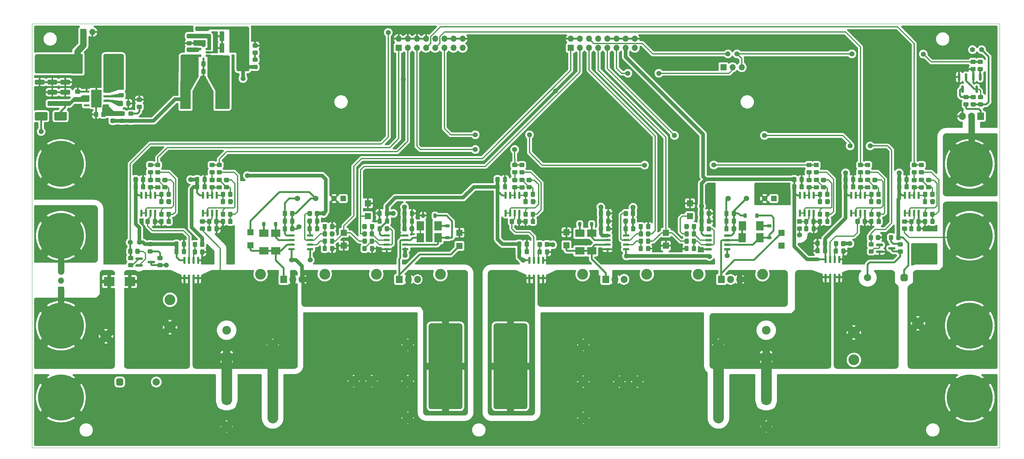
<source format=gtl>
G04 #@! TF.GenerationSoftware,KiCad,Pcbnew,8.0.5*
G04 #@! TF.CreationDate,2024-12-19T18:07:51+01:00*
G04 #@! TF.ProjectId,buck-boost-xp,6275636b-2d62-46f6-9f73-742d78702e6b,rev?*
G04 #@! TF.SameCoordinates,Original*
G04 #@! TF.FileFunction,Copper,L1,Top*
G04 #@! TF.FilePolarity,Positive*
%FSLAX46Y46*%
G04 Gerber Fmt 4.6, Leading zero omitted, Abs format (unit mm)*
G04 Created by KiCad (PCBNEW 8.0.5) date 2024-12-19 18:07:51*
%MOMM*%
%LPD*%
G01*
G04 APERTURE LIST*
G04 #@! TA.AperFunction,NonConductor*
%ADD10C,0.100000*%
G04 #@! TD*
G04 #@! TA.AperFunction,ComponentPad*
%ADD11R,1.700000X1.700000*%
G04 #@! TD*
G04 #@! TA.AperFunction,ComponentPad*
%ADD12O,1.700000X1.700000*%
G04 #@! TD*
G04 #@! TA.AperFunction,ComponentPad*
%ADD13R,1.905000X2.000000*%
G04 #@! TD*
G04 #@! TA.AperFunction,ComponentPad*
%ADD14O,1.905000X2.000000*%
G04 #@! TD*
G04 #@! TA.AperFunction,SMDPad,CuDef*
%ADD15R,2.100000X2.600000*%
G04 #@! TD*
G04 #@! TA.AperFunction,ComponentPad*
%ADD16R,2.400000X2.400000*%
G04 #@! TD*
G04 #@! TA.AperFunction,ComponentPad*
%ADD17C,2.400000*%
G04 #@! TD*
G04 #@! TA.AperFunction,ComponentPad*
%ADD18C,12.800000*%
G04 #@! TD*
G04 #@! TA.AperFunction,ComponentPad*
%ADD19C,1.400000*%
G04 #@! TD*
G04 #@! TA.AperFunction,SMDPad,CuDef*
%ADD20R,2.950000X4.900000*%
G04 #@! TD*
G04 #@! TA.AperFunction,SMDPad,CuDef*
%ADD21R,1.550000X0.600000*%
G04 #@! TD*
G04 #@! TA.AperFunction,ComponentPad*
%ADD22R,1.500000X1.500000*%
G04 #@! TD*
G04 #@! TA.AperFunction,ComponentPad*
%ADD23C,1.500000*%
G04 #@! TD*
G04 #@! TA.AperFunction,ComponentPad*
%ADD24C,3.000000*%
G04 #@! TD*
G04 #@! TA.AperFunction,ComponentPad*
%ADD25C,2.000000*%
G04 #@! TD*
G04 #@! TA.AperFunction,SMDPad,CuDef*
%ADD26R,2.900000X5.400000*%
G04 #@! TD*
G04 #@! TA.AperFunction,SMDPad,CuDef*
%ADD27R,2.600000X2.100000*%
G04 #@! TD*
G04 #@! TA.AperFunction,SMDPad,CuDef*
%ADD28R,2.918000X2.600000*%
G04 #@! TD*
G04 #@! TA.AperFunction,ViaPad*
%ADD29C,1.400000*%
G04 #@! TD*
G04 #@! TA.AperFunction,Conductor*
%ADD30C,0.300000*%
G04 #@! TD*
G04 #@! TA.AperFunction,Conductor*
%ADD31C,0.500000*%
G04 #@! TD*
G04 #@! TA.AperFunction,Conductor*
%ADD32C,1.000000*%
G04 #@! TD*
G04 #@! TA.AperFunction,Conductor*
%ADD33C,1.800000*%
G04 #@! TD*
G04 #@! TA.AperFunction,Conductor*
%ADD34C,3.000000*%
G04 #@! TD*
G04 APERTURE END LIST*
D10*
X12290000Y-44740000D02*
X280790000Y-44740000D01*
X280790000Y-162740000D01*
X12290000Y-162740000D01*
X12290000Y-44740000D01*
G04 #@! TA.AperFunction,SMDPad,CuDef*
G36*
G01*
X229810000Y-101291600D02*
X229810000Y-102241600D01*
G75*
G02*
X229560000Y-102491600I-250000J0D01*
G01*
X228885000Y-102491600D01*
G75*
G02*
X228635000Y-102241600I0J250000D01*
G01*
X228635000Y-101291600D01*
G75*
G02*
X228885000Y-101041600I250000J0D01*
G01*
X229560000Y-101041600D01*
G75*
G02*
X229810000Y-101291600I0J-250000D01*
G01*
G37*
G04 #@! TD.AperFunction*
G04 #@! TA.AperFunction,SMDPad,CuDef*
G36*
G01*
X227735000Y-101291600D02*
X227735000Y-102241600D01*
G75*
G02*
X227485000Y-102491600I-250000J0D01*
G01*
X226810000Y-102491600D01*
G75*
G02*
X226560000Y-102241600I0J250000D01*
G01*
X226560000Y-101291600D01*
G75*
G02*
X226810000Y-101041600I250000J0D01*
G01*
X227485000Y-101041600D01*
G75*
G02*
X227735000Y-101291600I0J-250000D01*
G01*
G37*
G04 #@! TD.AperFunction*
G04 #@! TA.AperFunction,SMDPad,CuDef*
G36*
G01*
X111400000Y-99202600D02*
X111400000Y-100152600D01*
G75*
G02*
X111150000Y-100402600I-250000J0D01*
G01*
X110475000Y-100402600D01*
G75*
G02*
X110225000Y-100152600I0J250000D01*
G01*
X110225000Y-99202600D01*
G75*
G02*
X110475000Y-98952600I250000J0D01*
G01*
X111150000Y-98952600D01*
G75*
G02*
X111400000Y-99202600I0J-250000D01*
G01*
G37*
G04 #@! TD.AperFunction*
G04 #@! TA.AperFunction,SMDPad,CuDef*
G36*
G01*
X109325000Y-99202600D02*
X109325000Y-100152600D01*
G75*
G02*
X109075000Y-100402600I-250000J0D01*
G01*
X108400000Y-100402600D01*
G75*
G02*
X108150000Y-100152600I0J250000D01*
G01*
X108150000Y-99202600D01*
G75*
G02*
X108400000Y-98952600I250000J0D01*
G01*
X109075000Y-98952600D01*
G75*
G02*
X109325000Y-99202600I0J-250000D01*
G01*
G37*
G04 #@! TD.AperFunction*
G04 #@! TA.AperFunction,SMDPad,CuDef*
G36*
G01*
X63760000Y-87605000D02*
X64710000Y-87605000D01*
G75*
G02*
X64960000Y-87855000I0J-250000D01*
G01*
X64960000Y-88530000D01*
G75*
G02*
X64710000Y-88780000I-250000J0D01*
G01*
X63760000Y-88780000D01*
G75*
G02*
X63510000Y-88530000I0J250000D01*
G01*
X63510000Y-87855000D01*
G75*
G02*
X63760000Y-87605000I250000J0D01*
G01*
G37*
G04 #@! TD.AperFunction*
G04 #@! TA.AperFunction,SMDPad,CuDef*
G36*
G01*
X63760000Y-89680000D02*
X64710000Y-89680000D01*
G75*
G02*
X64960000Y-89930000I0J-250000D01*
G01*
X64960000Y-90605000D01*
G75*
G02*
X64710000Y-90855000I-250000J0D01*
G01*
X63760000Y-90855000D01*
G75*
G02*
X63510000Y-90605000I0J250000D01*
G01*
X63510000Y-89930000D01*
G75*
G02*
X63760000Y-89680000I250000J0D01*
G01*
G37*
G04 #@! TD.AperFunction*
G04 #@! TA.AperFunction,SMDPad,CuDef*
G36*
G01*
X197511734Y-100154325D02*
X197511734Y-99204325D01*
G75*
G02*
X197761734Y-98954325I250000J0D01*
G01*
X198436734Y-98954325D01*
G75*
G02*
X198686734Y-99204325I0J-250000D01*
G01*
X198686734Y-100154325D01*
G75*
G02*
X198436734Y-100404325I-250000J0D01*
G01*
X197761734Y-100404325D01*
G75*
G02*
X197511734Y-100154325I0J250000D01*
G01*
G37*
G04 #@! TD.AperFunction*
G04 #@! TA.AperFunction,SMDPad,CuDef*
G36*
G01*
X199586734Y-100154325D02*
X199586734Y-99204325D01*
G75*
G02*
X199836734Y-98954325I250000J0D01*
G01*
X200511734Y-98954325D01*
G75*
G02*
X200761734Y-99204325I0J-250000D01*
G01*
X200761734Y-100154325D01*
G75*
G02*
X200511734Y-100404325I-250000J0D01*
G01*
X199836734Y-100404325D01*
G75*
G02*
X199586734Y-100154325I0J250000D01*
G01*
G37*
G04 #@! TD.AperFunction*
G04 #@! TA.AperFunction,SMDPad,CuDef*
G36*
G01*
X81827300Y-100152600D02*
X81827300Y-99202600D01*
G75*
G02*
X82077300Y-98952600I250000J0D01*
G01*
X82752300Y-98952600D01*
G75*
G02*
X83002300Y-99202600I0J-250000D01*
G01*
X83002300Y-100152600D01*
G75*
G02*
X82752300Y-100402600I-250000J0D01*
G01*
X82077300Y-100402600D01*
G75*
G02*
X81827300Y-100152600I0J250000D01*
G01*
G37*
G04 #@! TD.AperFunction*
G04 #@! TA.AperFunction,SMDPad,CuDef*
G36*
G01*
X83902300Y-100152600D02*
X83902300Y-99202600D01*
G75*
G02*
X84152300Y-98952600I250000J0D01*
G01*
X84827300Y-98952600D01*
G75*
G02*
X85077300Y-99202600I0J-250000D01*
G01*
X85077300Y-100152600D01*
G75*
G02*
X84827300Y-100402600I-250000J0D01*
G01*
X84152300Y-100402600D01*
G75*
G02*
X83902300Y-100152600I0J250000D01*
G01*
G37*
G04 #@! TD.AperFunction*
D11*
X204165000Y-56840000D03*
D12*
X206705000Y-56840000D03*
X209245000Y-56840000D03*
G04 #@! TA.AperFunction,SMDPad,CuDef*
G36*
G01*
X92915000Y-107760967D02*
X92915000Y-106810967D01*
G75*
G02*
X93165000Y-106560967I250000J0D01*
G01*
X93840000Y-106560967D01*
G75*
G02*
X94090000Y-106810967I0J-250000D01*
G01*
X94090000Y-107760967D01*
G75*
G02*
X93840000Y-108010967I-250000J0D01*
G01*
X93165000Y-108010967D01*
G75*
G02*
X92915000Y-107760967I0J250000D01*
G01*
G37*
G04 #@! TD.AperFunction*
G04 #@! TA.AperFunction,SMDPad,CuDef*
G36*
G01*
X94990000Y-107760967D02*
X94990000Y-106810967D01*
G75*
G02*
X95240000Y-106560967I250000J0D01*
G01*
X95915000Y-106560967D01*
G75*
G02*
X96165000Y-106810967I0J-250000D01*
G01*
X96165000Y-107760967D01*
G75*
G02*
X95915000Y-108010967I-250000J0D01*
G01*
X95240000Y-108010967D01*
G75*
G02*
X94990000Y-107760967I0J250000D01*
G01*
G37*
G04 #@! TD.AperFunction*
D13*
X114215200Y-115874200D03*
D14*
X116755200Y-115874200D03*
X119295200Y-115874200D03*
D15*
X209409234Y-101009300D03*
X214309234Y-101009300D03*
D16*
X216040000Y-149306660D03*
D17*
X216040000Y-156806660D03*
G04 #@! TA.AperFunction,SMDPad,CuDef*
G36*
G01*
X193353934Y-105686025D02*
X193353934Y-104786025D01*
G75*
G02*
X193603934Y-104536025I250000J0D01*
G01*
X194303934Y-104536025D01*
G75*
G02*
X194553934Y-104786025I0J-250000D01*
G01*
X194553934Y-105686025D01*
G75*
G02*
X194303934Y-105936025I-250000J0D01*
G01*
X193603934Y-105936025D01*
G75*
G02*
X193353934Y-105686025I0J250000D01*
G01*
G37*
G04 #@! TD.AperFunction*
G04 #@! TA.AperFunction,SMDPad,CuDef*
G36*
G01*
X195353934Y-105686025D02*
X195353934Y-104786025D01*
G75*
G02*
X195603934Y-104536025I250000J0D01*
G01*
X196303934Y-104536025D01*
G75*
G02*
X196553934Y-104786025I0J-250000D01*
G01*
X196553934Y-105686025D01*
G75*
G02*
X196303934Y-105936025I-250000J0D01*
G01*
X195603934Y-105936025D01*
G75*
G02*
X195353934Y-105686025I0J250000D01*
G01*
G37*
G04 #@! TD.AperFunction*
G04 #@! TA.AperFunction,SMDPad,CuDef*
G36*
G01*
X36565000Y-61962500D02*
X37515000Y-61962500D01*
G75*
G02*
X37765000Y-62212500I0J-250000D01*
G01*
X37765000Y-62887500D01*
G75*
G02*
X37515000Y-63137500I-250000J0D01*
G01*
X36565000Y-63137500D01*
G75*
G02*
X36315000Y-62887500I0J250000D01*
G01*
X36315000Y-62212500D01*
G75*
G02*
X36565000Y-61962500I250000J0D01*
G01*
G37*
G04 #@! TD.AperFunction*
G04 #@! TA.AperFunction,SMDPad,CuDef*
G36*
G01*
X36565000Y-64037500D02*
X37515000Y-64037500D01*
G75*
G02*
X37765000Y-64287500I0J-250000D01*
G01*
X37765000Y-64962500D01*
G75*
G02*
X37515000Y-65212500I-250000J0D01*
G01*
X36565000Y-65212500D01*
G75*
G02*
X36315000Y-64962500I0J250000D01*
G01*
X36315000Y-64287500D01*
G75*
G02*
X36565000Y-64037500I250000J0D01*
G01*
G37*
G04 #@! TD.AperFunction*
D11*
X130890000Y-106540000D03*
D16*
X66290000Y-149306660D03*
D17*
X66290000Y-156806660D03*
G04 #@! TA.AperFunction,SMDPad,CuDef*
G36*
G01*
X44707100Y-83440000D02*
X45607100Y-83440000D01*
G75*
G02*
X45857100Y-83690000I0J-250000D01*
G01*
X45857100Y-84390000D01*
G75*
G02*
X45607100Y-84640000I-250000J0D01*
G01*
X44707100Y-84640000D01*
G75*
G02*
X44457100Y-84390000I0J250000D01*
G01*
X44457100Y-83690000D01*
G75*
G02*
X44707100Y-83440000I250000J0D01*
G01*
G37*
G04 #@! TD.AperFunction*
G04 #@! TA.AperFunction,SMDPad,CuDef*
G36*
G01*
X44707100Y-85440000D02*
X45607100Y-85440000D01*
G75*
G02*
X45857100Y-85690000I0J-250000D01*
G01*
X45857100Y-86390000D01*
G75*
G02*
X45607100Y-86640000I-250000J0D01*
G01*
X44707100Y-86640000D01*
G75*
G02*
X44457100Y-86390000I0J250000D01*
G01*
X44457100Y-85690000D01*
G75*
G02*
X44707100Y-85440000I250000J0D01*
G01*
G37*
G04 #@! TD.AperFunction*
G04 #@! TA.AperFunction,SMDPad,CuDef*
G36*
G01*
X151907500Y-93745000D02*
X151907500Y-94695000D01*
G75*
G02*
X151657500Y-94945000I-250000J0D01*
G01*
X150982500Y-94945000D01*
G75*
G02*
X150732500Y-94695000I0J250000D01*
G01*
X150732500Y-93745000D01*
G75*
G02*
X150982500Y-93495000I250000J0D01*
G01*
X151657500Y-93495000D01*
G75*
G02*
X151907500Y-93745000I0J-250000D01*
G01*
G37*
G04 #@! TD.AperFunction*
G04 #@! TA.AperFunction,SMDPad,CuDef*
G36*
G01*
X149832500Y-93745000D02*
X149832500Y-94695000D01*
G75*
G02*
X149582500Y-94945000I-250000J0D01*
G01*
X148907500Y-94945000D01*
G75*
G02*
X148657500Y-94695000I0J250000D01*
G01*
X148657500Y-93745000D01*
G75*
G02*
X148907500Y-93495000I250000J0D01*
G01*
X149582500Y-93495000D01*
G75*
G02*
X149832500Y-93745000I0J-250000D01*
G01*
G37*
G04 #@! TD.AperFunction*
G04 #@! TA.AperFunction,SMDPad,CuDef*
G36*
G01*
X179696200Y-99185400D02*
X179696200Y-100135400D01*
G75*
G02*
X179446200Y-100385400I-250000J0D01*
G01*
X178771200Y-100385400D01*
G75*
G02*
X178521200Y-100135400I0J250000D01*
G01*
X178521200Y-99185400D01*
G75*
G02*
X178771200Y-98935400I250000J0D01*
G01*
X179446200Y-98935400D01*
G75*
G02*
X179696200Y-99185400I0J-250000D01*
G01*
G37*
G04 #@! TD.AperFunction*
G04 #@! TA.AperFunction,SMDPad,CuDef*
G36*
G01*
X177621200Y-99185400D02*
X177621200Y-100135400D01*
G75*
G02*
X177371200Y-100385400I-250000J0D01*
G01*
X176696200Y-100385400D01*
G75*
G02*
X176446200Y-100135400I0J250000D01*
G01*
X176446200Y-99185400D01*
G75*
G02*
X176696200Y-98935400I250000J0D01*
G01*
X177371200Y-98935400D01*
G75*
G02*
X177621200Y-99185400I0J-250000D01*
G01*
G37*
G04 #@! TD.AperFunction*
G04 #@! TA.AperFunction,SMDPad,CuDef*
G36*
G01*
X180629000Y-101635968D02*
X180629000Y-100685968D01*
G75*
G02*
X180879000Y-100435968I250000J0D01*
G01*
X181554000Y-100435968D01*
G75*
G02*
X181804000Y-100685968I0J-250000D01*
G01*
X181804000Y-101635968D01*
G75*
G02*
X181554000Y-101885968I-250000J0D01*
G01*
X180879000Y-101885968D01*
G75*
G02*
X180629000Y-101635968I0J250000D01*
G01*
G37*
G04 #@! TD.AperFunction*
G04 #@! TA.AperFunction,SMDPad,CuDef*
G36*
G01*
X182704000Y-101635968D02*
X182704000Y-100685968D01*
G75*
G02*
X182954000Y-100435968I250000J0D01*
G01*
X183629000Y-100435968D01*
G75*
G02*
X183879000Y-100685968I0J-250000D01*
G01*
X183879000Y-101635968D01*
G75*
G02*
X183629000Y-101885968I-250000J0D01*
G01*
X182954000Y-101885968D01*
G75*
G02*
X182704000Y-101635968I0J250000D01*
G01*
G37*
G04 #@! TD.AperFunction*
G04 #@! TA.AperFunction,SMDPad,CuDef*
G36*
G01*
X59110400Y-99148400D02*
X60010400Y-99148400D01*
G75*
G02*
X60260400Y-99398400I0J-250000D01*
G01*
X60260400Y-100098400D01*
G75*
G02*
X60010400Y-100348400I-250000J0D01*
G01*
X59110400Y-100348400D01*
G75*
G02*
X58860400Y-100098400I0J250000D01*
G01*
X58860400Y-99398400D01*
G75*
G02*
X59110400Y-99148400I250000J0D01*
G01*
G37*
G04 #@! TD.AperFunction*
G04 #@! TA.AperFunction,SMDPad,CuDef*
G36*
G01*
X59110400Y-101148400D02*
X60010400Y-101148400D01*
G75*
G02*
X60260400Y-101398400I0J-250000D01*
G01*
X60260400Y-102098400D01*
G75*
G02*
X60010400Y-102348400I-250000J0D01*
G01*
X59110400Y-102348400D01*
G75*
G02*
X58860400Y-102098400I0J250000D01*
G01*
X58860400Y-101398400D01*
G75*
G02*
X59110400Y-101148400I250000J0D01*
G01*
G37*
G04 #@! TD.AperFunction*
G04 #@! TA.AperFunction,SMDPad,CuDef*
G36*
G01*
X260667500Y-87640350D02*
X261567500Y-87640350D01*
G75*
G02*
X261817500Y-87890350I0J-250000D01*
G01*
X261817500Y-88590350D01*
G75*
G02*
X261567500Y-88840350I-250000J0D01*
G01*
X260667500Y-88840350D01*
G75*
G02*
X260417500Y-88590350I0J250000D01*
G01*
X260417500Y-87890350D01*
G75*
G02*
X260667500Y-87640350I250000J0D01*
G01*
G37*
G04 #@! TD.AperFunction*
G04 #@! TA.AperFunction,SMDPad,CuDef*
G36*
G01*
X260667500Y-89640350D02*
X261567500Y-89640350D01*
G75*
G02*
X261817500Y-89890350I0J-250000D01*
G01*
X261817500Y-90590350D01*
G75*
G02*
X261567500Y-90840350I-250000J0D01*
G01*
X260667500Y-90840350D01*
G75*
G02*
X260417500Y-90590350I0J250000D01*
G01*
X260417500Y-89890350D01*
G75*
G02*
X260667500Y-89640350I250000J0D01*
G01*
G37*
G04 #@! TD.AperFunction*
G04 #@! TA.AperFunction,SMDPad,CuDef*
G36*
G01*
X247837100Y-91765000D02*
X247837100Y-92665000D01*
G75*
G02*
X247587100Y-92915000I-250000J0D01*
G01*
X246887100Y-92915000D01*
G75*
G02*
X246637100Y-92665000I0J250000D01*
G01*
X246637100Y-91765000D01*
G75*
G02*
X246887100Y-91515000I250000J0D01*
G01*
X247587100Y-91515000D01*
G75*
G02*
X247837100Y-91765000I0J-250000D01*
G01*
G37*
G04 #@! TD.AperFunction*
G04 #@! TA.AperFunction,SMDPad,CuDef*
G36*
G01*
X245837100Y-91765000D02*
X245837100Y-92665000D01*
G75*
G02*
X245587100Y-92915000I-250000J0D01*
G01*
X244887100Y-92915000D01*
G75*
G02*
X244637100Y-92665000I0J250000D01*
G01*
X244637100Y-91765000D01*
G75*
G02*
X244887100Y-91515000I250000J0D01*
G01*
X245587100Y-91515000D01*
G75*
G02*
X245837100Y-91765000I0J-250000D01*
G01*
G37*
G04 #@! TD.AperFunction*
G04 #@! TA.AperFunction,SMDPad,CuDef*
G36*
G01*
X232950000Y-107421480D02*
X232950000Y-108371480D01*
G75*
G02*
X232700000Y-108621480I-250000J0D01*
G01*
X232025000Y-108621480D01*
G75*
G02*
X231775000Y-108371480I0J250000D01*
G01*
X231775000Y-107421480D01*
G75*
G02*
X232025000Y-107171480I250000J0D01*
G01*
X232700000Y-107171480D01*
G75*
G02*
X232950000Y-107421480I0J-250000D01*
G01*
G37*
G04 #@! TD.AperFunction*
G04 #@! TA.AperFunction,SMDPad,CuDef*
G36*
G01*
X230875000Y-107421480D02*
X230875000Y-108371480D01*
G75*
G02*
X230625000Y-108621480I-250000J0D01*
G01*
X229950000Y-108621480D01*
G75*
G02*
X229700000Y-108371480I0J250000D01*
G01*
X229700000Y-107421480D01*
G75*
G02*
X229950000Y-107171480I250000J0D01*
G01*
X230625000Y-107171480D01*
G75*
G02*
X230875000Y-107421480I0J-250000D01*
G01*
G37*
G04 #@! TD.AperFunction*
G04 #@! TA.AperFunction,SMDPad,CuDef*
G36*
G01*
X46957100Y-99315000D02*
X46957100Y-100215000D01*
G75*
G02*
X46707100Y-100465000I-250000J0D01*
G01*
X46007100Y-100465000D01*
G75*
G02*
X45757100Y-100215000I0J250000D01*
G01*
X45757100Y-99315000D01*
G75*
G02*
X46007100Y-99065000I250000J0D01*
G01*
X46707100Y-99065000D01*
G75*
G02*
X46957100Y-99315000I0J-250000D01*
G01*
G37*
G04 #@! TD.AperFunction*
G04 #@! TA.AperFunction,SMDPad,CuDef*
G36*
G01*
X44957100Y-99315000D02*
X44957100Y-100215000D01*
G75*
G02*
X44707100Y-100465000I-250000J0D01*
G01*
X44007100Y-100465000D01*
G75*
G02*
X43757100Y-100215000I0J250000D01*
G01*
X43757100Y-99315000D01*
G75*
G02*
X44007100Y-99065000I250000J0D01*
G01*
X44707100Y-99065000D01*
G75*
G02*
X44957100Y-99315000I0J-250000D01*
G01*
G37*
G04 #@! TD.AperFunction*
G04 #@! TA.AperFunction,SMDPad,CuDef*
G36*
G01*
X64040400Y-99315000D02*
X64040400Y-100215000D01*
G75*
G02*
X63790400Y-100465000I-250000J0D01*
G01*
X63090400Y-100465000D01*
G75*
G02*
X62840400Y-100215000I0J250000D01*
G01*
X62840400Y-99315000D01*
G75*
G02*
X63090400Y-99065000I250000J0D01*
G01*
X63790400Y-99065000D01*
G75*
G02*
X64040400Y-99315000I0J-250000D01*
G01*
G37*
G04 #@! TD.AperFunction*
G04 #@! TA.AperFunction,SMDPad,CuDef*
G36*
G01*
X62040400Y-99315000D02*
X62040400Y-100215000D01*
G75*
G02*
X61790400Y-100465000I-250000J0D01*
G01*
X61090400Y-100465000D01*
G75*
G02*
X60840400Y-100215000I0J250000D01*
G01*
X60840400Y-99315000D01*
G75*
G02*
X61090400Y-99065000I250000J0D01*
G01*
X61790400Y-99065000D01*
G75*
G02*
X62040400Y-99315000I0J-250000D01*
G01*
G37*
G04 #@! TD.AperFunction*
G04 #@! TA.AperFunction,SMDPad,CuDef*
G36*
G01*
X92915000Y-101635968D02*
X92915000Y-100685968D01*
G75*
G02*
X93165000Y-100435968I250000J0D01*
G01*
X93840000Y-100435968D01*
G75*
G02*
X94090000Y-100685968I0J-250000D01*
G01*
X94090000Y-101635968D01*
G75*
G02*
X93840000Y-101885968I-250000J0D01*
G01*
X93165000Y-101885968D01*
G75*
G02*
X92915000Y-101635968I0J250000D01*
G01*
G37*
G04 #@! TD.AperFunction*
G04 #@! TA.AperFunction,SMDPad,CuDef*
G36*
G01*
X94990000Y-101635968D02*
X94990000Y-100685968D01*
G75*
G02*
X95240000Y-100435968I250000J0D01*
G01*
X95915000Y-100435968D01*
G75*
G02*
X96165000Y-100685968I0J-250000D01*
G01*
X96165000Y-101635968D01*
G75*
G02*
X95915000Y-101885968I-250000J0D01*
G01*
X95240000Y-101885968D01*
G75*
G02*
X94990000Y-101635968I0J250000D01*
G01*
G37*
G04 #@! TD.AperFunction*
G04 #@! TA.AperFunction,SMDPad,CuDef*
G36*
G01*
X80340600Y-100135000D02*
X80340600Y-100885000D01*
G75*
G02*
X80115600Y-101110000I-225000J0D01*
G01*
X79665600Y-101110000D01*
G75*
G02*
X79440600Y-100885000I0J225000D01*
G01*
X79440600Y-100135000D01*
G75*
G02*
X79665600Y-99910000I225000J0D01*
G01*
X80115600Y-99910000D01*
G75*
G02*
X80340600Y-100135000I0J-225000D01*
G01*
G37*
G04 #@! TD.AperFunction*
G04 #@! TA.AperFunction,SMDPad,CuDef*
G36*
G01*
X77040600Y-100135000D02*
X77040600Y-100885000D01*
G75*
G02*
X76815600Y-101110000I-225000J0D01*
G01*
X76365600Y-101110000D01*
G75*
G02*
X76140600Y-100885000I0J225000D01*
G01*
X76140600Y-100135000D01*
G75*
G02*
X76365600Y-99910000I225000J0D01*
G01*
X76815600Y-99910000D01*
G75*
G02*
X77040600Y-100135000I0J-225000D01*
G01*
G37*
G04 #@! TD.AperFunction*
G04 #@! TA.AperFunction,SMDPad,CuDef*
G36*
G01*
X40445000Y-90590000D02*
X40445000Y-89640000D01*
G75*
G02*
X40695000Y-89390000I250000J0D01*
G01*
X41370000Y-89390000D01*
G75*
G02*
X41620000Y-89640000I0J-250000D01*
G01*
X41620000Y-90590000D01*
G75*
G02*
X41370000Y-90840000I-250000J0D01*
G01*
X40695000Y-90840000D01*
G75*
G02*
X40445000Y-90590000I0J250000D01*
G01*
G37*
G04 #@! TD.AperFunction*
G04 #@! TA.AperFunction,SMDPad,CuDef*
G36*
G01*
X42520000Y-90590000D02*
X42520000Y-89640000D01*
G75*
G02*
X42770000Y-89390000I250000J0D01*
G01*
X43445000Y-89390000D01*
G75*
G02*
X43695000Y-89640000I0J-250000D01*
G01*
X43695000Y-90590000D01*
G75*
G02*
X43445000Y-90840000I-250000J0D01*
G01*
X42770000Y-90840000D01*
G75*
G02*
X42520000Y-90590000I0J250000D01*
G01*
G37*
G04 #@! TD.AperFunction*
G04 #@! TA.AperFunction,SMDPad,CuDef*
G36*
G01*
X233614600Y-99291600D02*
X233614600Y-100241600D01*
G75*
G02*
X233364600Y-100491600I-250000J0D01*
G01*
X232689600Y-100491600D01*
G75*
G02*
X232439600Y-100241600I0J250000D01*
G01*
X232439600Y-99291600D01*
G75*
G02*
X232689600Y-99041600I250000J0D01*
G01*
X233364600Y-99041600D01*
G75*
G02*
X233614600Y-99291600I0J-250000D01*
G01*
G37*
G04 #@! TD.AperFunction*
G04 #@! TA.AperFunction,SMDPad,CuDef*
G36*
G01*
X231539600Y-99291600D02*
X231539600Y-100241600D01*
G75*
G02*
X231289600Y-100491600I-250000J0D01*
G01*
X230614600Y-100491600D01*
G75*
G02*
X230364600Y-100241600I0J250000D01*
G01*
X230364600Y-99291600D01*
G75*
G02*
X230614600Y-99041600I250000J0D01*
G01*
X231289600Y-99041600D01*
G75*
G02*
X231539600Y-99291600I0J-250000D01*
G01*
G37*
G04 #@! TD.AperFunction*
G04 #@! TA.AperFunction,SMDPad,CuDef*
G36*
G01*
X34265000Y-69157500D02*
X35165000Y-69157500D01*
G75*
G02*
X35415000Y-69407500I0J-250000D01*
G01*
X35415000Y-70107500D01*
G75*
G02*
X35165000Y-70357500I-250000J0D01*
G01*
X34265000Y-70357500D01*
G75*
G02*
X34015000Y-70107500I0J250000D01*
G01*
X34015000Y-69407500D01*
G75*
G02*
X34265000Y-69157500I250000J0D01*
G01*
G37*
G04 #@! TD.AperFunction*
G04 #@! TA.AperFunction,SMDPad,CuDef*
G36*
G01*
X34265000Y-71157500D02*
X35165000Y-71157500D01*
G75*
G02*
X35415000Y-71407500I0J-250000D01*
G01*
X35415000Y-72107500D01*
G75*
G02*
X35165000Y-72357500I-250000J0D01*
G01*
X34265000Y-72357500D01*
G75*
G02*
X34015000Y-72107500I0J250000D01*
G01*
X34015000Y-71407500D01*
G75*
G02*
X34265000Y-71157500I250000J0D01*
G01*
G37*
G04 #@! TD.AperFunction*
G04 #@! TA.AperFunction,SMDPad,CuDef*
G36*
G01*
X54735000Y-116490000D02*
X54435000Y-116490000D01*
G75*
G02*
X54285000Y-116340000I0J150000D01*
G01*
X54285000Y-114690000D01*
G75*
G02*
X54435000Y-114540000I150000J0D01*
G01*
X54735000Y-114540000D01*
G75*
G02*
X54885000Y-114690000I0J-150000D01*
G01*
X54885000Y-116340000D01*
G75*
G02*
X54735000Y-116490000I-150000J0D01*
G01*
G37*
G04 #@! TD.AperFunction*
G04 #@! TA.AperFunction,SMDPad,CuDef*
G36*
G01*
X56005000Y-116490000D02*
X55705000Y-116490000D01*
G75*
G02*
X55555000Y-116340000I0J150000D01*
G01*
X55555000Y-114690000D01*
G75*
G02*
X55705000Y-114540000I150000J0D01*
G01*
X56005000Y-114540000D01*
G75*
G02*
X56155000Y-114690000I0J-150000D01*
G01*
X56155000Y-116340000D01*
G75*
G02*
X56005000Y-116490000I-150000J0D01*
G01*
G37*
G04 #@! TD.AperFunction*
G04 #@! TA.AperFunction,SMDPad,CuDef*
G36*
G01*
X57275000Y-116490000D02*
X56975000Y-116490000D01*
G75*
G02*
X56825000Y-116340000I0J150000D01*
G01*
X56825000Y-114690000D01*
G75*
G02*
X56975000Y-114540000I150000J0D01*
G01*
X57275000Y-114540000D01*
G75*
G02*
X57425000Y-114690000I0J-150000D01*
G01*
X57425000Y-116340000D01*
G75*
G02*
X57275000Y-116490000I-150000J0D01*
G01*
G37*
G04 #@! TD.AperFunction*
G04 #@! TA.AperFunction,SMDPad,CuDef*
G36*
G01*
X58545000Y-116490000D02*
X58245000Y-116490000D01*
G75*
G02*
X58095000Y-116340000I0J150000D01*
G01*
X58095000Y-114690000D01*
G75*
G02*
X58245000Y-114540000I150000J0D01*
G01*
X58545000Y-114540000D01*
G75*
G02*
X58695000Y-114690000I0J-150000D01*
G01*
X58695000Y-116340000D01*
G75*
G02*
X58545000Y-116490000I-150000J0D01*
G01*
G37*
G04 #@! TD.AperFunction*
G04 #@! TA.AperFunction,SMDPad,CuDef*
G36*
G01*
X58545000Y-111540000D02*
X58245000Y-111540000D01*
G75*
G02*
X58095000Y-111390000I0J150000D01*
G01*
X58095000Y-109740000D01*
G75*
G02*
X58245000Y-109590000I150000J0D01*
G01*
X58545000Y-109590000D01*
G75*
G02*
X58695000Y-109740000I0J-150000D01*
G01*
X58695000Y-111390000D01*
G75*
G02*
X58545000Y-111540000I-150000J0D01*
G01*
G37*
G04 #@! TD.AperFunction*
G04 #@! TA.AperFunction,SMDPad,CuDef*
G36*
G01*
X57275000Y-111540000D02*
X56975000Y-111540000D01*
G75*
G02*
X56825000Y-111390000I0J150000D01*
G01*
X56825000Y-109740000D01*
G75*
G02*
X56975000Y-109590000I150000J0D01*
G01*
X57275000Y-109590000D01*
G75*
G02*
X57425000Y-109740000I0J-150000D01*
G01*
X57425000Y-111390000D01*
G75*
G02*
X57275000Y-111540000I-150000J0D01*
G01*
G37*
G04 #@! TD.AperFunction*
G04 #@! TA.AperFunction,SMDPad,CuDef*
G36*
G01*
X56005000Y-111540000D02*
X55705000Y-111540000D01*
G75*
G02*
X55555000Y-111390000I0J150000D01*
G01*
X55555000Y-109740000D01*
G75*
G02*
X55705000Y-109590000I150000J0D01*
G01*
X56005000Y-109590000D01*
G75*
G02*
X56155000Y-109740000I0J-150000D01*
G01*
X56155000Y-111390000D01*
G75*
G02*
X56005000Y-111540000I-150000J0D01*
G01*
G37*
G04 #@! TD.AperFunction*
G04 #@! TA.AperFunction,SMDPad,CuDef*
G36*
G01*
X54735000Y-111540000D02*
X54435000Y-111540000D01*
G75*
G02*
X54285000Y-111390000I0J150000D01*
G01*
X54285000Y-109740000D01*
G75*
G02*
X54435000Y-109590000I150000J0D01*
G01*
X54735000Y-109590000D01*
G75*
G02*
X54885000Y-109740000I0J-150000D01*
G01*
X54885000Y-111390000D01*
G75*
G02*
X54735000Y-111540000I-150000J0D01*
G01*
G37*
G04 #@! TD.AperFunction*
G04 #@! TA.AperFunction,SMDPad,CuDef*
G36*
G01*
X232670000Y-116246480D02*
X232370000Y-116246480D01*
G75*
G02*
X232220000Y-116096480I0J150000D01*
G01*
X232220000Y-114446480D01*
G75*
G02*
X232370000Y-114296480I150000J0D01*
G01*
X232670000Y-114296480D01*
G75*
G02*
X232820000Y-114446480I0J-150000D01*
G01*
X232820000Y-116096480D01*
G75*
G02*
X232670000Y-116246480I-150000J0D01*
G01*
G37*
G04 #@! TD.AperFunction*
G04 #@! TA.AperFunction,SMDPad,CuDef*
G36*
G01*
X233940000Y-116246480D02*
X233640000Y-116246480D01*
G75*
G02*
X233490000Y-116096480I0J150000D01*
G01*
X233490000Y-114446480D01*
G75*
G02*
X233640000Y-114296480I150000J0D01*
G01*
X233940000Y-114296480D01*
G75*
G02*
X234090000Y-114446480I0J-150000D01*
G01*
X234090000Y-116096480D01*
G75*
G02*
X233940000Y-116246480I-150000J0D01*
G01*
G37*
G04 #@! TD.AperFunction*
G04 #@! TA.AperFunction,SMDPad,CuDef*
G36*
G01*
X235210000Y-116246480D02*
X234910000Y-116246480D01*
G75*
G02*
X234760000Y-116096480I0J150000D01*
G01*
X234760000Y-114446480D01*
G75*
G02*
X234910000Y-114296480I150000J0D01*
G01*
X235210000Y-114296480D01*
G75*
G02*
X235360000Y-114446480I0J-150000D01*
G01*
X235360000Y-116096480D01*
G75*
G02*
X235210000Y-116246480I-150000J0D01*
G01*
G37*
G04 #@! TD.AperFunction*
G04 #@! TA.AperFunction,SMDPad,CuDef*
G36*
G01*
X236480000Y-116246480D02*
X236180000Y-116246480D01*
G75*
G02*
X236030000Y-116096480I0J150000D01*
G01*
X236030000Y-114446480D01*
G75*
G02*
X236180000Y-114296480I150000J0D01*
G01*
X236480000Y-114296480D01*
G75*
G02*
X236630000Y-114446480I0J-150000D01*
G01*
X236630000Y-116096480D01*
G75*
G02*
X236480000Y-116246480I-150000J0D01*
G01*
G37*
G04 #@! TD.AperFunction*
G04 #@! TA.AperFunction,SMDPad,CuDef*
G36*
G01*
X236480000Y-111296480D02*
X236180000Y-111296480D01*
G75*
G02*
X236030000Y-111146480I0J150000D01*
G01*
X236030000Y-109496480D01*
G75*
G02*
X236180000Y-109346480I150000J0D01*
G01*
X236480000Y-109346480D01*
G75*
G02*
X236630000Y-109496480I0J-150000D01*
G01*
X236630000Y-111146480D01*
G75*
G02*
X236480000Y-111296480I-150000J0D01*
G01*
G37*
G04 #@! TD.AperFunction*
G04 #@! TA.AperFunction,SMDPad,CuDef*
G36*
G01*
X235210000Y-111296480D02*
X234910000Y-111296480D01*
G75*
G02*
X234760000Y-111146480I0J150000D01*
G01*
X234760000Y-109496480D01*
G75*
G02*
X234910000Y-109346480I150000J0D01*
G01*
X235210000Y-109346480D01*
G75*
G02*
X235360000Y-109496480I0J-150000D01*
G01*
X235360000Y-111146480D01*
G75*
G02*
X235210000Y-111296480I-150000J0D01*
G01*
G37*
G04 #@! TD.AperFunction*
G04 #@! TA.AperFunction,SMDPad,CuDef*
G36*
G01*
X233940000Y-111296480D02*
X233640000Y-111296480D01*
G75*
G02*
X233490000Y-111146480I0J150000D01*
G01*
X233490000Y-109496480D01*
G75*
G02*
X233640000Y-109346480I150000J0D01*
G01*
X233940000Y-109346480D01*
G75*
G02*
X234090000Y-109496480I0J-150000D01*
G01*
X234090000Y-111146480D01*
G75*
G02*
X233940000Y-111296480I-150000J0D01*
G01*
G37*
G04 #@! TD.AperFunction*
G04 #@! TA.AperFunction,SMDPad,CuDef*
G36*
G01*
X232670000Y-111296480D02*
X232370000Y-111296480D01*
G75*
G02*
X232220000Y-111146480I0J150000D01*
G01*
X232220000Y-109496480D01*
G75*
G02*
X232370000Y-109346480I150000J0D01*
G01*
X232670000Y-109346480D01*
G75*
G02*
X232820000Y-109496480I0J-150000D01*
G01*
X232820000Y-111146480D01*
G75*
G02*
X232670000Y-111296480I-150000J0D01*
G01*
G37*
G04 #@! TD.AperFunction*
D18*
X20290000Y-128740000D03*
D19*
X30140000Y-66447500D03*
D20*
X30140000Y-65547500D03*
D19*
X30140000Y-64547500D03*
D21*
X32840000Y-63642500D03*
X32840000Y-64912500D03*
X32840000Y-66182500D03*
X32840000Y-67452500D03*
X27440000Y-67452500D03*
X27440000Y-66182500D03*
X27440000Y-64912500D03*
X27440000Y-63642500D03*
D17*
X202790000Y-154390000D03*
X202790000Y-144290000D03*
X202790000Y-134090000D03*
X180290000Y-144290000D03*
X175290000Y-144290000D03*
X165290000Y-154390000D03*
X165290000Y-144290000D03*
X165290000Y-134090000D03*
G04 #@! TA.AperFunction,SMDPad,CuDef*
G36*
G01*
X124560000Y-97759300D02*
X124560000Y-98509300D01*
G75*
G02*
X124335000Y-98734300I-225000J0D01*
G01*
X123885000Y-98734300D01*
G75*
G02*
X123660000Y-98509300I0J225000D01*
G01*
X123660000Y-97759300D01*
G75*
G02*
X123885000Y-97534300I225000J0D01*
G01*
X124335000Y-97534300D01*
G75*
G02*
X124560000Y-97759300I0J-225000D01*
G01*
G37*
G04 #@! TD.AperFunction*
G04 #@! TA.AperFunction,SMDPad,CuDef*
G36*
G01*
X121260000Y-97759300D02*
X121260000Y-98509300D01*
G75*
G02*
X121035000Y-98734300I-225000J0D01*
G01*
X120585000Y-98734300D01*
G75*
G02*
X120360000Y-98509300I0J225000D01*
G01*
X120360000Y-97759300D01*
G75*
G02*
X120585000Y-97534300I225000J0D01*
G01*
X121035000Y-97534300D01*
G75*
G02*
X121260000Y-97759300I0J-225000D01*
G01*
G37*
G04 #@! TD.AperFunction*
D11*
X26515000Y-47040000D03*
D12*
X29055000Y-47040000D03*
G04 #@! TA.AperFunction,SMDPad,CuDef*
G36*
G01*
X109821200Y-103830000D02*
X109821200Y-103530000D01*
G75*
G02*
X109971200Y-103380000I150000J0D01*
G01*
X111421200Y-103380000D01*
G75*
G02*
X111571200Y-103530000I0J-150000D01*
G01*
X111571200Y-103830000D01*
G75*
G02*
X111421200Y-103980000I-150000J0D01*
G01*
X109971200Y-103980000D01*
G75*
G02*
X109821200Y-103830000I0J150000D01*
G01*
G37*
G04 #@! TD.AperFunction*
G04 #@! TA.AperFunction,SMDPad,CuDef*
G36*
G01*
X109821200Y-105100000D02*
X109821200Y-104800000D01*
G75*
G02*
X109971200Y-104650000I150000J0D01*
G01*
X111421200Y-104650000D01*
G75*
G02*
X111571200Y-104800000I0J-150000D01*
G01*
X111571200Y-105100000D01*
G75*
G02*
X111421200Y-105250000I-150000J0D01*
G01*
X109971200Y-105250000D01*
G75*
G02*
X109821200Y-105100000I0J150000D01*
G01*
G37*
G04 #@! TD.AperFunction*
G04 #@! TA.AperFunction,SMDPad,CuDef*
G36*
G01*
X109821200Y-106370000D02*
X109821200Y-106070000D01*
G75*
G02*
X109971200Y-105920000I150000J0D01*
G01*
X111421200Y-105920000D01*
G75*
G02*
X111571200Y-106070000I0J-150000D01*
G01*
X111571200Y-106370000D01*
G75*
G02*
X111421200Y-106520000I-150000J0D01*
G01*
X109971200Y-106520000D01*
G75*
G02*
X109821200Y-106370000I0J150000D01*
G01*
G37*
G04 #@! TD.AperFunction*
G04 #@! TA.AperFunction,SMDPad,CuDef*
G36*
G01*
X109821200Y-107640000D02*
X109821200Y-107340000D01*
G75*
G02*
X109971200Y-107190000I150000J0D01*
G01*
X111421200Y-107190000D01*
G75*
G02*
X111571200Y-107340000I0J-150000D01*
G01*
X111571200Y-107640000D01*
G75*
G02*
X111421200Y-107790000I-150000J0D01*
G01*
X109971200Y-107790000D01*
G75*
G02*
X109821200Y-107640000I0J150000D01*
G01*
G37*
G04 #@! TD.AperFunction*
G04 #@! TA.AperFunction,SMDPad,CuDef*
G36*
G01*
X114971200Y-107640000D02*
X114971200Y-107340000D01*
G75*
G02*
X115121200Y-107190000I150000J0D01*
G01*
X116571200Y-107190000D01*
G75*
G02*
X116721200Y-107340000I0J-150000D01*
G01*
X116721200Y-107640000D01*
G75*
G02*
X116571200Y-107790000I-150000J0D01*
G01*
X115121200Y-107790000D01*
G75*
G02*
X114971200Y-107640000I0J150000D01*
G01*
G37*
G04 #@! TD.AperFunction*
G04 #@! TA.AperFunction,SMDPad,CuDef*
G36*
G01*
X114971200Y-106370000D02*
X114971200Y-106070000D01*
G75*
G02*
X115121200Y-105920000I150000J0D01*
G01*
X116571200Y-105920000D01*
G75*
G02*
X116721200Y-106070000I0J-150000D01*
G01*
X116721200Y-106370000D01*
G75*
G02*
X116571200Y-106520000I-150000J0D01*
G01*
X115121200Y-106520000D01*
G75*
G02*
X114971200Y-106370000I0J150000D01*
G01*
G37*
G04 #@! TD.AperFunction*
G04 #@! TA.AperFunction,SMDPad,CuDef*
G36*
G01*
X114971200Y-105100000D02*
X114971200Y-104800000D01*
G75*
G02*
X115121200Y-104650000I150000J0D01*
G01*
X116571200Y-104650000D01*
G75*
G02*
X116721200Y-104800000I0J-150000D01*
G01*
X116721200Y-105100000D01*
G75*
G02*
X116571200Y-105250000I-150000J0D01*
G01*
X115121200Y-105250000D01*
G75*
G02*
X114971200Y-105100000I0J150000D01*
G01*
G37*
G04 #@! TD.AperFunction*
G04 #@! TA.AperFunction,SMDPad,CuDef*
G36*
G01*
X114971200Y-103830000D02*
X114971200Y-103530000D01*
G75*
G02*
X115121200Y-103380000I150000J0D01*
G01*
X116571200Y-103380000D01*
G75*
G02*
X116721200Y-103530000I0J-150000D01*
G01*
X116721200Y-103830000D01*
G75*
G02*
X116571200Y-103980000I-150000J0D01*
G01*
X115121200Y-103980000D01*
G75*
G02*
X114971200Y-103830000I0J150000D01*
G01*
G37*
G04 #@! TD.AperFunction*
D18*
X20290000Y-83740000D03*
G04 #@! TA.AperFunction,SMDPad,CuDef*
G36*
G01*
X140877900Y-90595000D02*
X140877900Y-89645000D01*
G75*
G02*
X141127900Y-89395000I250000J0D01*
G01*
X141802900Y-89395000D01*
G75*
G02*
X142052900Y-89645000I0J-250000D01*
G01*
X142052900Y-90595000D01*
G75*
G02*
X141802900Y-90845000I-250000J0D01*
G01*
X141127900Y-90845000D01*
G75*
G02*
X140877900Y-90595000I0J250000D01*
G01*
G37*
G04 #@! TD.AperFunction*
G04 #@! TA.AperFunction,SMDPad,CuDef*
G36*
G01*
X142952900Y-90595000D02*
X142952900Y-89645000D01*
G75*
G02*
X143202900Y-89395000I250000J0D01*
G01*
X143877900Y-89395000D01*
G75*
G02*
X144127900Y-89645000I0J-250000D01*
G01*
X144127900Y-90595000D01*
G75*
G02*
X143877900Y-90845000I-250000J0D01*
G01*
X143202900Y-90845000D01*
G75*
G02*
X142952900Y-90595000I0J250000D01*
G01*
G37*
G04 #@! TD.AperFunction*
G04 #@! TA.AperFunction,SMDPad,CuDef*
G36*
G01*
X253997900Y-99158750D02*
X254897900Y-99158750D01*
G75*
G02*
X255147900Y-99408750I0J-250000D01*
G01*
X255147900Y-100108750D01*
G75*
G02*
X254897900Y-100358750I-250000J0D01*
G01*
X253997900Y-100358750D01*
G75*
G02*
X253747900Y-100108750I0J250000D01*
G01*
X253747900Y-99408750D01*
G75*
G02*
X253997900Y-99158750I250000J0D01*
G01*
G37*
G04 #@! TD.AperFunction*
G04 #@! TA.AperFunction,SMDPad,CuDef*
G36*
G01*
X253997900Y-101158750D02*
X254897900Y-101158750D01*
G75*
G02*
X255147900Y-101408750I0J-250000D01*
G01*
X255147900Y-102108750D01*
G75*
G02*
X254897900Y-102358750I-250000J0D01*
G01*
X253997900Y-102358750D01*
G75*
G02*
X253747900Y-102108750I0J250000D01*
G01*
X253747900Y-101408750D01*
G75*
G02*
X253997900Y-101158750I250000J0D01*
G01*
G37*
G04 #@! TD.AperFunction*
G04 #@! TA.AperFunction,SMDPad,CuDef*
G36*
G01*
X55440000Y-47590000D02*
X56340000Y-47590000D01*
G75*
G02*
X56590000Y-47840000I0J-250000D01*
G01*
X56590000Y-48540000D01*
G75*
G02*
X56340000Y-48790000I-250000J0D01*
G01*
X55440000Y-48790000D01*
G75*
G02*
X55190000Y-48540000I0J250000D01*
G01*
X55190000Y-47840000D01*
G75*
G02*
X55440000Y-47590000I250000J0D01*
G01*
G37*
G04 #@! TD.AperFunction*
G04 #@! TA.AperFunction,SMDPad,CuDef*
G36*
G01*
X55440000Y-49590000D02*
X56340000Y-49590000D01*
G75*
G02*
X56590000Y-49840000I0J-250000D01*
G01*
X56590000Y-50540000D01*
G75*
G02*
X56340000Y-50790000I-250000J0D01*
G01*
X55440000Y-50790000D01*
G75*
G02*
X55190000Y-50540000I0J250000D01*
G01*
X55190000Y-49840000D01*
G75*
G02*
X55440000Y-49590000I250000J0D01*
G01*
G37*
G04 #@! TD.AperFunction*
G04 #@! TA.AperFunction,SMDPad,CuDef*
G36*
G01*
X47587100Y-98190000D02*
X47587100Y-97290000D01*
G75*
G02*
X47837100Y-97040000I250000J0D01*
G01*
X48537100Y-97040000D01*
G75*
G02*
X48787100Y-97290000I0J-250000D01*
G01*
X48787100Y-98190000D01*
G75*
G02*
X48537100Y-98440000I-250000J0D01*
G01*
X47837100Y-98440000D01*
G75*
G02*
X47587100Y-98190000I0J250000D01*
G01*
G37*
G04 #@! TD.AperFunction*
G04 #@! TA.AperFunction,SMDPad,CuDef*
G36*
G01*
X49587100Y-98190000D02*
X49587100Y-97290000D01*
G75*
G02*
X49837100Y-97040000I250000J0D01*
G01*
X50537100Y-97040000D01*
G75*
G02*
X50787100Y-97290000I0J-250000D01*
G01*
X50787100Y-98190000D01*
G75*
G02*
X50537100Y-98440000I-250000J0D01*
G01*
X49837100Y-98440000D01*
G75*
G02*
X49587100Y-98190000I0J250000D01*
G01*
G37*
G04 #@! TD.AperFunction*
D11*
X194870134Y-94679968D03*
G04 #@! TA.AperFunction,SMDPad,CuDef*
G36*
G01*
X46702100Y-83440000D02*
X47602100Y-83440000D01*
G75*
G02*
X47852100Y-83690000I0J-250000D01*
G01*
X47852100Y-84390000D01*
G75*
G02*
X47602100Y-84640000I-250000J0D01*
G01*
X46702100Y-84640000D01*
G75*
G02*
X46452100Y-84390000I0J250000D01*
G01*
X46452100Y-83690000D01*
G75*
G02*
X46702100Y-83440000I250000J0D01*
G01*
G37*
G04 #@! TD.AperFunction*
G04 #@! TA.AperFunction,SMDPad,CuDef*
G36*
G01*
X46702100Y-85440000D02*
X47602100Y-85440000D01*
G75*
G02*
X47852100Y-85690000I0J-250000D01*
G01*
X47852100Y-86390000D01*
G75*
G02*
X47602100Y-86640000I-250000J0D01*
G01*
X46702100Y-86640000D01*
G75*
G02*
X46452100Y-86390000I0J250000D01*
G01*
X46452100Y-85690000D01*
G75*
G02*
X46702100Y-85440000I250000J0D01*
G01*
G37*
G04 #@! TD.AperFunction*
G04 #@! TA.AperFunction,SMDPad,CuDef*
G36*
G01*
X241757100Y-87640000D02*
X242657100Y-87640000D01*
G75*
G02*
X242907100Y-87890000I0J-250000D01*
G01*
X242907100Y-88590000D01*
G75*
G02*
X242657100Y-88840000I-250000J0D01*
G01*
X241757100Y-88840000D01*
G75*
G02*
X241507100Y-88590000I0J250000D01*
G01*
X241507100Y-87890000D01*
G75*
G02*
X241757100Y-87640000I250000J0D01*
G01*
G37*
G04 #@! TD.AperFunction*
G04 #@! TA.AperFunction,SMDPad,CuDef*
G36*
G01*
X241757100Y-89640000D02*
X242657100Y-89640000D01*
G75*
G02*
X242907100Y-89890000I0J-250000D01*
G01*
X242907100Y-90590000D01*
G75*
G02*
X242657100Y-90840000I-250000J0D01*
G01*
X241757100Y-90840000D01*
G75*
G02*
X241507100Y-90590000I0J250000D01*
G01*
X241507100Y-89890000D01*
G75*
G02*
X241757100Y-89640000I250000J0D01*
G01*
G37*
G04 #@! TD.AperFunction*
G04 #@! TA.AperFunction,SMDPad,CuDef*
G36*
G01*
X245747100Y-87630000D02*
X246647100Y-87630000D01*
G75*
G02*
X246897100Y-87880000I0J-250000D01*
G01*
X246897100Y-88580000D01*
G75*
G02*
X246647100Y-88830000I-250000J0D01*
G01*
X245747100Y-88830000D01*
G75*
G02*
X245497100Y-88580000I0J250000D01*
G01*
X245497100Y-87880000D01*
G75*
G02*
X245747100Y-87630000I250000J0D01*
G01*
G37*
G04 #@! TD.AperFunction*
G04 #@! TA.AperFunction,SMDPad,CuDef*
G36*
G01*
X245747100Y-89630000D02*
X246647100Y-89630000D01*
G75*
G02*
X246897100Y-89880000I0J-250000D01*
G01*
X246897100Y-90580000D01*
G75*
G02*
X246647100Y-90830000I-250000J0D01*
G01*
X245747100Y-90830000D01*
G75*
G02*
X245497100Y-90580000I0J250000D01*
G01*
X245497100Y-89880000D01*
G75*
G02*
X245747100Y-89630000I250000J0D01*
G01*
G37*
G04 #@! TD.AperFunction*
G04 #@! TA.AperFunction,SMDPad,CuDef*
G36*
G01*
X273013800Y-54770000D02*
X273913800Y-54770000D01*
G75*
G02*
X274163800Y-55020000I0J-250000D01*
G01*
X274163800Y-55720000D01*
G75*
G02*
X273913800Y-55970000I-250000J0D01*
G01*
X273013800Y-55970000D01*
G75*
G02*
X272763800Y-55720000I0J250000D01*
G01*
X272763800Y-55020000D01*
G75*
G02*
X273013800Y-54770000I250000J0D01*
G01*
G37*
G04 #@! TD.AperFunction*
G04 #@! TA.AperFunction,SMDPad,CuDef*
G36*
G01*
X273013800Y-56770000D02*
X273913800Y-56770000D01*
G75*
G02*
X274163800Y-57020000I0J-250000D01*
G01*
X274163800Y-57720000D01*
G75*
G02*
X273913800Y-57970000I-250000J0D01*
G01*
X273013800Y-57970000D01*
G75*
G02*
X272763800Y-57720000I0J250000D01*
G01*
X272763800Y-57020000D01*
G75*
G02*
X273013800Y-56770000I250000J0D01*
G01*
G37*
G04 #@! TD.AperFunction*
D15*
X120047500Y-101009300D03*
X124947500Y-101009300D03*
G04 #@! TA.AperFunction,SMDPad,CuDef*
G36*
G01*
X237495000Y-90590000D02*
X237495000Y-89640000D01*
G75*
G02*
X237745000Y-89390000I250000J0D01*
G01*
X238420000Y-89390000D01*
G75*
G02*
X238670000Y-89640000I0J-250000D01*
G01*
X238670000Y-90590000D01*
G75*
G02*
X238420000Y-90840000I-250000J0D01*
G01*
X237745000Y-90840000D01*
G75*
G02*
X237495000Y-90590000I0J250000D01*
G01*
G37*
G04 #@! TD.AperFunction*
G04 #@! TA.AperFunction,SMDPad,CuDef*
G36*
G01*
X239570000Y-90590000D02*
X239570000Y-89640000D01*
G75*
G02*
X239820000Y-89390000I250000J0D01*
G01*
X240495000Y-89390000D01*
G75*
G02*
X240745000Y-89640000I0J-250000D01*
G01*
X240745000Y-90590000D01*
G75*
G02*
X240495000Y-90840000I-250000J0D01*
G01*
X239820000Y-90840000D01*
G75*
G02*
X239570000Y-90590000I0J250000D01*
G01*
G37*
G04 #@! TD.AperFunction*
G04 #@! TA.AperFunction,SMDPad,CuDef*
G36*
G01*
X67895000Y-99290000D02*
X67895000Y-100240000D01*
G75*
G02*
X67645000Y-100490000I-250000J0D01*
G01*
X66970000Y-100490000D01*
G75*
G02*
X66720000Y-100240000I0J250000D01*
G01*
X66720000Y-99290000D01*
G75*
G02*
X66970000Y-99040000I250000J0D01*
G01*
X67645000Y-99040000D01*
G75*
G02*
X67895000Y-99290000I0J-250000D01*
G01*
G37*
G04 #@! TD.AperFunction*
G04 #@! TA.AperFunction,SMDPad,CuDef*
G36*
G01*
X65820000Y-99290000D02*
X65820000Y-100240000D01*
G75*
G02*
X65570000Y-100490000I-250000J0D01*
G01*
X64895000Y-100490000D01*
G75*
G02*
X64645000Y-100240000I0J250000D01*
G01*
X64645000Y-99290000D01*
G75*
G02*
X64895000Y-99040000I250000J0D01*
G01*
X65570000Y-99040000D01*
G75*
G02*
X65820000Y-99290000I0J-250000D01*
G01*
G37*
G04 #@! TD.AperFunction*
G04 #@! TA.AperFunction,SMDPad,CuDef*
G36*
G01*
X38940000Y-108500000D02*
X38940000Y-107600000D01*
G75*
G02*
X39190000Y-107350000I250000J0D01*
G01*
X39890000Y-107350000D01*
G75*
G02*
X40140000Y-107600000I0J-250000D01*
G01*
X40140000Y-108500000D01*
G75*
G02*
X39890000Y-108750000I-250000J0D01*
G01*
X39190000Y-108750000D01*
G75*
G02*
X38940000Y-108500000I0J250000D01*
G01*
G37*
G04 #@! TD.AperFunction*
G04 #@! TA.AperFunction,SMDPad,CuDef*
G36*
G01*
X40940000Y-108500000D02*
X40940000Y-107600000D01*
G75*
G02*
X41190000Y-107350000I250000J0D01*
G01*
X41890000Y-107350000D01*
G75*
G02*
X42140000Y-107600000I0J-250000D01*
G01*
X42140000Y-108500000D01*
G75*
G02*
X41890000Y-108750000I-250000J0D01*
G01*
X41190000Y-108750000D01*
G75*
G02*
X40940000Y-108500000I0J250000D01*
G01*
G37*
G04 #@! TD.AperFunction*
G04 #@! TA.AperFunction,SMDPad,CuDef*
G36*
G01*
X73740000Y-54165000D02*
X74640000Y-54165000D01*
G75*
G02*
X74890000Y-54415000I0J-250000D01*
G01*
X74890000Y-55065000D01*
G75*
G02*
X74640000Y-55315000I-250000J0D01*
G01*
X73740000Y-55315000D01*
G75*
G02*
X73490000Y-55065000I0J250000D01*
G01*
X73490000Y-54415000D01*
G75*
G02*
X73740000Y-54165000I250000J0D01*
G01*
G37*
G04 #@! TD.AperFunction*
G04 #@! TA.AperFunction,SMDPad,CuDef*
G36*
G01*
X73740000Y-56215000D02*
X74640000Y-56215000D01*
G75*
G02*
X74890000Y-56465000I0J-250000D01*
G01*
X74890000Y-57115000D01*
G75*
G02*
X74640000Y-57365000I-250000J0D01*
G01*
X73740000Y-57365000D01*
G75*
G02*
X73490000Y-57115000I0J250000D01*
G01*
X73490000Y-56465000D01*
G75*
G02*
X73740000Y-56215000I250000J0D01*
G01*
G37*
G04 #@! TD.AperFunction*
G04 #@! TA.AperFunction,SMDPad,CuDef*
G36*
G01*
X149792500Y-87635000D02*
X150692500Y-87635000D01*
G75*
G02*
X150942500Y-87885000I0J-250000D01*
G01*
X150942500Y-88585000D01*
G75*
G02*
X150692500Y-88835000I-250000J0D01*
G01*
X149792500Y-88835000D01*
G75*
G02*
X149542500Y-88585000I0J250000D01*
G01*
X149542500Y-87885000D01*
G75*
G02*
X149792500Y-87635000I250000J0D01*
G01*
G37*
G04 #@! TD.AperFunction*
G04 #@! TA.AperFunction,SMDPad,CuDef*
G36*
G01*
X149792500Y-89635000D02*
X150692500Y-89635000D01*
G75*
G02*
X150942500Y-89885000I0J-250000D01*
G01*
X150942500Y-90585000D01*
G75*
G02*
X150692500Y-90835000I-250000J0D01*
G01*
X149792500Y-90835000D01*
G75*
G02*
X149542500Y-90585000I0J250000D01*
G01*
X149542500Y-89885000D01*
G75*
G02*
X149792500Y-89635000I250000J0D01*
G01*
G37*
G04 #@! TD.AperFunction*
G04 #@! TA.AperFunction,SMDPad,CuDef*
G36*
G01*
X258672500Y-83450350D02*
X259572500Y-83450350D01*
G75*
G02*
X259822500Y-83700350I0J-250000D01*
G01*
X259822500Y-84400350D01*
G75*
G02*
X259572500Y-84650350I-250000J0D01*
G01*
X258672500Y-84650350D01*
G75*
G02*
X258422500Y-84400350I0J250000D01*
G01*
X258422500Y-83700350D01*
G75*
G02*
X258672500Y-83450350I250000J0D01*
G01*
G37*
G04 #@! TD.AperFunction*
G04 #@! TA.AperFunction,SMDPad,CuDef*
G36*
G01*
X258672500Y-85450350D02*
X259572500Y-85450350D01*
G75*
G02*
X259822500Y-85700350I0J-250000D01*
G01*
X259822500Y-86400350D01*
G75*
G02*
X259572500Y-86650350I-250000J0D01*
G01*
X258672500Y-86650350D01*
G75*
G02*
X258422500Y-86400350I0J250000D01*
G01*
X258422500Y-85700350D01*
G75*
G02*
X258672500Y-85450350I250000J0D01*
G01*
G37*
G04 #@! TD.AperFunction*
G04 #@! TA.AperFunction,SMDPad,CuDef*
G36*
G01*
X51765000Y-106528500D02*
X51765000Y-105578500D01*
G75*
G02*
X52015000Y-105328500I250000J0D01*
G01*
X52690000Y-105328500D01*
G75*
G02*
X52940000Y-105578500I0J-250000D01*
G01*
X52940000Y-106528500D01*
G75*
G02*
X52690000Y-106778500I-250000J0D01*
G01*
X52015000Y-106778500D01*
G75*
G02*
X51765000Y-106528500I0J250000D01*
G01*
G37*
G04 #@! TD.AperFunction*
G04 #@! TA.AperFunction,SMDPad,CuDef*
G36*
G01*
X53840000Y-106528500D02*
X53840000Y-105578500D01*
G75*
G02*
X54090000Y-105328500I250000J0D01*
G01*
X54765000Y-105328500D01*
G75*
G02*
X55015000Y-105578500I0J-250000D01*
G01*
X55015000Y-106528500D01*
G75*
G02*
X54765000Y-106778500I-250000J0D01*
G01*
X54090000Y-106778500D01*
G75*
G02*
X53840000Y-106528500I0J250000D01*
G01*
G37*
G04 #@! TD.AperFunction*
D11*
X188175000Y-102884300D03*
D22*
X218151734Y-93386025D03*
D23*
X215611734Y-93386025D03*
X210531734Y-93386025D03*
X205451734Y-93386025D03*
G04 #@! TA.AperFunction,SMDPad,CuDef*
G36*
G01*
X254722500Y-98425350D02*
X254422500Y-98425350D01*
G75*
G02*
X254272500Y-98275350I0J150000D01*
G01*
X254272500Y-96625350D01*
G75*
G02*
X254422500Y-96475350I150000J0D01*
G01*
X254722500Y-96475350D01*
G75*
G02*
X254872500Y-96625350I0J-150000D01*
G01*
X254872500Y-98275350D01*
G75*
G02*
X254722500Y-98425350I-150000J0D01*
G01*
G37*
G04 #@! TD.AperFunction*
G04 #@! TA.AperFunction,SMDPad,CuDef*
G36*
G01*
X255992500Y-98425350D02*
X255692500Y-98425350D01*
G75*
G02*
X255542500Y-98275350I0J150000D01*
G01*
X255542500Y-96625350D01*
G75*
G02*
X255692500Y-96475350I150000J0D01*
G01*
X255992500Y-96475350D01*
G75*
G02*
X256142500Y-96625350I0J-150000D01*
G01*
X256142500Y-98275350D01*
G75*
G02*
X255992500Y-98425350I-150000J0D01*
G01*
G37*
G04 #@! TD.AperFunction*
G04 #@! TA.AperFunction,SMDPad,CuDef*
G36*
G01*
X257262500Y-98425350D02*
X256962500Y-98425350D01*
G75*
G02*
X256812500Y-98275350I0J150000D01*
G01*
X256812500Y-96625350D01*
G75*
G02*
X256962500Y-96475350I150000J0D01*
G01*
X257262500Y-96475350D01*
G75*
G02*
X257412500Y-96625350I0J-150000D01*
G01*
X257412500Y-98275350D01*
G75*
G02*
X257262500Y-98425350I-150000J0D01*
G01*
G37*
G04 #@! TD.AperFunction*
G04 #@! TA.AperFunction,SMDPad,CuDef*
G36*
G01*
X258532500Y-98425350D02*
X258232500Y-98425350D01*
G75*
G02*
X258082500Y-98275350I0J150000D01*
G01*
X258082500Y-96625350D01*
G75*
G02*
X258232500Y-96475350I150000J0D01*
G01*
X258532500Y-96475350D01*
G75*
G02*
X258682500Y-96625350I0J-150000D01*
G01*
X258682500Y-98275350D01*
G75*
G02*
X258532500Y-98425350I-150000J0D01*
G01*
G37*
G04 #@! TD.AperFunction*
G04 #@! TA.AperFunction,SMDPad,CuDef*
G36*
G01*
X258532500Y-93475350D02*
X258232500Y-93475350D01*
G75*
G02*
X258082500Y-93325350I0J150000D01*
G01*
X258082500Y-91675350D01*
G75*
G02*
X258232500Y-91525350I150000J0D01*
G01*
X258532500Y-91525350D01*
G75*
G02*
X258682500Y-91675350I0J-150000D01*
G01*
X258682500Y-93325350D01*
G75*
G02*
X258532500Y-93475350I-150000J0D01*
G01*
G37*
G04 #@! TD.AperFunction*
G04 #@! TA.AperFunction,SMDPad,CuDef*
G36*
G01*
X257262500Y-93475350D02*
X256962500Y-93475350D01*
G75*
G02*
X256812500Y-93325350I0J150000D01*
G01*
X256812500Y-91675350D01*
G75*
G02*
X256962500Y-91525350I150000J0D01*
G01*
X257262500Y-91525350D01*
G75*
G02*
X257412500Y-91675350I0J-150000D01*
G01*
X257412500Y-93325350D01*
G75*
G02*
X257262500Y-93475350I-150000J0D01*
G01*
G37*
G04 #@! TD.AperFunction*
G04 #@! TA.AperFunction,SMDPad,CuDef*
G36*
G01*
X255992500Y-93475350D02*
X255692500Y-93475350D01*
G75*
G02*
X255542500Y-93325350I0J150000D01*
G01*
X255542500Y-91675350D01*
G75*
G02*
X255692500Y-91525350I150000J0D01*
G01*
X255992500Y-91525350D01*
G75*
G02*
X256142500Y-91675350I0J-150000D01*
G01*
X256142500Y-93325350D01*
G75*
G02*
X255992500Y-93475350I-150000J0D01*
G01*
G37*
G04 #@! TD.AperFunction*
G04 #@! TA.AperFunction,SMDPad,CuDef*
G36*
G01*
X254722500Y-93475350D02*
X254422500Y-93475350D01*
G75*
G02*
X254272500Y-93325350I0J150000D01*
G01*
X254272500Y-91675350D01*
G75*
G02*
X254422500Y-91525350I150000J0D01*
G01*
X254722500Y-91525350D01*
G75*
G02*
X254872500Y-91675350I0J-150000D01*
G01*
X254872500Y-93325350D01*
G75*
G02*
X254722500Y-93475350I-150000J0D01*
G01*
G37*
G04 #@! TD.AperFunction*
G04 #@! TA.AperFunction,SMDPad,CuDef*
G36*
G01*
X107217200Y-100685968D02*
X107217200Y-101635968D01*
G75*
G02*
X106967200Y-101885968I-250000J0D01*
G01*
X106292200Y-101885968D01*
G75*
G02*
X106042200Y-101635968I0J250000D01*
G01*
X106042200Y-100685968D01*
G75*
G02*
X106292200Y-100435968I250000J0D01*
G01*
X106967200Y-100435968D01*
G75*
G02*
X107217200Y-100685968I0J-250000D01*
G01*
G37*
G04 #@! TD.AperFunction*
G04 #@! TA.AperFunction,SMDPad,CuDef*
G36*
G01*
X105142200Y-100685968D02*
X105142200Y-101635968D01*
G75*
G02*
X104892200Y-101885968I-250000J0D01*
G01*
X104217200Y-101885968D01*
G75*
G02*
X103967200Y-101635968I0J250000D01*
G01*
X103967200Y-100685968D01*
G75*
G02*
X104217200Y-100435968I250000J0D01*
G01*
X104892200Y-100435968D01*
G75*
G02*
X105142200Y-100685968I0J-250000D01*
G01*
G37*
G04 #@! TD.AperFunction*
G04 #@! TA.AperFunction,SMDPad,CuDef*
G36*
G01*
X199182934Y-103831725D02*
X199182934Y-103531725D01*
G75*
G02*
X199332934Y-103381725I150000J0D01*
G01*
X200782934Y-103381725D01*
G75*
G02*
X200932934Y-103531725I0J-150000D01*
G01*
X200932934Y-103831725D01*
G75*
G02*
X200782934Y-103981725I-150000J0D01*
G01*
X199332934Y-103981725D01*
G75*
G02*
X199182934Y-103831725I0J150000D01*
G01*
G37*
G04 #@! TD.AperFunction*
G04 #@! TA.AperFunction,SMDPad,CuDef*
G36*
G01*
X199182934Y-105101725D02*
X199182934Y-104801725D01*
G75*
G02*
X199332934Y-104651725I150000J0D01*
G01*
X200782934Y-104651725D01*
G75*
G02*
X200932934Y-104801725I0J-150000D01*
G01*
X200932934Y-105101725D01*
G75*
G02*
X200782934Y-105251725I-150000J0D01*
G01*
X199332934Y-105251725D01*
G75*
G02*
X199182934Y-105101725I0J150000D01*
G01*
G37*
G04 #@! TD.AperFunction*
G04 #@! TA.AperFunction,SMDPad,CuDef*
G36*
G01*
X199182934Y-106371725D02*
X199182934Y-106071725D01*
G75*
G02*
X199332934Y-105921725I150000J0D01*
G01*
X200782934Y-105921725D01*
G75*
G02*
X200932934Y-106071725I0J-150000D01*
G01*
X200932934Y-106371725D01*
G75*
G02*
X200782934Y-106521725I-150000J0D01*
G01*
X199332934Y-106521725D01*
G75*
G02*
X199182934Y-106371725I0J150000D01*
G01*
G37*
G04 #@! TD.AperFunction*
G04 #@! TA.AperFunction,SMDPad,CuDef*
G36*
G01*
X199182934Y-107641725D02*
X199182934Y-107341725D01*
G75*
G02*
X199332934Y-107191725I150000J0D01*
G01*
X200782934Y-107191725D01*
G75*
G02*
X200932934Y-107341725I0J-150000D01*
G01*
X200932934Y-107641725D01*
G75*
G02*
X200782934Y-107791725I-150000J0D01*
G01*
X199332934Y-107791725D01*
G75*
G02*
X199182934Y-107641725I0J150000D01*
G01*
G37*
G04 #@! TD.AperFunction*
G04 #@! TA.AperFunction,SMDPad,CuDef*
G36*
G01*
X204332934Y-107641725D02*
X204332934Y-107341725D01*
G75*
G02*
X204482934Y-107191725I150000J0D01*
G01*
X205932934Y-107191725D01*
G75*
G02*
X206082934Y-107341725I0J-150000D01*
G01*
X206082934Y-107641725D01*
G75*
G02*
X205932934Y-107791725I-150000J0D01*
G01*
X204482934Y-107791725D01*
G75*
G02*
X204332934Y-107641725I0J150000D01*
G01*
G37*
G04 #@! TD.AperFunction*
G04 #@! TA.AperFunction,SMDPad,CuDef*
G36*
G01*
X204332934Y-106371725D02*
X204332934Y-106071725D01*
G75*
G02*
X204482934Y-105921725I150000J0D01*
G01*
X205932934Y-105921725D01*
G75*
G02*
X206082934Y-106071725I0J-150000D01*
G01*
X206082934Y-106371725D01*
G75*
G02*
X205932934Y-106521725I-150000J0D01*
G01*
X204482934Y-106521725D01*
G75*
G02*
X204332934Y-106371725I0J150000D01*
G01*
G37*
G04 #@! TD.AperFunction*
G04 #@! TA.AperFunction,SMDPad,CuDef*
G36*
G01*
X204332934Y-105101725D02*
X204332934Y-104801725D01*
G75*
G02*
X204482934Y-104651725I150000J0D01*
G01*
X205932934Y-104651725D01*
G75*
G02*
X206082934Y-104801725I0J-150000D01*
G01*
X206082934Y-105101725D01*
G75*
G02*
X205932934Y-105251725I-150000J0D01*
G01*
X204482934Y-105251725D01*
G75*
G02*
X204332934Y-105101725I0J150000D01*
G01*
G37*
G04 #@! TD.AperFunction*
G04 #@! TA.AperFunction,SMDPad,CuDef*
G36*
G01*
X204332934Y-103831725D02*
X204332934Y-103531725D01*
G75*
G02*
X204482934Y-103381725I150000J0D01*
G01*
X205932934Y-103381725D01*
G75*
G02*
X206082934Y-103531725I0J-150000D01*
G01*
X206082934Y-103831725D01*
G75*
G02*
X205932934Y-103981725I-150000J0D01*
G01*
X204482934Y-103981725D01*
G75*
G02*
X204332934Y-103831725I0J150000D01*
G01*
G37*
G04 #@! TD.AperFunction*
G04 #@! TA.AperFunction,SMDPad,CuDef*
G36*
G01*
X90311000Y-107340000D02*
X90311000Y-107640000D01*
G75*
G02*
X90161000Y-107790000I-150000J0D01*
G01*
X88711000Y-107790000D01*
G75*
G02*
X88561000Y-107640000I0J150000D01*
G01*
X88561000Y-107340000D01*
G75*
G02*
X88711000Y-107190000I150000J0D01*
G01*
X90161000Y-107190000D01*
G75*
G02*
X90311000Y-107340000I0J-150000D01*
G01*
G37*
G04 #@! TD.AperFunction*
G04 #@! TA.AperFunction,SMDPad,CuDef*
G36*
G01*
X90311000Y-106070000D02*
X90311000Y-106370000D01*
G75*
G02*
X90161000Y-106520000I-150000J0D01*
G01*
X88711000Y-106520000D01*
G75*
G02*
X88561000Y-106370000I0J150000D01*
G01*
X88561000Y-106070000D01*
G75*
G02*
X88711000Y-105920000I150000J0D01*
G01*
X90161000Y-105920000D01*
G75*
G02*
X90311000Y-106070000I0J-150000D01*
G01*
G37*
G04 #@! TD.AperFunction*
G04 #@! TA.AperFunction,SMDPad,CuDef*
G36*
G01*
X90311000Y-104800000D02*
X90311000Y-105100000D01*
G75*
G02*
X90161000Y-105250000I-150000J0D01*
G01*
X88711000Y-105250000D01*
G75*
G02*
X88561000Y-105100000I0J150000D01*
G01*
X88561000Y-104800000D01*
G75*
G02*
X88711000Y-104650000I150000J0D01*
G01*
X90161000Y-104650000D01*
G75*
G02*
X90311000Y-104800000I0J-150000D01*
G01*
G37*
G04 #@! TD.AperFunction*
G04 #@! TA.AperFunction,SMDPad,CuDef*
G36*
G01*
X90311000Y-103530000D02*
X90311000Y-103830000D01*
G75*
G02*
X90161000Y-103980000I-150000J0D01*
G01*
X88711000Y-103980000D01*
G75*
G02*
X88561000Y-103830000I0J150000D01*
G01*
X88561000Y-103530000D01*
G75*
G02*
X88711000Y-103380000I150000J0D01*
G01*
X90161000Y-103380000D01*
G75*
G02*
X90311000Y-103530000I0J-150000D01*
G01*
G37*
G04 #@! TD.AperFunction*
G04 #@! TA.AperFunction,SMDPad,CuDef*
G36*
G01*
X85161000Y-103530000D02*
X85161000Y-103830000D01*
G75*
G02*
X85011000Y-103980000I-150000J0D01*
G01*
X83561000Y-103980000D01*
G75*
G02*
X83411000Y-103830000I0J150000D01*
G01*
X83411000Y-103530000D01*
G75*
G02*
X83561000Y-103380000I150000J0D01*
G01*
X85011000Y-103380000D01*
G75*
G02*
X85161000Y-103530000I0J-150000D01*
G01*
G37*
G04 #@! TD.AperFunction*
G04 #@! TA.AperFunction,SMDPad,CuDef*
G36*
G01*
X85161000Y-104800000D02*
X85161000Y-105100000D01*
G75*
G02*
X85011000Y-105250000I-150000J0D01*
G01*
X83561000Y-105250000D01*
G75*
G02*
X83411000Y-105100000I0J150000D01*
G01*
X83411000Y-104800000D01*
G75*
G02*
X83561000Y-104650000I150000J0D01*
G01*
X85011000Y-104650000D01*
G75*
G02*
X85161000Y-104800000I0J-150000D01*
G01*
G37*
G04 #@! TD.AperFunction*
G04 #@! TA.AperFunction,SMDPad,CuDef*
G36*
G01*
X85161000Y-106070000D02*
X85161000Y-106370000D01*
G75*
G02*
X85011000Y-106520000I-150000J0D01*
G01*
X83561000Y-106520000D01*
G75*
G02*
X83411000Y-106370000I0J150000D01*
G01*
X83411000Y-106070000D01*
G75*
G02*
X83561000Y-105920000I150000J0D01*
G01*
X85011000Y-105920000D01*
G75*
G02*
X85161000Y-106070000I0J-150000D01*
G01*
G37*
G04 #@! TD.AperFunction*
G04 #@! TA.AperFunction,SMDPad,CuDef*
G36*
G01*
X85161000Y-107340000D02*
X85161000Y-107640000D01*
G75*
G02*
X85011000Y-107790000I-150000J0D01*
G01*
X83561000Y-107790000D01*
G75*
G02*
X83411000Y-107640000I0J150000D01*
G01*
X83411000Y-107340000D01*
G75*
G02*
X83561000Y-107190000I150000J0D01*
G01*
X85011000Y-107190000D01*
G75*
G02*
X85161000Y-107340000I0J-150000D01*
G01*
G37*
G04 #@! TD.AperFunction*
G04 #@! TA.AperFunction,SMDPad,CuDef*
G36*
G01*
X152560000Y-108715000D02*
X152560000Y-107765000D01*
G75*
G02*
X152810000Y-107515000I250000J0D01*
G01*
X153485000Y-107515000D01*
G75*
G02*
X153735000Y-107765000I0J-250000D01*
G01*
X153735000Y-108715000D01*
G75*
G02*
X153485000Y-108965000I-250000J0D01*
G01*
X152810000Y-108965000D01*
G75*
G02*
X152560000Y-108715000I0J250000D01*
G01*
G37*
G04 #@! TD.AperFunction*
G04 #@! TA.AperFunction,SMDPad,CuDef*
G36*
G01*
X154635000Y-108715000D02*
X154635000Y-107765000D01*
G75*
G02*
X154885000Y-107515000I250000J0D01*
G01*
X155560000Y-107515000D01*
G75*
G02*
X155810000Y-107765000I0J-250000D01*
G01*
X155810000Y-108715000D01*
G75*
G02*
X155560000Y-108965000I-250000J0D01*
G01*
X154885000Y-108965000D01*
G75*
G02*
X154635000Y-108715000I0J250000D01*
G01*
G37*
G04 #@! TD.AperFunction*
G04 #@! TA.AperFunction,SMDPad,CuDef*
G36*
G01*
X143847500Y-98420000D02*
X143547500Y-98420000D01*
G75*
G02*
X143397500Y-98270000I0J150000D01*
G01*
X143397500Y-96620000D01*
G75*
G02*
X143547500Y-96470000I150000J0D01*
G01*
X143847500Y-96470000D01*
G75*
G02*
X143997500Y-96620000I0J-150000D01*
G01*
X143997500Y-98270000D01*
G75*
G02*
X143847500Y-98420000I-150000J0D01*
G01*
G37*
G04 #@! TD.AperFunction*
G04 #@! TA.AperFunction,SMDPad,CuDef*
G36*
G01*
X145117500Y-98420000D02*
X144817500Y-98420000D01*
G75*
G02*
X144667500Y-98270000I0J150000D01*
G01*
X144667500Y-96620000D01*
G75*
G02*
X144817500Y-96470000I150000J0D01*
G01*
X145117500Y-96470000D01*
G75*
G02*
X145267500Y-96620000I0J-150000D01*
G01*
X145267500Y-98270000D01*
G75*
G02*
X145117500Y-98420000I-150000J0D01*
G01*
G37*
G04 #@! TD.AperFunction*
G04 #@! TA.AperFunction,SMDPad,CuDef*
G36*
G01*
X146387500Y-98420000D02*
X146087500Y-98420000D01*
G75*
G02*
X145937500Y-98270000I0J150000D01*
G01*
X145937500Y-96620000D01*
G75*
G02*
X146087500Y-96470000I150000J0D01*
G01*
X146387500Y-96470000D01*
G75*
G02*
X146537500Y-96620000I0J-150000D01*
G01*
X146537500Y-98270000D01*
G75*
G02*
X146387500Y-98420000I-150000J0D01*
G01*
G37*
G04 #@! TD.AperFunction*
G04 #@! TA.AperFunction,SMDPad,CuDef*
G36*
G01*
X147657500Y-98420000D02*
X147357500Y-98420000D01*
G75*
G02*
X147207500Y-98270000I0J150000D01*
G01*
X147207500Y-96620000D01*
G75*
G02*
X147357500Y-96470000I150000J0D01*
G01*
X147657500Y-96470000D01*
G75*
G02*
X147807500Y-96620000I0J-150000D01*
G01*
X147807500Y-98270000D01*
G75*
G02*
X147657500Y-98420000I-150000J0D01*
G01*
G37*
G04 #@! TD.AperFunction*
G04 #@! TA.AperFunction,SMDPad,CuDef*
G36*
G01*
X147657500Y-93470000D02*
X147357500Y-93470000D01*
G75*
G02*
X147207500Y-93320000I0J150000D01*
G01*
X147207500Y-91670000D01*
G75*
G02*
X147357500Y-91520000I150000J0D01*
G01*
X147657500Y-91520000D01*
G75*
G02*
X147807500Y-91670000I0J-150000D01*
G01*
X147807500Y-93320000D01*
G75*
G02*
X147657500Y-93470000I-150000J0D01*
G01*
G37*
G04 #@! TD.AperFunction*
G04 #@! TA.AperFunction,SMDPad,CuDef*
G36*
G01*
X146387500Y-93470000D02*
X146087500Y-93470000D01*
G75*
G02*
X145937500Y-93320000I0J150000D01*
G01*
X145937500Y-91670000D01*
G75*
G02*
X146087500Y-91520000I150000J0D01*
G01*
X146387500Y-91520000D01*
G75*
G02*
X146537500Y-91670000I0J-150000D01*
G01*
X146537500Y-93320000D01*
G75*
G02*
X146387500Y-93470000I-150000J0D01*
G01*
G37*
G04 #@! TD.AperFunction*
G04 #@! TA.AperFunction,SMDPad,CuDef*
G36*
G01*
X145117500Y-93470000D02*
X144817500Y-93470000D01*
G75*
G02*
X144667500Y-93320000I0J150000D01*
G01*
X144667500Y-91670000D01*
G75*
G02*
X144817500Y-91520000I150000J0D01*
G01*
X145117500Y-91520000D01*
G75*
G02*
X145267500Y-91670000I0J-150000D01*
G01*
X145267500Y-93320000D01*
G75*
G02*
X145117500Y-93470000I-150000J0D01*
G01*
G37*
G04 #@! TD.AperFunction*
G04 #@! TA.AperFunction,SMDPad,CuDef*
G36*
G01*
X143847500Y-93470000D02*
X143547500Y-93470000D01*
G75*
G02*
X143397500Y-93320000I0J150000D01*
G01*
X143397500Y-91670000D01*
G75*
G02*
X143547500Y-91520000I150000J0D01*
G01*
X143847500Y-91520000D01*
G75*
G02*
X143997500Y-91670000I0J-150000D01*
G01*
X143997500Y-93320000D01*
G75*
G02*
X143847500Y-93470000I-150000J0D01*
G01*
G37*
G04 #@! TD.AperFunction*
G04 #@! TA.AperFunction,SMDPad,CuDef*
G36*
G01*
X169541300Y-97985000D02*
X169541300Y-97035000D01*
G75*
G02*
X169791300Y-96785000I250000J0D01*
G01*
X170466300Y-96785000D01*
G75*
G02*
X170716300Y-97035000I0J-250000D01*
G01*
X170716300Y-97985000D01*
G75*
G02*
X170466300Y-98235000I-250000J0D01*
G01*
X169791300Y-98235000D01*
G75*
G02*
X169541300Y-97985000I0J250000D01*
G01*
G37*
G04 #@! TD.AperFunction*
G04 #@! TA.AperFunction,SMDPad,CuDef*
G36*
G01*
X171616300Y-97985000D02*
X171616300Y-97035000D01*
G75*
G02*
X171866300Y-96785000I250000J0D01*
G01*
X172541300Y-96785000D01*
G75*
G02*
X172791300Y-97035000I0J-250000D01*
G01*
X172791300Y-97985000D01*
G75*
G02*
X172541300Y-98235000I-250000J0D01*
G01*
X171866300Y-98235000D01*
G75*
G02*
X171616300Y-97985000I0J250000D01*
G01*
G37*
G04 #@! TD.AperFunction*
G04 #@! TA.AperFunction,SMDPad,CuDef*
G36*
G01*
X183854000Y-104784300D02*
X183854000Y-105684300D01*
G75*
G02*
X183604000Y-105934300I-250000J0D01*
G01*
X182904000Y-105934300D01*
G75*
G02*
X182654000Y-105684300I0J250000D01*
G01*
X182654000Y-104784300D01*
G75*
G02*
X182904000Y-104534300I250000J0D01*
G01*
X183604000Y-104534300D01*
G75*
G02*
X183854000Y-104784300I0J-250000D01*
G01*
G37*
G04 #@! TD.AperFunction*
G04 #@! TA.AperFunction,SMDPad,CuDef*
G36*
G01*
X181854000Y-104784300D02*
X181854000Y-105684300D01*
G75*
G02*
X181604000Y-105934300I-250000J0D01*
G01*
X180904000Y-105934300D01*
G75*
G02*
X180654000Y-105684300I0J250000D01*
G01*
X180654000Y-104784300D01*
G75*
G02*
X180904000Y-104534300I250000J0D01*
G01*
X181604000Y-104534300D01*
G75*
G02*
X181854000Y-104784300I0J-250000D01*
G01*
G37*
G04 #@! TD.AperFunction*
G04 #@! TA.AperFunction,SMDPad,CuDef*
G36*
G01*
X169541300Y-100152600D02*
X169541300Y-99202600D01*
G75*
G02*
X169791300Y-98952600I250000J0D01*
G01*
X170466300Y-98952600D01*
G75*
G02*
X170716300Y-99202600I0J-250000D01*
G01*
X170716300Y-100152600D01*
G75*
G02*
X170466300Y-100402600I-250000J0D01*
G01*
X169791300Y-100402600D01*
G75*
G02*
X169541300Y-100152600I0J250000D01*
G01*
G37*
G04 #@! TD.AperFunction*
G04 #@! TA.AperFunction,SMDPad,CuDef*
G36*
G01*
X171616300Y-100152600D02*
X171616300Y-99202600D01*
G75*
G02*
X171866300Y-98952600I250000J0D01*
G01*
X172541300Y-98952600D01*
G75*
G02*
X172791300Y-99202600I0J-250000D01*
G01*
X172791300Y-100152600D01*
G75*
G02*
X172541300Y-100402600I-250000J0D01*
G01*
X171866300Y-100402600D01*
G75*
G02*
X171616300Y-100152600I0J250000D01*
G01*
G37*
G04 #@! TD.AperFunction*
G04 #@! TA.AperFunction,SMDPad,CuDef*
G36*
G01*
X252365000Y-88580350D02*
X252365000Y-87630350D01*
G75*
G02*
X252615000Y-87380350I250000J0D01*
G01*
X253290000Y-87380350D01*
G75*
G02*
X253540000Y-87630350I0J-250000D01*
G01*
X253540000Y-88580350D01*
G75*
G02*
X253290000Y-88830350I-250000J0D01*
G01*
X252615000Y-88830350D01*
G75*
G02*
X252365000Y-88580350I0J250000D01*
G01*
G37*
G04 #@! TD.AperFunction*
G04 #@! TA.AperFunction,SMDPad,CuDef*
G36*
G01*
X254440000Y-88580350D02*
X254440000Y-87630350D01*
G75*
G02*
X254690000Y-87380350I250000J0D01*
G01*
X255365000Y-87380350D01*
G75*
G02*
X255615000Y-87630350I0J-250000D01*
G01*
X255615000Y-88580350D01*
G75*
G02*
X255365000Y-88830350I-250000J0D01*
G01*
X254690000Y-88830350D01*
G75*
G02*
X254440000Y-88580350I0J250000D01*
G01*
G37*
G04 #@! TD.AperFunction*
G04 #@! TA.AperFunction,SMDPad,CuDef*
G36*
G01*
X39190000Y-109330000D02*
X40090000Y-109330000D01*
G75*
G02*
X40340000Y-109580000I0J-250000D01*
G01*
X40340000Y-110280000D01*
G75*
G02*
X40090000Y-110530000I-250000J0D01*
G01*
X39190000Y-110530000D01*
G75*
G02*
X38940000Y-110280000I0J250000D01*
G01*
X38940000Y-109580000D01*
G75*
G02*
X39190000Y-109330000I250000J0D01*
G01*
G37*
G04 #@! TD.AperFunction*
G04 #@! TA.AperFunction,SMDPad,CuDef*
G36*
G01*
X39190000Y-111330000D02*
X40090000Y-111330000D01*
G75*
G02*
X40340000Y-111580000I0J-250000D01*
G01*
X40340000Y-112280000D01*
G75*
G02*
X40090000Y-112530000I-250000J0D01*
G01*
X39190000Y-112530000D01*
G75*
G02*
X38940000Y-112280000I0J250000D01*
G01*
X38940000Y-111580000D01*
G75*
G02*
X39190000Y-111330000I250000J0D01*
G01*
G37*
G04 #@! TD.AperFunction*
G04 #@! TA.AperFunction,SMDPad,CuDef*
G36*
G01*
X271040000Y-64570000D02*
X271940000Y-64570000D01*
G75*
G02*
X272190000Y-64820000I0J-250000D01*
G01*
X272190000Y-65520000D01*
G75*
G02*
X271940000Y-65770000I-250000J0D01*
G01*
X271040000Y-65770000D01*
G75*
G02*
X270790000Y-65520000I0J250000D01*
G01*
X270790000Y-64820000D01*
G75*
G02*
X271040000Y-64570000I250000J0D01*
G01*
G37*
G04 #@! TD.AperFunction*
G04 #@! TA.AperFunction,SMDPad,CuDef*
G36*
G01*
X271040000Y-66570000D02*
X271940000Y-66570000D01*
G75*
G02*
X272190000Y-66820000I0J-250000D01*
G01*
X272190000Y-67520000D01*
G75*
G02*
X271940000Y-67770000I-250000J0D01*
G01*
X271040000Y-67770000D01*
G75*
G02*
X270790000Y-67520000I0J250000D01*
G01*
X270790000Y-66820000D01*
G75*
G02*
X271040000Y-66570000I250000J0D01*
G01*
G37*
G04 #@! TD.AperFunction*
G04 #@! TA.AperFunction,SMDPad,CuDef*
G36*
G01*
X275269600Y-58570000D02*
X275619600Y-58570000D01*
G75*
G02*
X275794600Y-58745000I0J-175000D01*
G01*
X275794600Y-60395000D01*
G75*
G02*
X275619600Y-60570000I-175000J0D01*
G01*
X275269600Y-60570000D01*
G75*
G02*
X275094600Y-60395000I0J175000D01*
G01*
X275094600Y-58745000D01*
G75*
G02*
X275269600Y-58570000I175000J0D01*
G01*
G37*
G04 #@! TD.AperFunction*
G04 #@! TA.AperFunction,SMDPad,CuDef*
G36*
G01*
X273369600Y-58570000D02*
X273719600Y-58570000D01*
G75*
G02*
X273894600Y-58745000I0J-175000D01*
G01*
X273894600Y-60395000D01*
G75*
G02*
X273719600Y-60570000I-175000J0D01*
G01*
X273369600Y-60570000D01*
G75*
G02*
X273194600Y-60395000I0J175000D01*
G01*
X273194600Y-58745000D01*
G75*
G02*
X273369600Y-58570000I175000J0D01*
G01*
G37*
G04 #@! TD.AperFunction*
G04 #@! TA.AperFunction,SMDPad,CuDef*
G36*
G01*
X274319600Y-61970000D02*
X274669600Y-61970000D01*
G75*
G02*
X274844600Y-62145000I0J-175000D01*
G01*
X274844600Y-63795000D01*
G75*
G02*
X274669600Y-63970000I-175000J0D01*
G01*
X274319600Y-63970000D01*
G75*
G02*
X274144600Y-63795000I0J175000D01*
G01*
X274144600Y-62145000D01*
G75*
G02*
X274319600Y-61970000I175000J0D01*
G01*
G37*
G04 #@! TD.AperFunction*
D19*
X42040000Y-105550000D03*
X39500000Y-105550000D03*
G04 #@! TA.AperFunction,SMDPad,CuDef*
G36*
G01*
X247862100Y-99290000D02*
X247862100Y-100240000D01*
G75*
G02*
X247612100Y-100490000I-250000J0D01*
G01*
X246937100Y-100490000D01*
G75*
G02*
X246687100Y-100240000I0J250000D01*
G01*
X246687100Y-99290000D01*
G75*
G02*
X246937100Y-99040000I250000J0D01*
G01*
X247612100Y-99040000D01*
G75*
G02*
X247862100Y-99290000I0J-250000D01*
G01*
G37*
G04 #@! TD.AperFunction*
G04 #@! TA.AperFunction,SMDPad,CuDef*
G36*
G01*
X245787100Y-99290000D02*
X245787100Y-100240000D01*
G75*
G02*
X245537100Y-100490000I-250000J0D01*
G01*
X244862100Y-100490000D01*
G75*
G02*
X244612100Y-100240000I0J250000D01*
G01*
X244612100Y-99290000D01*
G75*
G02*
X244862100Y-99040000I250000J0D01*
G01*
X245537100Y-99040000D01*
G75*
G02*
X245787100Y-99290000I0J-250000D01*
G01*
G37*
G04 #@! TD.AperFunction*
D11*
X105508400Y-98280643D03*
G04 #@! TA.AperFunction,SMDPad,CuDef*
G36*
G01*
X168045700Y-100136600D02*
X168045700Y-100886600D01*
G75*
G02*
X167820700Y-101111600I-225000J0D01*
G01*
X167370700Y-101111600D01*
G75*
G02*
X167145700Y-100886600I0J225000D01*
G01*
X167145700Y-100136600D01*
G75*
G02*
X167370700Y-99911600I225000J0D01*
G01*
X167820700Y-99911600D01*
G75*
G02*
X168045700Y-100136600I0J-225000D01*
G01*
G37*
G04 #@! TD.AperFunction*
G04 #@! TA.AperFunction,SMDPad,CuDef*
G36*
G01*
X164745700Y-100136600D02*
X164745700Y-100886600D01*
G75*
G02*
X164520700Y-101111600I-225000J0D01*
G01*
X164070700Y-101111600D01*
G75*
G02*
X163845700Y-100886600I0J225000D01*
G01*
X163845700Y-100136600D01*
G75*
G02*
X164070700Y-99911600I225000J0D01*
G01*
X164520700Y-99911600D01*
G75*
G02*
X164745700Y-100136600I0J-225000D01*
G01*
G37*
G04 #@! TD.AperFunction*
D18*
X20290000Y-148740000D03*
G04 #@! TA.AperFunction,SMDPad,CuDef*
G36*
G01*
X250102500Y-104680000D02*
X250102500Y-103780000D01*
G75*
G02*
X250352500Y-103530000I250000J0D01*
G01*
X251002500Y-103530000D01*
G75*
G02*
X251252500Y-103780000I0J-250000D01*
G01*
X251252500Y-104680000D01*
G75*
G02*
X251002500Y-104930000I-250000J0D01*
G01*
X250352500Y-104930000D01*
G75*
G02*
X250102500Y-104680000I0J250000D01*
G01*
G37*
G04 #@! TD.AperFunction*
G04 #@! TA.AperFunction,SMDPad,CuDef*
G36*
G01*
X252152500Y-104680000D02*
X252152500Y-103780000D01*
G75*
G02*
X252402500Y-103530000I250000J0D01*
G01*
X253052500Y-103530000D01*
G75*
G02*
X253302500Y-103780000I0J-250000D01*
G01*
X253302500Y-104680000D01*
G75*
G02*
X253052500Y-104930000I-250000J0D01*
G01*
X252402500Y-104930000D01*
G75*
G02*
X252152500Y-104680000I0J250000D01*
G01*
G37*
G04 #@! TD.AperFunction*
G04 #@! TA.AperFunction,SMDPad,CuDef*
G36*
G01*
X223222100Y-90591600D02*
X223222100Y-89641600D01*
G75*
G02*
X223472100Y-89391600I250000J0D01*
G01*
X224147100Y-89391600D01*
G75*
G02*
X224397100Y-89641600I0J-250000D01*
G01*
X224397100Y-90591600D01*
G75*
G02*
X224147100Y-90841600I-250000J0D01*
G01*
X223472100Y-90841600D01*
G75*
G02*
X223222100Y-90591600I0J250000D01*
G01*
G37*
G04 #@! TD.AperFunction*
G04 #@! TA.AperFunction,SMDPad,CuDef*
G36*
G01*
X225297100Y-90591600D02*
X225297100Y-89641600D01*
G75*
G02*
X225547100Y-89391600I250000J0D01*
G01*
X226222100Y-89391600D01*
G75*
G02*
X226472100Y-89641600I0J-250000D01*
G01*
X226472100Y-90591600D01*
G75*
G02*
X226222100Y-90841600I-250000J0D01*
G01*
X225547100Y-90841600D01*
G75*
G02*
X225297100Y-90591600I0J250000D01*
G01*
G37*
G04 #@! TD.AperFunction*
G04 #@! TA.AperFunction,SMDPad,CuDef*
G36*
G01*
X262757500Y-91775350D02*
X262757500Y-92675350D01*
G75*
G02*
X262507500Y-92925350I-250000J0D01*
G01*
X261807500Y-92925350D01*
G75*
G02*
X261557500Y-92675350I0J250000D01*
G01*
X261557500Y-91775350D01*
G75*
G02*
X261807500Y-91525350I250000J0D01*
G01*
X262507500Y-91525350D01*
G75*
G02*
X262757500Y-91775350I0J-250000D01*
G01*
G37*
G04 #@! TD.AperFunction*
G04 #@! TA.AperFunction,SMDPad,CuDef*
G36*
G01*
X260757500Y-91775350D02*
X260757500Y-92675350D01*
G75*
G02*
X260507500Y-92925350I-250000J0D01*
G01*
X259807500Y-92925350D01*
G75*
G02*
X259557500Y-92675350I0J250000D01*
G01*
X259557500Y-91775350D01*
G75*
G02*
X259807500Y-91525350I250000J0D01*
G01*
X260507500Y-91525350D01*
G75*
G02*
X260757500Y-91775350I0J-250000D01*
G01*
G37*
G04 #@! TD.AperFunction*
G04 #@! TA.AperFunction,SMDPad,CuDef*
G36*
G01*
X41590000Y-65277500D02*
X42490000Y-65277500D01*
G75*
G02*
X42740000Y-65527500I0J-250000D01*
G01*
X42740000Y-66227500D01*
G75*
G02*
X42490000Y-66477500I-250000J0D01*
G01*
X41590000Y-66477500D01*
G75*
G02*
X41340000Y-66227500I0J250000D01*
G01*
X41340000Y-65527500D01*
G75*
G02*
X41590000Y-65277500I250000J0D01*
G01*
G37*
G04 #@! TD.AperFunction*
G04 #@! TA.AperFunction,SMDPad,CuDef*
G36*
G01*
X41590000Y-67277500D02*
X42490000Y-67277500D01*
G75*
G02*
X42740000Y-67527500I0J-250000D01*
G01*
X42740000Y-68227500D01*
G75*
G02*
X42490000Y-68477500I-250000J0D01*
G01*
X41590000Y-68477500D01*
G75*
G02*
X41340000Y-68227500I0J250000D01*
G01*
X41340000Y-67527500D01*
G75*
G02*
X41590000Y-67277500I250000J0D01*
G01*
G37*
G04 #@! TD.AperFunction*
G04 #@! TA.AperFunction,SMDPad,CuDef*
G36*
G01*
X16790000Y-63152500D02*
X18990000Y-63152500D01*
G75*
G02*
X19240000Y-63402500I0J-250000D01*
G01*
X19240000Y-64227500D01*
G75*
G02*
X18990000Y-64477500I-250000J0D01*
G01*
X16790000Y-64477500D01*
G75*
G02*
X16540000Y-64227500I0J250000D01*
G01*
X16540000Y-63402500D01*
G75*
G02*
X16790000Y-63152500I250000J0D01*
G01*
G37*
G04 #@! TD.AperFunction*
G04 #@! TA.AperFunction,SMDPad,CuDef*
G36*
G01*
X16790000Y-66277500D02*
X18990000Y-66277500D01*
G75*
G02*
X19240000Y-66527500I0J-250000D01*
G01*
X19240000Y-67352500D01*
G75*
G02*
X18990000Y-67602500I-250000J0D01*
G01*
X16790000Y-67602500D01*
G75*
G02*
X16540000Y-67352500I0J250000D01*
G01*
X16540000Y-66527500D01*
G75*
G02*
X16790000Y-66277500I250000J0D01*
G01*
G37*
G04 #@! TD.AperFunction*
D24*
X258150000Y-128090000D03*
X240370000Y-138250000D03*
X240370000Y-130630000D03*
G04 #@! TA.AperFunction,ComponentPad*
G36*
G01*
X254840000Y-116390000D02*
X253840000Y-116390000D01*
G75*
G02*
X253340000Y-115890000I0J500000D01*
G01*
X253340000Y-114890000D01*
G75*
G02*
X253840000Y-114390000I500000J0D01*
G01*
X254840000Y-114390000D01*
G75*
G02*
X255340000Y-114890000I0J-500000D01*
G01*
X255340000Y-115890000D01*
G75*
G02*
X254840000Y-116390000I-500000J0D01*
G01*
G37*
G04 #@! TD.AperFunction*
D25*
X244180000Y-115390000D03*
G04 #@! TA.AperFunction,SMDPad,CuDef*
G36*
G01*
X183854000Y-102762634D02*
X183854000Y-103662634D01*
G75*
G02*
X183604000Y-103912634I-250000J0D01*
G01*
X182904000Y-103912634D01*
G75*
G02*
X182654000Y-103662634I0J250000D01*
G01*
X182654000Y-102762634D01*
G75*
G02*
X182904000Y-102512634I250000J0D01*
G01*
X183604000Y-102512634D01*
G75*
G02*
X183854000Y-102762634I0J-250000D01*
G01*
G37*
G04 #@! TD.AperFunction*
G04 #@! TA.AperFunction,SMDPad,CuDef*
G36*
G01*
X181854000Y-102762634D02*
X181854000Y-103662634D01*
G75*
G02*
X181604000Y-103912634I-250000J0D01*
G01*
X180904000Y-103912634D01*
G75*
G02*
X180654000Y-103662634I0J250000D01*
G01*
X180654000Y-102762634D01*
G75*
G02*
X180904000Y-102512634I250000J0D01*
G01*
X181604000Y-102512634D01*
G75*
G02*
X181854000Y-102762634I0J-250000D01*
G01*
G37*
G04 #@! TD.AperFunction*
G04 #@! TA.AperFunction,SMDPad,CuDef*
G36*
G01*
X44707100Y-87640000D02*
X45607100Y-87640000D01*
G75*
G02*
X45857100Y-87890000I0J-250000D01*
G01*
X45857100Y-88590000D01*
G75*
G02*
X45607100Y-88840000I-250000J0D01*
G01*
X44707100Y-88840000D01*
G75*
G02*
X44457100Y-88590000I0J250000D01*
G01*
X44457100Y-87890000D01*
G75*
G02*
X44707100Y-87640000I250000J0D01*
G01*
G37*
G04 #@! TD.AperFunction*
G04 #@! TA.AperFunction,SMDPad,CuDef*
G36*
G01*
X44707100Y-89640000D02*
X45607100Y-89640000D01*
G75*
G02*
X45857100Y-89890000I0J-250000D01*
G01*
X45857100Y-90590000D01*
G75*
G02*
X45607100Y-90840000I-250000J0D01*
G01*
X44707100Y-90840000D01*
G75*
G02*
X44457100Y-90590000I0J250000D01*
G01*
X44457100Y-89890000D01*
G75*
G02*
X44707100Y-89640000I250000J0D01*
G01*
G37*
G04 #@! TD.AperFunction*
G04 #@! TA.AperFunction,SMDPad,CuDef*
G36*
G01*
X81827300Y-97985000D02*
X81827300Y-97035000D01*
G75*
G02*
X82077300Y-96785000I250000J0D01*
G01*
X82752300Y-96785000D01*
G75*
G02*
X83002300Y-97035000I0J-250000D01*
G01*
X83002300Y-97985000D01*
G75*
G02*
X82752300Y-98235000I-250000J0D01*
G01*
X82077300Y-98235000D01*
G75*
G02*
X81827300Y-97985000I0J250000D01*
G01*
G37*
G04 #@! TD.AperFunction*
G04 #@! TA.AperFunction,SMDPad,CuDef*
G36*
G01*
X83902300Y-97985000D02*
X83902300Y-97035000D01*
G75*
G02*
X84152300Y-96785000I250000J0D01*
G01*
X84827300Y-96785000D01*
G75*
G02*
X85077300Y-97035000I0J-250000D01*
G01*
X85077300Y-97985000D01*
G75*
G02*
X84827300Y-98235000I-250000J0D01*
G01*
X84152300Y-98235000D01*
G75*
G02*
X83902300Y-97985000I0J250000D01*
G01*
G37*
G04 #@! TD.AperFunction*
G04 #@! TA.AperFunction,SMDPad,CuDef*
G36*
G01*
X148052500Y-99320000D02*
X148052500Y-100220000D01*
G75*
G02*
X147802500Y-100470000I-250000J0D01*
G01*
X147102500Y-100470000D01*
G75*
G02*
X146852500Y-100220000I0J250000D01*
G01*
X146852500Y-99320000D01*
G75*
G02*
X147102500Y-99070000I250000J0D01*
G01*
X147802500Y-99070000D01*
G75*
G02*
X148052500Y-99320000I0J-250000D01*
G01*
G37*
G04 #@! TD.AperFunction*
G04 #@! TA.AperFunction,SMDPad,CuDef*
G36*
G01*
X146052500Y-99320000D02*
X146052500Y-100220000D01*
G75*
G02*
X145802500Y-100470000I-250000J0D01*
G01*
X145102500Y-100470000D01*
G75*
G02*
X144852500Y-100220000I0J250000D01*
G01*
X144852500Y-99320000D01*
G75*
G02*
X145102500Y-99070000I250000J0D01*
G01*
X145802500Y-99070000D01*
G75*
G02*
X146052500Y-99320000I0J-250000D01*
G01*
G37*
G04 #@! TD.AperFunction*
D16*
X66290000Y-137490000D03*
D17*
X66290000Y-129990000D03*
D26*
X54860000Y-65790000D03*
X64560000Y-65790000D03*
G04 #@! TA.AperFunction,SMDPad,CuDef*
G36*
G01*
X81827300Y-102277600D02*
X81827300Y-101327600D01*
G75*
G02*
X82077300Y-101077600I250000J0D01*
G01*
X82752300Y-101077600D01*
G75*
G02*
X83002300Y-101327600I0J-250000D01*
G01*
X83002300Y-102277600D01*
G75*
G02*
X82752300Y-102527600I-250000J0D01*
G01*
X82077300Y-102527600D01*
G75*
G02*
X81827300Y-102277600I0J250000D01*
G01*
G37*
G04 #@! TD.AperFunction*
G04 #@! TA.AperFunction,SMDPad,CuDef*
G36*
G01*
X83902300Y-102277600D02*
X83902300Y-101327600D01*
G75*
G02*
X84152300Y-101077600I250000J0D01*
G01*
X84827300Y-101077600D01*
G75*
G02*
X85077300Y-101327600I0J-250000D01*
G01*
X85077300Y-102277600D01*
G75*
G02*
X84827300Y-102527600I-250000J0D01*
G01*
X84152300Y-102527600D01*
G75*
G02*
X83902300Y-102277600I0J250000D01*
G01*
G37*
G04 #@! TD.AperFunction*
D11*
X160579000Y-102740000D03*
G04 #@! TA.AperFunction,SMDPad,CuDef*
G36*
G01*
X96140000Y-104784300D02*
X96140000Y-105684300D01*
G75*
G02*
X95890000Y-105934300I-250000J0D01*
G01*
X95190000Y-105934300D01*
G75*
G02*
X94940000Y-105684300I0J250000D01*
G01*
X94940000Y-104784300D01*
G75*
G02*
X95190000Y-104534300I250000J0D01*
G01*
X95890000Y-104534300D01*
G75*
G02*
X96140000Y-104784300I0J-250000D01*
G01*
G37*
G04 #@! TD.AperFunction*
G04 #@! TA.AperFunction,SMDPad,CuDef*
G36*
G01*
X94140000Y-104784300D02*
X94140000Y-105684300D01*
G75*
G02*
X93890000Y-105934300I-250000J0D01*
G01*
X93190000Y-105934300D01*
G75*
G02*
X92940000Y-105684300I0J250000D01*
G01*
X92940000Y-104784300D01*
G75*
G02*
X93190000Y-104534300I250000J0D01*
G01*
X93890000Y-104534300D01*
G75*
G02*
X94140000Y-104784300I0J-250000D01*
G01*
G37*
G04 #@! TD.AperFunction*
G04 #@! TA.AperFunction,SMDPad,CuDef*
G36*
G01*
X122324000Y-151320140D02*
X122324000Y-128759860D01*
G75*
G02*
X122981860Y-128102000I657860J0D01*
G01*
X131064140Y-128102000D01*
G75*
G02*
X131722000Y-128759860I0J-657860D01*
G01*
X131722000Y-151320140D01*
G75*
G02*
X131064140Y-151978000I-657860J0D01*
G01*
X122981860Y-151978000D01*
G75*
G02*
X122324000Y-151320140I0J657860D01*
G01*
G37*
G04 #@! TD.AperFunction*
G04 #@! TA.AperFunction,SMDPad,CuDef*
G36*
G01*
X140358000Y-151320140D02*
X140358000Y-128759860D01*
G75*
G02*
X141015860Y-128102000I657860J0D01*
G01*
X149098140Y-128102000D01*
G75*
G02*
X149756000Y-128759860I0J-657860D01*
G01*
X149756000Y-151320140D01*
G75*
G02*
X149098140Y-151978000I-657860J0D01*
G01*
X141015860Y-151978000D01*
G75*
G02*
X140358000Y-151320140I0J657860D01*
G01*
G37*
G04 #@! TD.AperFunction*
D19*
X207940000Y-53140000D03*
X205400000Y-53140000D03*
G04 #@! TA.AperFunction,SMDPad,CuDef*
G36*
G01*
X273965000Y-67770000D02*
X273065000Y-67770000D01*
G75*
G02*
X272815000Y-67520000I0J250000D01*
G01*
X272815000Y-66820000D01*
G75*
G02*
X273065000Y-66570000I250000J0D01*
G01*
X273965000Y-66570000D01*
G75*
G02*
X274215000Y-66820000I0J-250000D01*
G01*
X274215000Y-67520000D01*
G75*
G02*
X273965000Y-67770000I-250000J0D01*
G01*
G37*
G04 #@! TD.AperFunction*
G04 #@! TA.AperFunction,SMDPad,CuDef*
G36*
G01*
X273965000Y-65770000D02*
X273065000Y-65770000D01*
G75*
G02*
X272815000Y-65520000I0J250000D01*
G01*
X272815000Y-64820000D01*
G75*
G02*
X273065000Y-64570000I250000J0D01*
G01*
X273965000Y-64570000D01*
G75*
G02*
X274215000Y-64820000I0J-250000D01*
G01*
X274215000Y-65520000D01*
G75*
G02*
X273965000Y-65770000I-250000J0D01*
G01*
G37*
G04 #@! TD.AperFunction*
G04 #@! TA.AperFunction,SMDPad,CuDef*
G36*
G01*
X244480000Y-104680000D02*
X244480000Y-103780000D01*
G75*
G02*
X244730000Y-103530000I250000J0D01*
G01*
X245430000Y-103530000D01*
G75*
G02*
X245680000Y-103780000I0J-250000D01*
G01*
X245680000Y-104680000D01*
G75*
G02*
X245430000Y-104930000I-250000J0D01*
G01*
X244730000Y-104930000D01*
G75*
G02*
X244480000Y-104680000I0J250000D01*
G01*
G37*
G04 #@! TD.AperFunction*
G04 #@! TA.AperFunction,SMDPad,CuDef*
G36*
G01*
X246480000Y-104680000D02*
X246480000Y-103780000D01*
G75*
G02*
X246730000Y-103530000I250000J0D01*
G01*
X247430000Y-103530000D01*
G75*
G02*
X247680000Y-103780000I0J-250000D01*
G01*
X247680000Y-104680000D01*
G75*
G02*
X247430000Y-104930000I-250000J0D01*
G01*
X246730000Y-104930000D01*
G75*
G02*
X246480000Y-104680000I0J250000D01*
G01*
G37*
G04 #@! TD.AperFunction*
D27*
X167590000Y-107940000D03*
X167590000Y-103040000D03*
G04 #@! TA.AperFunction,SMDPad,CuDef*
G36*
G01*
X224830000Y-99150000D02*
X225730000Y-99150000D01*
G75*
G02*
X225980000Y-99400000I0J-250000D01*
G01*
X225980000Y-100100000D01*
G75*
G02*
X225730000Y-100350000I-250000J0D01*
G01*
X224830000Y-100350000D01*
G75*
G02*
X224580000Y-100100000I0J250000D01*
G01*
X224580000Y-99400000D01*
G75*
G02*
X224830000Y-99150000I250000J0D01*
G01*
G37*
G04 #@! TD.AperFunction*
G04 #@! TA.AperFunction,SMDPad,CuDef*
G36*
G01*
X224830000Y-101150000D02*
X225730000Y-101150000D01*
G75*
G02*
X225980000Y-101400000I0J-250000D01*
G01*
X225980000Y-102100000D01*
G75*
G02*
X225730000Y-102350000I-250000J0D01*
G01*
X224830000Y-102350000D01*
G75*
G02*
X224580000Y-102100000I0J250000D01*
G01*
X224580000Y-101400000D01*
G75*
G02*
X224830000Y-101150000I250000J0D01*
G01*
G37*
G04 #@! TD.AperFunction*
G04 #@! TA.AperFunction,SMDPad,CuDef*
G36*
G01*
X243752100Y-83440000D02*
X244652100Y-83440000D01*
G75*
G02*
X244902100Y-83690000I0J-250000D01*
G01*
X244902100Y-84390000D01*
G75*
G02*
X244652100Y-84640000I-250000J0D01*
G01*
X243752100Y-84640000D01*
G75*
G02*
X243502100Y-84390000I0J250000D01*
G01*
X243502100Y-83690000D01*
G75*
G02*
X243752100Y-83440000I250000J0D01*
G01*
G37*
G04 #@! TD.AperFunction*
G04 #@! TA.AperFunction,SMDPad,CuDef*
G36*
G01*
X243752100Y-85440000D02*
X244652100Y-85440000D01*
G75*
G02*
X244902100Y-85690000I0J-250000D01*
G01*
X244902100Y-86390000D01*
G75*
G02*
X244652100Y-86640000I-250000J0D01*
G01*
X243752100Y-86640000D01*
G75*
G02*
X243502100Y-86390000I0J250000D01*
G01*
X243502100Y-85690000D01*
G75*
G02*
X243752100Y-85440000I250000J0D01*
G01*
G37*
G04 #@! TD.AperFunction*
G04 #@! TA.AperFunction,SMDPad,CuDef*
G36*
G01*
X237495000Y-88570000D02*
X237495000Y-87620000D01*
G75*
G02*
X237745000Y-87370000I250000J0D01*
G01*
X238420000Y-87370000D01*
G75*
G02*
X238670000Y-87620000I0J-250000D01*
G01*
X238670000Y-88570000D01*
G75*
G02*
X238420000Y-88820000I-250000J0D01*
G01*
X237745000Y-88820000D01*
G75*
G02*
X237495000Y-88570000I0J250000D01*
G01*
G37*
G04 #@! TD.AperFunction*
G04 #@! TA.AperFunction,SMDPad,CuDef*
G36*
G01*
X239570000Y-88570000D02*
X239570000Y-87620000D01*
G75*
G02*
X239820000Y-87370000I250000J0D01*
G01*
X240495000Y-87370000D01*
G75*
G02*
X240745000Y-87620000I0J-250000D01*
G01*
X240745000Y-88570000D01*
G75*
G02*
X240495000Y-88820000I-250000J0D01*
G01*
X239820000Y-88820000D01*
G75*
G02*
X239570000Y-88570000I0J250000D01*
G01*
G37*
G04 #@! TD.AperFunction*
G04 #@! TA.AperFunction,SMDPad,CuDef*
G36*
G01*
X24465000Y-63055000D02*
X25415000Y-63055000D01*
G75*
G02*
X25665000Y-63305000I0J-250000D01*
G01*
X25665000Y-63980000D01*
G75*
G02*
X25415000Y-64230000I-250000J0D01*
G01*
X24465000Y-64230000D01*
G75*
G02*
X24215000Y-63980000I0J250000D01*
G01*
X24215000Y-63305000D01*
G75*
G02*
X24465000Y-63055000I250000J0D01*
G01*
G37*
G04 #@! TD.AperFunction*
G04 #@! TA.AperFunction,SMDPad,CuDef*
G36*
G01*
X24465000Y-65130000D02*
X25415000Y-65130000D01*
G75*
G02*
X25665000Y-65380000I0J-250000D01*
G01*
X25665000Y-66055000D01*
G75*
G02*
X25415000Y-66305000I-250000J0D01*
G01*
X24465000Y-66305000D01*
G75*
G02*
X24215000Y-66055000I0J250000D01*
G01*
X24215000Y-65380000D01*
G75*
G02*
X24465000Y-65130000I250000J0D01*
G01*
G37*
G04 #@! TD.AperFunction*
G04 #@! TA.AperFunction,SMDPad,CuDef*
G36*
G01*
X96140000Y-102762634D02*
X96140000Y-103662634D01*
G75*
G02*
X95890000Y-103912634I-250000J0D01*
G01*
X95190000Y-103912634D01*
G75*
G02*
X94940000Y-103662634I0J250000D01*
G01*
X94940000Y-102762634D01*
G75*
G02*
X95190000Y-102512634I250000J0D01*
G01*
X95890000Y-102512634D01*
G75*
G02*
X96140000Y-102762634I0J-250000D01*
G01*
G37*
G04 #@! TD.AperFunction*
G04 #@! TA.AperFunction,SMDPad,CuDef*
G36*
G01*
X94140000Y-102762634D02*
X94140000Y-103662634D01*
G75*
G02*
X93890000Y-103912634I-250000J0D01*
G01*
X93190000Y-103912634D01*
G75*
G02*
X92940000Y-103662634I0J250000D01*
G01*
X92940000Y-102762634D01*
G75*
G02*
X93190000Y-102512634I250000J0D01*
G01*
X93890000Y-102512634D01*
G75*
G02*
X94140000Y-102762634I0J-250000D01*
G01*
G37*
G04 #@! TD.AperFunction*
G04 #@! TA.AperFunction,SMDPad,CuDef*
G36*
G01*
X204416634Y-102262125D02*
X204416634Y-101312125D01*
G75*
G02*
X204666634Y-101062125I250000J0D01*
G01*
X205341634Y-101062125D01*
G75*
G02*
X205591634Y-101312125I0J-250000D01*
G01*
X205591634Y-102262125D01*
G75*
G02*
X205341634Y-102512125I-250000J0D01*
G01*
X204666634Y-102512125D01*
G75*
G02*
X204416634Y-102262125I0J250000D01*
G01*
G37*
G04 #@! TD.AperFunction*
G04 #@! TA.AperFunction,SMDPad,CuDef*
G36*
G01*
X206491634Y-102262125D02*
X206491634Y-101312125D01*
G75*
G02*
X206741634Y-101062125I250000J0D01*
G01*
X207416634Y-101062125D01*
G75*
G02*
X207666634Y-101312125I0J-250000D01*
G01*
X207666634Y-102262125D01*
G75*
G02*
X207416634Y-102512125I-250000J0D01*
G01*
X206741634Y-102512125D01*
G75*
G02*
X206491634Y-102262125I0J250000D01*
G01*
G37*
G04 #@! TD.AperFunction*
G04 #@! TA.AperFunction,SMDPad,CuDef*
G36*
G01*
X204416634Y-100137125D02*
X204416634Y-99187125D01*
G75*
G02*
X204666634Y-98937125I250000J0D01*
G01*
X205341634Y-98937125D01*
G75*
G02*
X205591634Y-99187125I0J-250000D01*
G01*
X205591634Y-100137125D01*
G75*
G02*
X205341634Y-100387125I-250000J0D01*
G01*
X204666634Y-100387125D01*
G75*
G02*
X204416634Y-100137125I0J250000D01*
G01*
G37*
G04 #@! TD.AperFunction*
G04 #@! TA.AperFunction,SMDPad,CuDef*
G36*
G01*
X206491634Y-100137125D02*
X206491634Y-99187125D01*
G75*
G02*
X206741634Y-98937125I250000J0D01*
G01*
X207416634Y-98937125D01*
G75*
G02*
X207666634Y-99187125I0J-250000D01*
G01*
X207666634Y-100137125D01*
G75*
G02*
X207416634Y-100387125I-250000J0D01*
G01*
X206741634Y-100387125D01*
G75*
G02*
X206491634Y-100137125I0J250000D01*
G01*
G37*
G04 #@! TD.AperFunction*
G04 #@! TA.AperFunction,SMDPad,CuDef*
G36*
G01*
X127910500Y-104740000D02*
X127160500Y-104740000D01*
G75*
G02*
X126935500Y-104515000I0J225000D01*
G01*
X126935500Y-104065000D01*
G75*
G02*
X127160500Y-103840000I225000J0D01*
G01*
X127910500Y-103840000D01*
G75*
G02*
X128135500Y-104065000I0J-225000D01*
G01*
X128135500Y-104515000D01*
G75*
G02*
X127910500Y-104740000I-225000J0D01*
G01*
G37*
G04 #@! TD.AperFunction*
G04 #@! TA.AperFunction,SMDPad,CuDef*
G36*
G01*
X127910500Y-101440000D02*
X127160500Y-101440000D01*
G75*
G02*
X126935500Y-101215000I0J225000D01*
G01*
X126935500Y-100765000D01*
G75*
G02*
X127160500Y-100540000I225000J0D01*
G01*
X127910500Y-100540000D01*
G75*
G02*
X128135500Y-100765000I0J-225000D01*
G01*
X128135500Y-101215000D01*
G75*
G02*
X127910500Y-101440000I-225000J0D01*
G01*
G37*
G04 #@! TD.AperFunction*
G04 #@! TA.AperFunction,SMDPad,CuDef*
G36*
G01*
X61990000Y-53497100D02*
X61990000Y-53822100D01*
G75*
G02*
X61827500Y-53984600I-162500J0D01*
G01*
X60592500Y-53984600D01*
G75*
G02*
X60430000Y-53822100I0J162500D01*
G01*
X60430000Y-53497100D01*
G75*
G02*
X60592500Y-53334600I162500J0D01*
G01*
X61827500Y-53334600D01*
G75*
G02*
X61990000Y-53497100I0J-162500D01*
G01*
G37*
G04 #@! TD.AperFunction*
G04 #@! TA.AperFunction,SMDPad,CuDef*
G36*
G01*
X61990000Y-52547100D02*
X61990000Y-52872100D01*
G75*
G02*
X61827500Y-53034600I-162500J0D01*
G01*
X60592500Y-53034600D01*
G75*
G02*
X60430000Y-52872100I0J162500D01*
G01*
X60430000Y-52547100D01*
G75*
G02*
X60592500Y-52384600I162500J0D01*
G01*
X61827500Y-52384600D01*
G75*
G02*
X61990000Y-52547100I0J-162500D01*
G01*
G37*
G04 #@! TD.AperFunction*
G04 #@! TA.AperFunction,SMDPad,CuDef*
G36*
G01*
X61990000Y-51597100D02*
X61990000Y-51922100D01*
G75*
G02*
X61827500Y-52084600I-162500J0D01*
G01*
X60592500Y-52084600D01*
G75*
G02*
X60430000Y-51922100I0J162500D01*
G01*
X60430000Y-51597100D01*
G75*
G02*
X60592500Y-51434600I162500J0D01*
G01*
X61827500Y-51434600D01*
G75*
G02*
X61990000Y-51597100I0J-162500D01*
G01*
G37*
G04 #@! TD.AperFunction*
G04 #@! TA.AperFunction,SMDPad,CuDef*
G36*
G01*
X59290000Y-51597100D02*
X59290000Y-51922100D01*
G75*
G02*
X59127500Y-52084600I-162500J0D01*
G01*
X57892500Y-52084600D01*
G75*
G02*
X57730000Y-51922100I0J162500D01*
G01*
X57730000Y-51597100D01*
G75*
G02*
X57892500Y-51434600I162500J0D01*
G01*
X59127500Y-51434600D01*
G75*
G02*
X59290000Y-51597100I0J-162500D01*
G01*
G37*
G04 #@! TD.AperFunction*
G04 #@! TA.AperFunction,SMDPad,CuDef*
G36*
G01*
X59290000Y-53497100D02*
X59290000Y-53822100D01*
G75*
G02*
X59127500Y-53984600I-162500J0D01*
G01*
X57892500Y-53984600D01*
G75*
G02*
X57730000Y-53822100I0J162500D01*
G01*
X57730000Y-53497100D01*
G75*
G02*
X57892500Y-53334600I162500J0D01*
G01*
X59127500Y-53334600D01*
G75*
G02*
X59290000Y-53497100I0J-162500D01*
G01*
G37*
G04 #@! TD.AperFunction*
G04 #@! TA.AperFunction,SMDPad,CuDef*
G36*
G01*
X65780000Y-87630000D02*
X66680000Y-87630000D01*
G75*
G02*
X66930000Y-87880000I0J-250000D01*
G01*
X66930000Y-88580000D01*
G75*
G02*
X66680000Y-88830000I-250000J0D01*
G01*
X65780000Y-88830000D01*
G75*
G02*
X65530000Y-88580000I0J250000D01*
G01*
X65530000Y-87880000D01*
G75*
G02*
X65780000Y-87630000I250000J0D01*
G01*
G37*
G04 #@! TD.AperFunction*
G04 #@! TA.AperFunction,SMDPad,CuDef*
G36*
G01*
X65780000Y-89630000D02*
X66680000Y-89630000D01*
G75*
G02*
X66930000Y-89880000I0J-250000D01*
G01*
X66930000Y-90580000D01*
G75*
G02*
X66680000Y-90830000I-250000J0D01*
G01*
X65780000Y-90830000D01*
G75*
G02*
X65530000Y-90580000I0J250000D01*
G01*
X65530000Y-89880000D01*
G75*
G02*
X65780000Y-89630000I250000J0D01*
G01*
G37*
G04 #@! TD.AperFunction*
G04 #@! TA.AperFunction,SMDPad,CuDef*
G36*
G01*
X37765000Y-72382500D02*
X36815000Y-72382500D01*
G75*
G02*
X36565000Y-72132500I0J250000D01*
G01*
X36565000Y-71457500D01*
G75*
G02*
X36815000Y-71207500I250000J0D01*
G01*
X37765000Y-71207500D01*
G75*
G02*
X38015000Y-71457500I0J-250000D01*
G01*
X38015000Y-72132500D01*
G75*
G02*
X37765000Y-72382500I-250000J0D01*
G01*
G37*
G04 #@! TD.AperFunction*
G04 #@! TA.AperFunction,SMDPad,CuDef*
G36*
G01*
X37765000Y-70307500D02*
X36815000Y-70307500D01*
G75*
G02*
X36565000Y-70057500I0J250000D01*
G01*
X36565000Y-69382500D01*
G75*
G02*
X36815000Y-69132500I250000J0D01*
G01*
X37765000Y-69132500D01*
G75*
G02*
X38015000Y-69382500I0J-250000D01*
G01*
X38015000Y-70057500D01*
G75*
G02*
X37765000Y-70307500I-250000J0D01*
G01*
G37*
G04 #@! TD.AperFunction*
G04 #@! TA.AperFunction,SMDPad,CuDef*
G36*
G01*
X150430000Y-116490000D02*
X150130000Y-116490000D01*
G75*
G02*
X149980000Y-116340000I0J150000D01*
G01*
X149980000Y-114690000D01*
G75*
G02*
X150130000Y-114540000I150000J0D01*
G01*
X150430000Y-114540000D01*
G75*
G02*
X150580000Y-114690000I0J-150000D01*
G01*
X150580000Y-116340000D01*
G75*
G02*
X150430000Y-116490000I-150000J0D01*
G01*
G37*
G04 #@! TD.AperFunction*
G04 #@! TA.AperFunction,SMDPad,CuDef*
G36*
G01*
X151700000Y-116490000D02*
X151400000Y-116490000D01*
G75*
G02*
X151250000Y-116340000I0J150000D01*
G01*
X151250000Y-114690000D01*
G75*
G02*
X151400000Y-114540000I150000J0D01*
G01*
X151700000Y-114540000D01*
G75*
G02*
X151850000Y-114690000I0J-150000D01*
G01*
X151850000Y-116340000D01*
G75*
G02*
X151700000Y-116490000I-150000J0D01*
G01*
G37*
G04 #@! TD.AperFunction*
G04 #@! TA.AperFunction,SMDPad,CuDef*
G36*
G01*
X152970000Y-116490000D02*
X152670000Y-116490000D01*
G75*
G02*
X152520000Y-116340000I0J150000D01*
G01*
X152520000Y-114690000D01*
G75*
G02*
X152670000Y-114540000I150000J0D01*
G01*
X152970000Y-114540000D01*
G75*
G02*
X153120000Y-114690000I0J-150000D01*
G01*
X153120000Y-116340000D01*
G75*
G02*
X152970000Y-116490000I-150000J0D01*
G01*
G37*
G04 #@! TD.AperFunction*
G04 #@! TA.AperFunction,SMDPad,CuDef*
G36*
G01*
X154240000Y-116490000D02*
X153940000Y-116490000D01*
G75*
G02*
X153790000Y-116340000I0J150000D01*
G01*
X153790000Y-114690000D01*
G75*
G02*
X153940000Y-114540000I150000J0D01*
G01*
X154240000Y-114540000D01*
G75*
G02*
X154390000Y-114690000I0J-150000D01*
G01*
X154390000Y-116340000D01*
G75*
G02*
X154240000Y-116490000I-150000J0D01*
G01*
G37*
G04 #@! TD.AperFunction*
G04 #@! TA.AperFunction,SMDPad,CuDef*
G36*
G01*
X154240000Y-111540000D02*
X153940000Y-111540000D01*
G75*
G02*
X153790000Y-111390000I0J150000D01*
G01*
X153790000Y-109740000D01*
G75*
G02*
X153940000Y-109590000I150000J0D01*
G01*
X154240000Y-109590000D01*
G75*
G02*
X154390000Y-109740000I0J-150000D01*
G01*
X154390000Y-111390000D01*
G75*
G02*
X154240000Y-111540000I-150000J0D01*
G01*
G37*
G04 #@! TD.AperFunction*
G04 #@! TA.AperFunction,SMDPad,CuDef*
G36*
G01*
X152970000Y-111540000D02*
X152670000Y-111540000D01*
G75*
G02*
X152520000Y-111390000I0J150000D01*
G01*
X152520000Y-109740000D01*
G75*
G02*
X152670000Y-109590000I150000J0D01*
G01*
X152970000Y-109590000D01*
G75*
G02*
X153120000Y-109740000I0J-150000D01*
G01*
X153120000Y-111390000D01*
G75*
G02*
X152970000Y-111540000I-150000J0D01*
G01*
G37*
G04 #@! TD.AperFunction*
G04 #@! TA.AperFunction,SMDPad,CuDef*
G36*
G01*
X151700000Y-111540000D02*
X151400000Y-111540000D01*
G75*
G02*
X151250000Y-111390000I0J150000D01*
G01*
X151250000Y-109740000D01*
G75*
G02*
X151400000Y-109590000I150000J0D01*
G01*
X151700000Y-109590000D01*
G75*
G02*
X151850000Y-109740000I0J-150000D01*
G01*
X151850000Y-111390000D01*
G75*
G02*
X151700000Y-111540000I-150000J0D01*
G01*
G37*
G04 #@! TD.AperFunction*
G04 #@! TA.AperFunction,SMDPad,CuDef*
G36*
G01*
X150430000Y-111540000D02*
X150130000Y-111540000D01*
G75*
G02*
X149980000Y-111390000I0J150000D01*
G01*
X149980000Y-109740000D01*
G75*
G02*
X150130000Y-109590000I150000J0D01*
G01*
X150430000Y-109590000D01*
G75*
G02*
X150580000Y-109740000I0J-150000D01*
G01*
X150580000Y-111390000D01*
G75*
G02*
X150430000Y-111540000I-150000J0D01*
G01*
G37*
G04 #@! TD.AperFunction*
G04 #@! TA.AperFunction,SMDPad,CuDef*
G36*
G01*
X241757100Y-83440000D02*
X242657100Y-83440000D01*
G75*
G02*
X242907100Y-83690000I0J-250000D01*
G01*
X242907100Y-84390000D01*
G75*
G02*
X242657100Y-84640000I-250000J0D01*
G01*
X241757100Y-84640000D01*
G75*
G02*
X241507100Y-84390000I0J250000D01*
G01*
X241507100Y-83690000D01*
G75*
G02*
X241757100Y-83440000I250000J0D01*
G01*
G37*
G04 #@! TD.AperFunction*
G04 #@! TA.AperFunction,SMDPad,CuDef*
G36*
G01*
X241757100Y-85440000D02*
X242657100Y-85440000D01*
G75*
G02*
X242907100Y-85690000I0J-250000D01*
G01*
X242907100Y-86390000D01*
G75*
G02*
X242657100Y-86640000I-250000J0D01*
G01*
X241757100Y-86640000D01*
G75*
G02*
X241507100Y-86390000I0J250000D01*
G01*
X241507100Y-85690000D01*
G75*
G02*
X241757100Y-85440000I250000J0D01*
G01*
G37*
G04 #@! TD.AperFunction*
G04 #@! TA.AperFunction,SMDPad,CuDef*
G36*
G01*
X57502500Y-88570000D02*
X57502500Y-87620000D01*
G75*
G02*
X57752500Y-87370000I250000J0D01*
G01*
X58427500Y-87370000D01*
G75*
G02*
X58677500Y-87620000I0J-250000D01*
G01*
X58677500Y-88570000D01*
G75*
G02*
X58427500Y-88820000I-250000J0D01*
G01*
X57752500Y-88820000D01*
G75*
G02*
X57502500Y-88570000I0J250000D01*
G01*
G37*
G04 #@! TD.AperFunction*
G04 #@! TA.AperFunction,SMDPad,CuDef*
G36*
G01*
X59577500Y-88570000D02*
X59577500Y-87620000D01*
G75*
G02*
X59827500Y-87370000I250000J0D01*
G01*
X60502500Y-87370000D01*
G75*
G02*
X60752500Y-87620000I0J-250000D01*
G01*
X60752500Y-88570000D01*
G75*
G02*
X60502500Y-88820000I-250000J0D01*
G01*
X59827500Y-88820000D01*
G75*
G02*
X59577500Y-88570000I0J250000D01*
G01*
G37*
G04 #@! TD.AperFunction*
G04 #@! TA.AperFunction,SMDPad,CuDef*
G36*
G01*
X259557500Y-98200350D02*
X259557500Y-97300350D01*
G75*
G02*
X259807500Y-97050350I250000J0D01*
G01*
X260507500Y-97050350D01*
G75*
G02*
X260757500Y-97300350I0J-250000D01*
G01*
X260757500Y-98200350D01*
G75*
G02*
X260507500Y-98450350I-250000J0D01*
G01*
X259807500Y-98450350D01*
G75*
G02*
X259557500Y-98200350I0J250000D01*
G01*
G37*
G04 #@! TD.AperFunction*
G04 #@! TA.AperFunction,SMDPad,CuDef*
G36*
G01*
X261557500Y-98200350D02*
X261557500Y-97300350D01*
G75*
G02*
X261807500Y-97050350I250000J0D01*
G01*
X262507500Y-97050350D01*
G75*
G02*
X262757500Y-97300350I0J-250000D01*
G01*
X262757500Y-98200350D01*
G75*
G02*
X262507500Y-98450350I-250000J0D01*
G01*
X261807500Y-98450350D01*
G75*
G02*
X261557500Y-98200350I0J250000D01*
G01*
G37*
G04 #@! TD.AperFunction*
G04 #@! TA.AperFunction,SMDPad,CuDef*
G36*
G01*
X51765000Y-108615000D02*
X51765000Y-107665000D01*
G75*
G02*
X52015000Y-107415000I250000J0D01*
G01*
X52690000Y-107415000D01*
G75*
G02*
X52940000Y-107665000I0J-250000D01*
G01*
X52940000Y-108615000D01*
G75*
G02*
X52690000Y-108865000I-250000J0D01*
G01*
X52015000Y-108865000D01*
G75*
G02*
X51765000Y-108615000I0J250000D01*
G01*
G37*
G04 #@! TD.AperFunction*
G04 #@! TA.AperFunction,SMDPad,CuDef*
G36*
G01*
X53840000Y-108615000D02*
X53840000Y-107665000D01*
G75*
G02*
X54090000Y-107415000I250000J0D01*
G01*
X54765000Y-107415000D01*
G75*
G02*
X55015000Y-107665000I0J-250000D01*
G01*
X55015000Y-108615000D01*
G75*
G02*
X54765000Y-108865000I-250000J0D01*
G01*
X54090000Y-108865000D01*
G75*
G02*
X53840000Y-108615000I0J250000D01*
G01*
G37*
G04 #@! TD.AperFunction*
D18*
X272540000Y-103740000D03*
G04 #@! TA.AperFunction,SMDPad,CuDef*
G36*
G01*
X72560000Y-55890000D02*
X72560000Y-57690000D01*
G75*
G02*
X72310000Y-57940000I-250000J0D01*
G01*
X69310000Y-57940000D01*
G75*
G02*
X69060000Y-57690000I0J250000D01*
G01*
X69060000Y-55890000D01*
G75*
G02*
X69310000Y-55640000I250000J0D01*
G01*
X72310000Y-55640000D01*
G75*
G02*
X72560000Y-55890000I0J-250000D01*
G01*
G37*
G04 #@! TD.AperFunction*
G04 #@! TA.AperFunction,SMDPad,CuDef*
G36*
G01*
X67160000Y-55890000D02*
X67160000Y-57690000D01*
G75*
G02*
X66910000Y-57940000I-250000J0D01*
G01*
X63910000Y-57940000D01*
G75*
G02*
X63660000Y-57690000I0J250000D01*
G01*
X63660000Y-55890000D01*
G75*
G02*
X63910000Y-55640000I250000J0D01*
G01*
X66910000Y-55640000D01*
G75*
G02*
X67160000Y-55890000I0J-250000D01*
G01*
G37*
G04 #@! TD.AperFunction*
D28*
X33681000Y-116490000D03*
X39399000Y-116490000D03*
G04 #@! TA.AperFunction,SMDPad,CuDef*
G36*
G01*
X67870000Y-91765000D02*
X67870000Y-92665000D01*
G75*
G02*
X67620000Y-92915000I-250000J0D01*
G01*
X66920000Y-92915000D01*
G75*
G02*
X66670000Y-92665000I0J250000D01*
G01*
X66670000Y-91765000D01*
G75*
G02*
X66920000Y-91515000I250000J0D01*
G01*
X67620000Y-91515000D01*
G75*
G02*
X67870000Y-91765000I0J-250000D01*
G01*
G37*
G04 #@! TD.AperFunction*
G04 #@! TA.AperFunction,SMDPad,CuDef*
G36*
G01*
X65870000Y-91765000D02*
X65870000Y-92665000D01*
G75*
G02*
X65620000Y-92915000I-250000J0D01*
G01*
X64920000Y-92915000D01*
G75*
G02*
X64670000Y-92665000I0J250000D01*
G01*
X64670000Y-91765000D01*
G75*
G02*
X64920000Y-91515000I250000J0D01*
G01*
X65620000Y-91515000D01*
G75*
G02*
X65870000Y-91765000I0J-250000D01*
G01*
G37*
G04 #@! TD.AperFunction*
G04 #@! TA.AperFunction,SMDPad,CuDef*
G36*
G01*
X271315000Y-58570000D02*
X271665000Y-58570000D01*
G75*
G02*
X271840000Y-58745000I0J-175000D01*
G01*
X271840000Y-60395000D01*
G75*
G02*
X271665000Y-60570000I-175000J0D01*
G01*
X271315000Y-60570000D01*
G75*
G02*
X271140000Y-60395000I0J175000D01*
G01*
X271140000Y-58745000D01*
G75*
G02*
X271315000Y-58570000I175000J0D01*
G01*
G37*
G04 #@! TD.AperFunction*
G04 #@! TA.AperFunction,SMDPad,CuDef*
G36*
G01*
X269415000Y-58570000D02*
X269765000Y-58570000D01*
G75*
G02*
X269940000Y-58745000I0J-175000D01*
G01*
X269940000Y-60395000D01*
G75*
G02*
X269765000Y-60570000I-175000J0D01*
G01*
X269415000Y-60570000D01*
G75*
G02*
X269240000Y-60395000I0J175000D01*
G01*
X269240000Y-58745000D01*
G75*
G02*
X269415000Y-58570000I175000J0D01*
G01*
G37*
G04 #@! TD.AperFunction*
G04 #@! TA.AperFunction,SMDPad,CuDef*
G36*
G01*
X270365000Y-61970000D02*
X270715000Y-61970000D01*
G75*
G02*
X270890000Y-62145000I0J-175000D01*
G01*
X270890000Y-63795000D01*
G75*
G02*
X270715000Y-63970000I-175000J0D01*
G01*
X270365000Y-63970000D01*
G75*
G02*
X270190000Y-63795000I0J175000D01*
G01*
X270190000Y-62145000D01*
G75*
G02*
X270365000Y-61970000I175000J0D01*
G01*
G37*
G04 #@! TD.AperFunction*
G04 #@! TA.AperFunction,SMDPad,CuDef*
G36*
G01*
X151907500Y-99295000D02*
X151907500Y-100245000D01*
G75*
G02*
X151657500Y-100495000I-250000J0D01*
G01*
X150982500Y-100495000D01*
G75*
G02*
X150732500Y-100245000I0J250000D01*
G01*
X150732500Y-99295000D01*
G75*
G02*
X150982500Y-99045000I250000J0D01*
G01*
X151657500Y-99045000D01*
G75*
G02*
X151907500Y-99295000I0J-250000D01*
G01*
G37*
G04 #@! TD.AperFunction*
G04 #@! TA.AperFunction,SMDPad,CuDef*
G36*
G01*
X149832500Y-99295000D02*
X149832500Y-100245000D01*
G75*
G02*
X149582500Y-100495000I-250000J0D01*
G01*
X148907500Y-100495000D01*
G75*
G02*
X148657500Y-100245000I0J250000D01*
G01*
X148657500Y-99295000D01*
G75*
G02*
X148907500Y-99045000I250000J0D01*
G01*
X149582500Y-99045000D01*
G75*
G02*
X149832500Y-99295000I0J-250000D01*
G01*
G37*
G04 #@! TD.AperFunction*
G04 #@! TA.AperFunction,SMDPad,CuDef*
G36*
G01*
X67895000Y-93740000D02*
X67895000Y-94690000D01*
G75*
G02*
X67645000Y-94940000I-250000J0D01*
G01*
X66970000Y-94940000D01*
G75*
G02*
X66720000Y-94690000I0J250000D01*
G01*
X66720000Y-93740000D01*
G75*
G02*
X66970000Y-93490000I250000J0D01*
G01*
X67645000Y-93490000D01*
G75*
G02*
X67895000Y-93740000I0J-250000D01*
G01*
G37*
G04 #@! TD.AperFunction*
G04 #@! TA.AperFunction,SMDPad,CuDef*
G36*
G01*
X65820000Y-93740000D02*
X65820000Y-94690000D01*
G75*
G02*
X65570000Y-94940000I-250000J0D01*
G01*
X64895000Y-94940000D01*
G75*
G02*
X64645000Y-94690000I0J250000D01*
G01*
X64645000Y-93740000D01*
G75*
G02*
X64895000Y-93490000I250000J0D01*
G01*
X65570000Y-93490000D01*
G75*
G02*
X65820000Y-93740000I0J-250000D01*
G01*
G37*
G04 #@! TD.AperFunction*
G04 #@! TA.AperFunction,SMDPad,CuDef*
G36*
G01*
X46677100Y-87605000D02*
X47627100Y-87605000D01*
G75*
G02*
X47877100Y-87855000I0J-250000D01*
G01*
X47877100Y-88530000D01*
G75*
G02*
X47627100Y-88780000I-250000J0D01*
G01*
X46677100Y-88780000D01*
G75*
G02*
X46427100Y-88530000I0J250000D01*
G01*
X46427100Y-87855000D01*
G75*
G02*
X46677100Y-87605000I250000J0D01*
G01*
G37*
G04 #@! TD.AperFunction*
G04 #@! TA.AperFunction,SMDPad,CuDef*
G36*
G01*
X46677100Y-89680000D02*
X47627100Y-89680000D01*
G75*
G02*
X47877100Y-89930000I0J-250000D01*
G01*
X47877100Y-90605000D01*
G75*
G02*
X47627100Y-90855000I-250000J0D01*
G01*
X46677100Y-90855000D01*
G75*
G02*
X46427100Y-90605000I0J250000D01*
G01*
X46427100Y-89930000D01*
G75*
G02*
X46677100Y-89680000I250000J0D01*
G01*
G37*
G04 #@! TD.AperFunction*
G04 #@! TA.AperFunction,SMDPad,CuDef*
G36*
G01*
X180629000Y-107760967D02*
X180629000Y-106810967D01*
G75*
G02*
X180879000Y-106560967I250000J0D01*
G01*
X181554000Y-106560967D01*
G75*
G02*
X181804000Y-106810967I0J-250000D01*
G01*
X181804000Y-107760967D01*
G75*
G02*
X181554000Y-108010967I-250000J0D01*
G01*
X180879000Y-108010967D01*
G75*
G02*
X180629000Y-107760967I0J250000D01*
G01*
G37*
G04 #@! TD.AperFunction*
G04 #@! TA.AperFunction,SMDPad,CuDef*
G36*
G01*
X182704000Y-107760967D02*
X182704000Y-106810967D01*
G75*
G02*
X182954000Y-106560967I250000J0D01*
G01*
X183629000Y-106560967D01*
G75*
G02*
X183879000Y-106810967I0J-250000D01*
G01*
X183879000Y-107760967D01*
G75*
G02*
X183629000Y-108010967I-250000J0D01*
G01*
X182954000Y-108010967D01*
G75*
G02*
X182704000Y-107760967I0J250000D01*
G01*
G37*
G04 #@! TD.AperFunction*
G04 #@! TA.AperFunction,SMDPad,CuDef*
G36*
G01*
X61790000Y-87640000D02*
X62690000Y-87640000D01*
G75*
G02*
X62940000Y-87890000I0J-250000D01*
G01*
X62940000Y-88590000D01*
G75*
G02*
X62690000Y-88840000I-250000J0D01*
G01*
X61790000Y-88840000D01*
G75*
G02*
X61540000Y-88590000I0J250000D01*
G01*
X61540000Y-87890000D01*
G75*
G02*
X61790000Y-87640000I250000J0D01*
G01*
G37*
G04 #@! TD.AperFunction*
G04 #@! TA.AperFunction,SMDPad,CuDef*
G36*
G01*
X61790000Y-89640000D02*
X62690000Y-89640000D01*
G75*
G02*
X62940000Y-89890000I0J-250000D01*
G01*
X62940000Y-90590000D01*
G75*
G02*
X62690000Y-90840000I-250000J0D01*
G01*
X61790000Y-90840000D01*
G75*
G02*
X61540000Y-90590000I0J250000D01*
G01*
X61540000Y-89890000D01*
G75*
G02*
X61790000Y-89640000I250000J0D01*
G01*
G37*
G04 #@! TD.AperFunction*
G04 #@! TA.AperFunction,SMDPad,CuDef*
G36*
G01*
X29440000Y-70440000D02*
X29440000Y-69540000D01*
G75*
G02*
X29690000Y-69290000I250000J0D01*
G01*
X30390000Y-69290000D01*
G75*
G02*
X30640000Y-69540000I0J-250000D01*
G01*
X30640000Y-70440000D01*
G75*
G02*
X30390000Y-70690000I-250000J0D01*
G01*
X29690000Y-70690000D01*
G75*
G02*
X29440000Y-70440000I0J250000D01*
G01*
G37*
G04 #@! TD.AperFunction*
G04 #@! TA.AperFunction,SMDPad,CuDef*
G36*
G01*
X31440000Y-70440000D02*
X31440000Y-69540000D01*
G75*
G02*
X31690000Y-69290000I250000J0D01*
G01*
X32390000Y-69290000D01*
G75*
G02*
X32640000Y-69540000I0J-250000D01*
G01*
X32640000Y-70440000D01*
G75*
G02*
X32390000Y-70690000I-250000J0D01*
G01*
X31690000Y-70690000D01*
G75*
G02*
X31440000Y-70440000I0J250000D01*
G01*
G37*
G04 #@! TD.AperFunction*
G04 #@! TA.AperFunction,SMDPad,CuDef*
G36*
G01*
X60435000Y-55424600D02*
X60435000Y-56374600D01*
G75*
G02*
X60185000Y-56624600I-250000J0D01*
G01*
X59510000Y-56624600D01*
G75*
G02*
X59260000Y-56374600I0J250000D01*
G01*
X59260000Y-55424600D01*
G75*
G02*
X59510000Y-55174600I250000J0D01*
G01*
X60185000Y-55174600D01*
G75*
G02*
X60435000Y-55424600I0J-250000D01*
G01*
G37*
G04 #@! TD.AperFunction*
G04 #@! TA.AperFunction,SMDPad,CuDef*
G36*
G01*
X58360000Y-55424600D02*
X58360000Y-56374600D01*
G75*
G02*
X58110000Y-56624600I-250000J0D01*
G01*
X57435000Y-56624600D01*
G75*
G02*
X57185000Y-56374600I0J250000D01*
G01*
X57185000Y-55424600D01*
G75*
G02*
X57435000Y-55174600I250000J0D01*
G01*
X58110000Y-55174600D01*
G75*
G02*
X58360000Y-55424600I0J-250000D01*
G01*
G37*
G04 #@! TD.AperFunction*
G04 #@! TA.AperFunction,SMDPad,CuDef*
G36*
G01*
X59940000Y-45565000D02*
X60840000Y-45565000D01*
G75*
G02*
X61090000Y-45815000I0J-250000D01*
G01*
X61090000Y-46515000D01*
G75*
G02*
X60840000Y-46765000I-250000J0D01*
G01*
X59940000Y-46765000D01*
G75*
G02*
X59690000Y-46515000I0J250000D01*
G01*
X59690000Y-45815000D01*
G75*
G02*
X59940000Y-45565000I250000J0D01*
G01*
G37*
G04 #@! TD.AperFunction*
G04 #@! TA.AperFunction,SMDPad,CuDef*
G36*
G01*
X59940000Y-47565000D02*
X60840000Y-47565000D01*
G75*
G02*
X61090000Y-47815000I0J-250000D01*
G01*
X61090000Y-48515000D01*
G75*
G02*
X60840000Y-48765000I-250000J0D01*
G01*
X59940000Y-48765000D01*
G75*
G02*
X59690000Y-48515000I0J250000D01*
G01*
X59690000Y-47815000D01*
G75*
G02*
X59940000Y-47565000I250000J0D01*
G01*
G37*
G04 #@! TD.AperFunction*
G04 #@! TA.AperFunction,SMDPad,CuDef*
G36*
G01*
X197536734Y-102254325D02*
X197536734Y-101354325D01*
G75*
G02*
X197786734Y-101104325I250000J0D01*
G01*
X198486734Y-101104325D01*
G75*
G02*
X198736734Y-101354325I0J-250000D01*
G01*
X198736734Y-102254325D01*
G75*
G02*
X198486734Y-102504325I-250000J0D01*
G01*
X197786734Y-102504325D01*
G75*
G02*
X197536734Y-102254325I0J250000D01*
G01*
G37*
G04 #@! TD.AperFunction*
G04 #@! TA.AperFunction,SMDPad,CuDef*
G36*
G01*
X199536734Y-102254325D02*
X199536734Y-101354325D01*
G75*
G02*
X199786734Y-101104325I250000J0D01*
G01*
X200486734Y-101104325D01*
G75*
G02*
X200736734Y-101354325I0J-250000D01*
G01*
X200736734Y-102254325D01*
G75*
G02*
X200486734Y-102504325I-250000J0D01*
G01*
X199786734Y-102504325D01*
G75*
G02*
X199536734Y-102254325I0J250000D01*
G01*
G37*
G04 #@! TD.AperFunction*
D11*
X220251734Y-102886025D03*
G04 #@! TA.AperFunction,SMDPad,CuDef*
G36*
G01*
X64090400Y-101290000D02*
X64090400Y-102240000D01*
G75*
G02*
X63840400Y-102490000I-250000J0D01*
G01*
X63165400Y-102490000D01*
G75*
G02*
X62915400Y-102240000I0J250000D01*
G01*
X62915400Y-101290000D01*
G75*
G02*
X63165400Y-101040000I250000J0D01*
G01*
X63840400Y-101040000D01*
G75*
G02*
X64090400Y-101290000I0J-250000D01*
G01*
G37*
G04 #@! TD.AperFunction*
G04 #@! TA.AperFunction,SMDPad,CuDef*
G36*
G01*
X62015400Y-101290000D02*
X62015400Y-102240000D01*
G75*
G02*
X61765400Y-102490000I-250000J0D01*
G01*
X61090400Y-102490000D01*
G75*
G02*
X60840400Y-102240000I0J250000D01*
G01*
X60840400Y-101290000D01*
G75*
G02*
X61090400Y-101040000I250000J0D01*
G01*
X61765400Y-101040000D01*
G75*
G02*
X62015400Y-101290000I0J-250000D01*
G01*
G37*
G04 #@! TD.AperFunction*
G04 #@! TA.AperFunction,SMDPad,CuDef*
G36*
G01*
X50812100Y-93740000D02*
X50812100Y-94690000D01*
G75*
G02*
X50562100Y-94940000I-250000J0D01*
G01*
X49887100Y-94940000D01*
G75*
G02*
X49637100Y-94690000I0J250000D01*
G01*
X49637100Y-93740000D01*
G75*
G02*
X49887100Y-93490000I250000J0D01*
G01*
X50562100Y-93490000D01*
G75*
G02*
X50812100Y-93740000I0J-250000D01*
G01*
G37*
G04 #@! TD.AperFunction*
G04 #@! TA.AperFunction,SMDPad,CuDef*
G36*
G01*
X48737100Y-93740000D02*
X48737100Y-94690000D01*
G75*
G02*
X48487100Y-94940000I-250000J0D01*
G01*
X47812100Y-94940000D01*
G75*
G02*
X47562100Y-94690000I0J250000D01*
G01*
X47562100Y-93740000D01*
G75*
G02*
X47812100Y-93490000I250000J0D01*
G01*
X48487100Y-93490000D01*
G75*
G02*
X48737100Y-93740000I0J-250000D01*
G01*
G37*
G04 #@! TD.AperFunction*
G04 #@! TA.AperFunction,SMDPad,CuDef*
G36*
G01*
X111374600Y-97035000D02*
X111374600Y-97985000D01*
G75*
G02*
X111124600Y-98235000I-250000J0D01*
G01*
X110449600Y-98235000D01*
G75*
G02*
X110199600Y-97985000I0J250000D01*
G01*
X110199600Y-97035000D01*
G75*
G02*
X110449600Y-96785000I250000J0D01*
G01*
X111124600Y-96785000D01*
G75*
G02*
X111374600Y-97035000I0J-250000D01*
G01*
G37*
G04 #@! TD.AperFunction*
G04 #@! TA.AperFunction,SMDPad,CuDef*
G36*
G01*
X109299600Y-97035000D02*
X109299600Y-97985000D01*
G75*
G02*
X109049600Y-98235000I-250000J0D01*
G01*
X108374600Y-98235000D01*
G75*
G02*
X108124600Y-97985000I0J250000D01*
G01*
X108124600Y-97035000D01*
G75*
G02*
X108374600Y-96785000I250000J0D01*
G01*
X109049600Y-96785000D01*
G75*
G02*
X109299600Y-97035000I0J-250000D01*
G01*
G37*
G04 #@! TD.AperFunction*
D15*
X209401734Y-104284300D03*
X214301734Y-104284300D03*
D24*
X125615200Y-114429200D03*
X107815200Y-114429200D03*
G04 #@! TA.AperFunction,SMDPad,CuDef*
G36*
G01*
X108175000Y-102252600D02*
X108175000Y-101352600D01*
G75*
G02*
X108425000Y-101102600I250000J0D01*
G01*
X109125000Y-101102600D01*
G75*
G02*
X109375000Y-101352600I0J-250000D01*
G01*
X109375000Y-102252600D01*
G75*
G02*
X109125000Y-102502600I-250000J0D01*
G01*
X108425000Y-102502600D01*
G75*
G02*
X108175000Y-102252600I0J250000D01*
G01*
G37*
G04 #@! TD.AperFunction*
G04 #@! TA.AperFunction,SMDPad,CuDef*
G36*
G01*
X110175000Y-102252600D02*
X110175000Y-101352600D01*
G75*
G02*
X110425000Y-101102600I250000J0D01*
G01*
X111125000Y-101102600D01*
G75*
G02*
X111375000Y-101352600I0J-250000D01*
G01*
X111375000Y-102252600D01*
G75*
G02*
X111125000Y-102502600I-250000J0D01*
G01*
X110425000Y-102502600D01*
G75*
G02*
X110175000Y-102252600I0J250000D01*
G01*
G37*
G04 #@! TD.AperFunction*
G04 #@! TA.AperFunction,SMDPad,CuDef*
G36*
G01*
X145802500Y-83445000D02*
X146702500Y-83445000D01*
G75*
G02*
X146952500Y-83695000I0J-250000D01*
G01*
X146952500Y-84395000D01*
G75*
G02*
X146702500Y-84645000I-250000J0D01*
G01*
X145802500Y-84645000D01*
G75*
G02*
X145552500Y-84395000I0J250000D01*
G01*
X145552500Y-83695000D01*
G75*
G02*
X145802500Y-83445000I250000J0D01*
G01*
G37*
G04 #@! TD.AperFunction*
G04 #@! TA.AperFunction,SMDPad,CuDef*
G36*
G01*
X145802500Y-85445000D02*
X146702500Y-85445000D01*
G75*
G02*
X146952500Y-85695000I0J-250000D01*
G01*
X146952500Y-86395000D01*
G75*
G02*
X146702500Y-86645000I-250000J0D01*
G01*
X145802500Y-86645000D01*
G75*
G02*
X145552500Y-86395000I0J250000D01*
G01*
X145552500Y-85695000D01*
G75*
G02*
X145802500Y-85445000I250000J0D01*
G01*
G37*
G04 #@! TD.AperFunction*
D11*
X98815000Y-106506700D03*
G04 #@! TA.AperFunction,SMDPad,CuDef*
G36*
G01*
X60435000Y-57565000D02*
X60435000Y-58515000D01*
G75*
G02*
X60185000Y-58765000I-250000J0D01*
G01*
X59510000Y-58765000D01*
G75*
G02*
X59260000Y-58515000I0J250000D01*
G01*
X59260000Y-57565000D01*
G75*
G02*
X59510000Y-57315000I250000J0D01*
G01*
X60185000Y-57315000D01*
G75*
G02*
X60435000Y-57565000I0J-250000D01*
G01*
G37*
G04 #@! TD.AperFunction*
G04 #@! TA.AperFunction,SMDPad,CuDef*
G36*
G01*
X58360000Y-57565000D02*
X58360000Y-58515000D01*
G75*
G02*
X58110000Y-58765000I-250000J0D01*
G01*
X57435000Y-58765000D01*
G75*
G02*
X57185000Y-58515000I0J250000D01*
G01*
X57185000Y-57565000D01*
G75*
G02*
X57435000Y-57315000I250000J0D01*
G01*
X58110000Y-57315000D01*
G75*
G02*
X58360000Y-57565000I0J-250000D01*
G01*
G37*
G04 #@! TD.AperFunction*
D27*
X76615000Y-107938400D03*
X76615000Y-103038400D03*
X79890000Y-107938400D03*
X79890000Y-103038400D03*
G04 #@! TA.AperFunction,SMDPad,CuDef*
G36*
G01*
X147772500Y-87610000D02*
X148722500Y-87610000D01*
G75*
G02*
X148972500Y-87860000I0J-250000D01*
G01*
X148972500Y-88535000D01*
G75*
G02*
X148722500Y-88785000I-250000J0D01*
G01*
X147772500Y-88785000D01*
G75*
G02*
X147522500Y-88535000I0J250000D01*
G01*
X147522500Y-87860000D01*
G75*
G02*
X147772500Y-87610000I250000J0D01*
G01*
G37*
G04 #@! TD.AperFunction*
G04 #@! TA.AperFunction,SMDPad,CuDef*
G36*
G01*
X147772500Y-89685000D02*
X148722500Y-89685000D01*
G75*
G02*
X148972500Y-89935000I0J-250000D01*
G01*
X148972500Y-90610000D01*
G75*
G02*
X148722500Y-90860000I-250000J0D01*
G01*
X147772500Y-90860000D01*
G75*
G02*
X147522500Y-90610000I0J250000D01*
G01*
X147522500Y-89935000D01*
G75*
G02*
X147772500Y-89685000I250000J0D01*
G01*
G37*
G04 #@! TD.AperFunction*
G04 #@! TA.AperFunction,SMDPad,CuDef*
G36*
G01*
X64670000Y-98190000D02*
X64670000Y-97290000D01*
G75*
G02*
X64920000Y-97040000I250000J0D01*
G01*
X65620000Y-97040000D01*
G75*
G02*
X65870000Y-97290000I0J-250000D01*
G01*
X65870000Y-98190000D01*
G75*
G02*
X65620000Y-98440000I-250000J0D01*
G01*
X64920000Y-98440000D01*
G75*
G02*
X64670000Y-98190000I0J250000D01*
G01*
G37*
G04 #@! TD.AperFunction*
G04 #@! TA.AperFunction,SMDPad,CuDef*
G36*
G01*
X66670000Y-98190000D02*
X66670000Y-97290000D01*
G75*
G02*
X66920000Y-97040000I250000J0D01*
G01*
X67620000Y-97040000D01*
G75*
G02*
X67870000Y-97290000I0J-250000D01*
G01*
X67870000Y-98190000D01*
G75*
G02*
X67620000Y-98440000I-250000J0D01*
G01*
X66920000Y-98440000D01*
G75*
G02*
X66670000Y-98190000I0J250000D01*
G01*
G37*
G04 #@! TD.AperFunction*
G04 #@! TA.AperFunction,SMDPad,CuDef*
G36*
G01*
X91957200Y-97085400D02*
X91957200Y-97985400D01*
G75*
G02*
X91707200Y-98235400I-250000J0D01*
G01*
X91007200Y-98235400D01*
G75*
G02*
X90757200Y-97985400I0J250000D01*
G01*
X90757200Y-97085400D01*
G75*
G02*
X91007200Y-96835400I250000J0D01*
G01*
X91707200Y-96835400D01*
G75*
G02*
X91957200Y-97085400I0J-250000D01*
G01*
G37*
G04 #@! TD.AperFunction*
G04 #@! TA.AperFunction,SMDPad,CuDef*
G36*
G01*
X89957200Y-97085400D02*
X89957200Y-97985400D01*
G75*
G02*
X89707200Y-98235400I-250000J0D01*
G01*
X89007200Y-98235400D01*
G75*
G02*
X88757200Y-97985400I0J250000D01*
G01*
X88757200Y-97085400D01*
G75*
G02*
X89007200Y-96835400I250000J0D01*
G01*
X89707200Y-96835400D01*
G75*
G02*
X89957200Y-97085400I0J-250000D01*
G01*
G37*
G04 #@! TD.AperFunction*
G04 #@! TA.AperFunction,SMDPad,CuDef*
G36*
G01*
X148682500Y-98195000D02*
X148682500Y-97295000D01*
G75*
G02*
X148932500Y-97045000I250000J0D01*
G01*
X149632500Y-97045000D01*
G75*
G02*
X149882500Y-97295000I0J-250000D01*
G01*
X149882500Y-98195000D01*
G75*
G02*
X149632500Y-98445000I-250000J0D01*
G01*
X148932500Y-98445000D01*
G75*
G02*
X148682500Y-98195000I0J250000D01*
G01*
G37*
G04 #@! TD.AperFunction*
G04 #@! TA.AperFunction,SMDPad,CuDef*
G36*
G01*
X150682500Y-98195000D02*
X150682500Y-97295000D01*
G75*
G02*
X150932500Y-97045000I250000J0D01*
G01*
X151632500Y-97045000D01*
G75*
G02*
X151882500Y-97295000I0J-250000D01*
G01*
X151882500Y-98195000D01*
G75*
G02*
X151632500Y-98445000I-250000J0D01*
G01*
X150932500Y-98445000D01*
G75*
G02*
X150682500Y-98195000I0J250000D01*
G01*
G37*
G04 #@! TD.AperFunction*
G04 #@! TA.AperFunction,SMDPad,CuDef*
G36*
G01*
X234825000Y-106359980D02*
X234825000Y-105459980D01*
G75*
G02*
X235075000Y-105209980I250000J0D01*
G01*
X235775000Y-105209980D01*
G75*
G02*
X236025000Y-105459980I0J-250000D01*
G01*
X236025000Y-106359980D01*
G75*
G02*
X235775000Y-106609980I-250000J0D01*
G01*
X235075000Y-106609980D01*
G75*
G02*
X234825000Y-106359980I0J250000D01*
G01*
G37*
G04 #@! TD.AperFunction*
G04 #@! TA.AperFunction,SMDPad,CuDef*
G36*
G01*
X236825000Y-106359980D02*
X236825000Y-105459980D01*
G75*
G02*
X237075000Y-105209980I250000J0D01*
G01*
X237775000Y-105209980D01*
G75*
G02*
X238025000Y-105459980I0J-250000D01*
G01*
X238025000Y-106359980D01*
G75*
G02*
X237775000Y-106609980I-250000J0D01*
G01*
X237075000Y-106609980D01*
G75*
G02*
X236825000Y-106359980I0J250000D01*
G01*
G37*
G04 #@! TD.AperFunction*
G04 #@! TA.AperFunction,SMDPad,CuDef*
G36*
G01*
X20390000Y-63152500D02*
X22590000Y-63152500D01*
G75*
G02*
X22840000Y-63402500I0J-250000D01*
G01*
X22840000Y-64227500D01*
G75*
G02*
X22590000Y-64477500I-250000J0D01*
G01*
X20390000Y-64477500D01*
G75*
G02*
X20140000Y-64227500I0J250000D01*
G01*
X20140000Y-63402500D01*
G75*
G02*
X20390000Y-63152500I250000J0D01*
G01*
G37*
G04 #@! TD.AperFunction*
G04 #@! TA.AperFunction,SMDPad,CuDef*
G36*
G01*
X20390000Y-66277500D02*
X22590000Y-66277500D01*
G75*
G02*
X22840000Y-66527500I0J-250000D01*
G01*
X22840000Y-67352500D01*
G75*
G02*
X22590000Y-67602500I-250000J0D01*
G01*
X20390000Y-67602500D01*
G75*
G02*
X20140000Y-67352500I0J250000D01*
G01*
X20140000Y-66527500D01*
G75*
G02*
X20390000Y-66277500I250000J0D01*
G01*
G37*
G04 #@! TD.AperFunction*
G04 #@! TA.AperFunction,SMDPad,CuDef*
G36*
G01*
X140877900Y-88575000D02*
X140877900Y-87625000D01*
G75*
G02*
X141127900Y-87375000I250000J0D01*
G01*
X141802900Y-87375000D01*
G75*
G02*
X142052900Y-87625000I0J-250000D01*
G01*
X142052900Y-88575000D01*
G75*
G02*
X141802900Y-88825000I-250000J0D01*
G01*
X141127900Y-88825000D01*
G75*
G02*
X140877900Y-88575000I0J250000D01*
G01*
G37*
G04 #@! TD.AperFunction*
G04 #@! TA.AperFunction,SMDPad,CuDef*
G36*
G01*
X142952900Y-88575000D02*
X142952900Y-87625000D01*
G75*
G02*
X143202900Y-87375000I250000J0D01*
G01*
X143877900Y-87375000D01*
G75*
G02*
X144127900Y-87625000I0J-250000D01*
G01*
X144127900Y-88575000D01*
G75*
G02*
X143877900Y-88825000I-250000J0D01*
G01*
X143202900Y-88825000D01*
G75*
G02*
X142952900Y-88575000I0J250000D01*
G01*
G37*
G04 #@! TD.AperFunction*
G04 #@! TA.AperFunction,SMDPad,CuDef*
G36*
G01*
X45490000Y-108665000D02*
X44590000Y-108665000D01*
G75*
G02*
X44340000Y-108415000I0J250000D01*
G01*
X44340000Y-107765000D01*
G75*
G02*
X44590000Y-107515000I250000J0D01*
G01*
X45490000Y-107515000D01*
G75*
G02*
X45740000Y-107765000I0J-250000D01*
G01*
X45740000Y-108415000D01*
G75*
G02*
X45490000Y-108665000I-250000J0D01*
G01*
G37*
G04 #@! TD.AperFunction*
G04 #@! TA.AperFunction,SMDPad,CuDef*
G36*
G01*
X45490000Y-106615000D02*
X44590000Y-106615000D01*
G75*
G02*
X44340000Y-106365000I0J250000D01*
G01*
X44340000Y-105715000D01*
G75*
G02*
X44590000Y-105465000I250000J0D01*
G01*
X45490000Y-105465000D01*
G75*
G02*
X45740000Y-105715000I0J-250000D01*
G01*
X45740000Y-106365000D01*
G75*
G02*
X45490000Y-106615000I-250000J0D01*
G01*
G37*
G04 #@! TD.AperFunction*
G04 #@! TA.AperFunction,SMDPad,CuDef*
G36*
G01*
X16790000Y-57202500D02*
X18990000Y-57202500D01*
G75*
G02*
X19240000Y-57452500I0J-250000D01*
G01*
X19240000Y-58277500D01*
G75*
G02*
X18990000Y-58527500I-250000J0D01*
G01*
X16790000Y-58527500D01*
G75*
G02*
X16540000Y-58277500I0J250000D01*
G01*
X16540000Y-57452500D01*
G75*
G02*
X16790000Y-57202500I250000J0D01*
G01*
G37*
G04 #@! TD.AperFunction*
G04 #@! TA.AperFunction,SMDPad,CuDef*
G36*
G01*
X16790000Y-60327500D02*
X18990000Y-60327500D01*
G75*
G02*
X19240000Y-60577500I0J-250000D01*
G01*
X19240000Y-61402500D01*
G75*
G02*
X18990000Y-61652500I-250000J0D01*
G01*
X16790000Y-61652500D01*
G75*
G02*
X16540000Y-61402500I0J250000D01*
G01*
X16540000Y-60577500D01*
G75*
G02*
X16790000Y-60327500I250000J0D01*
G01*
G37*
G04 #@! TD.AperFunction*
G04 #@! TA.AperFunction,SMDPad,CuDef*
G36*
G01*
X244637100Y-98190000D02*
X244637100Y-97290000D01*
G75*
G02*
X244887100Y-97040000I250000J0D01*
G01*
X245587100Y-97040000D01*
G75*
G02*
X245837100Y-97290000I0J-250000D01*
G01*
X245837100Y-98190000D01*
G75*
G02*
X245587100Y-98440000I-250000J0D01*
G01*
X244887100Y-98440000D01*
G75*
G02*
X244637100Y-98190000I0J250000D01*
G01*
G37*
G04 #@! TD.AperFunction*
G04 #@! TA.AperFunction,SMDPad,CuDef*
G36*
G01*
X246637100Y-98190000D02*
X246637100Y-97290000D01*
G75*
G02*
X246887100Y-97040000I250000J0D01*
G01*
X247587100Y-97040000D01*
G75*
G02*
X247837100Y-97290000I0J-250000D01*
G01*
X247837100Y-98190000D01*
G75*
G02*
X247587100Y-98440000I-250000J0D01*
G01*
X246887100Y-98440000D01*
G75*
G02*
X246637100Y-98190000I0J250000D01*
G01*
G37*
G04 #@! TD.AperFunction*
G04 #@! TA.AperFunction,SMDPad,CuDef*
G36*
G01*
X179671200Y-97085400D02*
X179671200Y-97985400D01*
G75*
G02*
X179421200Y-98235400I-250000J0D01*
G01*
X178721200Y-98235400D01*
G75*
G02*
X178471200Y-97985400I0J250000D01*
G01*
X178471200Y-97085400D01*
G75*
G02*
X178721200Y-96835400I250000J0D01*
G01*
X179421200Y-96835400D01*
G75*
G02*
X179671200Y-97085400I0J-250000D01*
G01*
G37*
G04 #@! TD.AperFunction*
G04 #@! TA.AperFunction,SMDPad,CuDef*
G36*
G01*
X177671200Y-97085400D02*
X177671200Y-97985400D01*
G75*
G02*
X177421200Y-98235400I-250000J0D01*
G01*
X176721200Y-98235400D01*
G75*
G02*
X176471200Y-97985400I0J250000D01*
G01*
X176471200Y-97085400D01*
G75*
G02*
X176721200Y-96835400I250000J0D01*
G01*
X177421200Y-96835400D01*
G75*
G02*
X177671200Y-97085400I0J-250000D01*
G01*
G37*
G04 #@! TD.AperFunction*
G04 #@! TA.AperFunction,SMDPad,CuDef*
G36*
G01*
X63785000Y-83440000D02*
X64685000Y-83440000D01*
G75*
G02*
X64935000Y-83690000I0J-250000D01*
G01*
X64935000Y-84390000D01*
G75*
G02*
X64685000Y-84640000I-250000J0D01*
G01*
X63785000Y-84640000D01*
G75*
G02*
X63535000Y-84390000I0J250000D01*
G01*
X63535000Y-83690000D01*
G75*
G02*
X63785000Y-83440000I250000J0D01*
G01*
G37*
G04 #@! TD.AperFunction*
G04 #@! TA.AperFunction,SMDPad,CuDef*
G36*
G01*
X63785000Y-85440000D02*
X64685000Y-85440000D01*
G75*
G02*
X64935000Y-85690000I0J-250000D01*
G01*
X64935000Y-86390000D01*
G75*
G02*
X64685000Y-86640000I-250000J0D01*
G01*
X63785000Y-86640000D01*
G75*
G02*
X63535000Y-86390000I0J250000D01*
G01*
X63535000Y-85690000D01*
G75*
G02*
X63785000Y-85440000I250000J0D01*
G01*
G37*
G04 #@! TD.AperFunction*
D18*
X20290000Y-103740000D03*
G04 #@! TA.AperFunction,SMDPad,CuDef*
G36*
G01*
X197486334Y-97986725D02*
X197486334Y-97036725D01*
G75*
G02*
X197736334Y-96786725I250000J0D01*
G01*
X198411334Y-96786725D01*
G75*
G02*
X198661334Y-97036725I0J-250000D01*
G01*
X198661334Y-97986725D01*
G75*
G02*
X198411334Y-98236725I-250000J0D01*
G01*
X197736334Y-98236725D01*
G75*
G02*
X197486334Y-97986725I0J250000D01*
G01*
G37*
G04 #@! TD.AperFunction*
G04 #@! TA.AperFunction,SMDPad,CuDef*
G36*
G01*
X199561334Y-97986725D02*
X199561334Y-97036725D01*
G75*
G02*
X199811334Y-96786725I250000J0D01*
G01*
X200486334Y-96786725D01*
G75*
G02*
X200736334Y-97036725I0J-250000D01*
G01*
X200736334Y-97986725D01*
G75*
G02*
X200486334Y-98236725I-250000J0D01*
G01*
X199811334Y-98236725D01*
G75*
G02*
X199561334Y-97986725I0J250000D01*
G01*
G37*
G04 #@! TD.AperFunction*
G04 #@! TA.AperFunction,SMDPad,CuDef*
G36*
G01*
X40970000Y-110265000D02*
X40970000Y-109915000D01*
G75*
G02*
X41145000Y-109740000I175000J0D01*
G01*
X42795000Y-109740000D01*
G75*
G02*
X42970000Y-109915000I0J-175000D01*
G01*
X42970000Y-110265000D01*
G75*
G02*
X42795000Y-110440000I-175000J0D01*
G01*
X41145000Y-110440000D01*
G75*
G02*
X40970000Y-110265000I0J175000D01*
G01*
G37*
G04 #@! TD.AperFunction*
G04 #@! TA.AperFunction,SMDPad,CuDef*
G36*
G01*
X40970000Y-112165000D02*
X40970000Y-111815000D01*
G75*
G02*
X41145000Y-111640000I175000J0D01*
G01*
X42795000Y-111640000D01*
G75*
G02*
X42970000Y-111815000I0J-175000D01*
G01*
X42970000Y-112165000D01*
G75*
G02*
X42795000Y-112340000I-175000J0D01*
G01*
X41145000Y-112340000D01*
G75*
G02*
X40970000Y-112165000I0J175000D01*
G01*
G37*
G04 #@! TD.AperFunction*
G04 #@! TA.AperFunction,SMDPad,CuDef*
G36*
G01*
X44370000Y-111215000D02*
X44370000Y-110865000D01*
G75*
G02*
X44545000Y-110690000I175000J0D01*
G01*
X46195000Y-110690000D01*
G75*
G02*
X46370000Y-110865000I0J-175000D01*
G01*
X46370000Y-111215000D01*
G75*
G02*
X46195000Y-111390000I-175000J0D01*
G01*
X44545000Y-111390000D01*
G75*
G02*
X44370000Y-111215000I0J175000D01*
G01*
G37*
G04 #@! TD.AperFunction*
D11*
X105508400Y-94678243D03*
X160579000Y-106362400D03*
G04 #@! TA.AperFunction,SMDPad,CuDef*
G36*
G01*
X55440000Y-51390000D02*
X56340000Y-51390000D01*
G75*
G02*
X56590000Y-51640000I0J-250000D01*
G01*
X56590000Y-52340000D01*
G75*
G02*
X56340000Y-52590000I-250000J0D01*
G01*
X55440000Y-52590000D01*
G75*
G02*
X55190000Y-52340000I0J250000D01*
G01*
X55190000Y-51640000D01*
G75*
G02*
X55440000Y-51390000I250000J0D01*
G01*
G37*
G04 #@! TD.AperFunction*
G04 #@! TA.AperFunction,SMDPad,CuDef*
G36*
G01*
X55440000Y-53390000D02*
X56340000Y-53390000D01*
G75*
G02*
X56590000Y-53640000I0J-250000D01*
G01*
X56590000Y-54340000D01*
G75*
G02*
X56340000Y-54590000I-250000J0D01*
G01*
X55440000Y-54590000D01*
G75*
G02*
X55190000Y-54340000I0J250000D01*
G01*
X55190000Y-53640000D01*
G75*
G02*
X55440000Y-53390000I250000J0D01*
G01*
G37*
G04 #@! TD.AperFunction*
G04 #@! TA.AperFunction,SMDPad,CuDef*
G36*
G01*
X258647500Y-87615350D02*
X259597500Y-87615350D01*
G75*
G02*
X259847500Y-87865350I0J-250000D01*
G01*
X259847500Y-88540350D01*
G75*
G02*
X259597500Y-88790350I-250000J0D01*
G01*
X258647500Y-88790350D01*
G75*
G02*
X258397500Y-88540350I0J250000D01*
G01*
X258397500Y-87865350D01*
G75*
G02*
X258647500Y-87615350I250000J0D01*
G01*
G37*
G04 #@! TD.AperFunction*
G04 #@! TA.AperFunction,SMDPad,CuDef*
G36*
G01*
X258647500Y-89690350D02*
X259597500Y-89690350D01*
G75*
G02*
X259847500Y-89940350I0J-250000D01*
G01*
X259847500Y-90615350D01*
G75*
G02*
X259597500Y-90865350I-250000J0D01*
G01*
X258647500Y-90865350D01*
G75*
G02*
X258397500Y-90615350I0J250000D01*
G01*
X258397500Y-89940350D01*
G75*
G02*
X258647500Y-89690350I250000J0D01*
G01*
G37*
G04 #@! TD.AperFunction*
X114010000Y-51480000D03*
D12*
X114010000Y-48940000D03*
X116550000Y-51480000D03*
X116550000Y-48940000D03*
X119090000Y-51480000D03*
X119090000Y-48940000D03*
X121630000Y-51480000D03*
X121630000Y-48940000D03*
X124170000Y-51480000D03*
X124170000Y-48940000D03*
X126710000Y-51480000D03*
X126710000Y-48940000D03*
X129250000Y-51480000D03*
X129250000Y-48940000D03*
X131790000Y-51480000D03*
X131790000Y-48940000D03*
G04 #@! TA.AperFunction,SMDPad,CuDef*
G36*
G01*
X256677500Y-87650350D02*
X257577500Y-87650350D01*
G75*
G02*
X257827500Y-87900350I0J-250000D01*
G01*
X257827500Y-88600350D01*
G75*
G02*
X257577500Y-88850350I-250000J0D01*
G01*
X256677500Y-88850350D01*
G75*
G02*
X256427500Y-88600350I0J250000D01*
G01*
X256427500Y-87900350D01*
G75*
G02*
X256677500Y-87650350I250000J0D01*
G01*
G37*
G04 #@! TD.AperFunction*
G04 #@! TA.AperFunction,SMDPad,CuDef*
G36*
G01*
X256677500Y-89650350D02*
X257577500Y-89650350D01*
G75*
G02*
X257827500Y-89900350I0J-250000D01*
G01*
X257827500Y-90600350D01*
G75*
G02*
X257577500Y-90850350I-250000J0D01*
G01*
X256677500Y-90850350D01*
G75*
G02*
X256427500Y-90600350I0J250000D01*
G01*
X256427500Y-89900350D01*
G75*
G02*
X256677500Y-89650350I250000J0D01*
G01*
G37*
G04 #@! TD.AperFunction*
D11*
X130890000Y-102884300D03*
G04 #@! TA.AperFunction,SMDPad,CuDef*
G36*
G01*
X204416634Y-98012125D02*
X204416634Y-97062125D01*
G75*
G02*
X204666634Y-96812125I250000J0D01*
G01*
X205341634Y-96812125D01*
G75*
G02*
X205591634Y-97062125I0J-250000D01*
G01*
X205591634Y-98012125D01*
G75*
G02*
X205341634Y-98262125I-250000J0D01*
G01*
X204666634Y-98262125D01*
G75*
G02*
X204416634Y-98012125I0J250000D01*
G01*
G37*
G04 #@! TD.AperFunction*
G04 #@! TA.AperFunction,SMDPad,CuDef*
G36*
G01*
X206491634Y-98012125D02*
X206491634Y-97062125D01*
G75*
G02*
X206741634Y-96812125I250000J0D01*
G01*
X207416634Y-96812125D01*
G75*
G02*
X207666634Y-97062125I0J-250000D01*
G01*
X207666634Y-98012125D01*
G75*
G02*
X207416634Y-98262125I-250000J0D01*
G01*
X206741634Y-98262125D01*
G75*
G02*
X206491634Y-98012125I0J250000D01*
G01*
G37*
G04 #@! TD.AperFunction*
G04 #@! TA.AperFunction,SMDPad,CuDef*
G36*
G01*
X234800000Y-108471480D02*
X234800000Y-107521480D01*
G75*
G02*
X235050000Y-107271480I250000J0D01*
G01*
X235725000Y-107271480D01*
G75*
G02*
X235975000Y-107521480I0J-250000D01*
G01*
X235975000Y-108471480D01*
G75*
G02*
X235725000Y-108721480I-250000J0D01*
G01*
X235050000Y-108721480D01*
G75*
G02*
X234800000Y-108471480I0J250000D01*
G01*
G37*
G04 #@! TD.AperFunction*
G04 #@! TA.AperFunction,SMDPad,CuDef*
G36*
G01*
X236875000Y-108471480D02*
X236875000Y-107521480D01*
G75*
G02*
X237125000Y-107271480I250000J0D01*
G01*
X237800000Y-107271480D01*
G75*
G02*
X238050000Y-107521480I0J-250000D01*
G01*
X238050000Y-108471480D01*
G75*
G02*
X237800000Y-108721480I-250000J0D01*
G01*
X237125000Y-108721480D01*
G75*
G02*
X236875000Y-108471480I0J250000D01*
G01*
G37*
G04 #@! TD.AperFunction*
G04 #@! TA.AperFunction,SMDPad,CuDef*
G36*
G01*
X57502500Y-90590000D02*
X57502500Y-89640000D01*
G75*
G02*
X57752500Y-89390000I250000J0D01*
G01*
X58427500Y-89390000D01*
G75*
G02*
X58677500Y-89640000I0J-250000D01*
G01*
X58677500Y-90590000D01*
G75*
G02*
X58427500Y-90840000I-250000J0D01*
G01*
X57752500Y-90840000D01*
G75*
G02*
X57502500Y-90590000I0J250000D01*
G01*
G37*
G04 #@! TD.AperFunction*
G04 #@! TA.AperFunction,SMDPad,CuDef*
G36*
G01*
X59577500Y-90590000D02*
X59577500Y-89640000D01*
G75*
G02*
X59827500Y-89390000I250000J0D01*
G01*
X60502500Y-89390000D01*
G75*
G02*
X60752500Y-89640000I0J-250000D01*
G01*
X60752500Y-90590000D01*
G75*
G02*
X60502500Y-90840000I-250000J0D01*
G01*
X59827500Y-90840000D01*
G75*
G02*
X59577500Y-90590000I0J250000D01*
G01*
G37*
G04 #@! TD.AperFunction*
G04 #@! TA.AperFunction,SMDPad,CuDef*
G36*
G01*
X243727100Y-87605000D02*
X244677100Y-87605000D01*
G75*
G02*
X244927100Y-87855000I0J-250000D01*
G01*
X244927100Y-88530000D01*
G75*
G02*
X244677100Y-88780000I-250000J0D01*
G01*
X243727100Y-88780000D01*
G75*
G02*
X243477100Y-88530000I0J250000D01*
G01*
X243477100Y-87855000D01*
G75*
G02*
X243727100Y-87605000I250000J0D01*
G01*
G37*
G04 #@! TD.AperFunction*
G04 #@! TA.AperFunction,SMDPad,CuDef*
G36*
G01*
X243727100Y-89680000D02*
X244677100Y-89680000D01*
G75*
G02*
X244927100Y-89930000I0J-250000D01*
G01*
X244927100Y-90605000D01*
G75*
G02*
X244677100Y-90855000I-250000J0D01*
G01*
X243727100Y-90855000D01*
G75*
G02*
X243477100Y-90605000I0J250000D01*
G01*
X243477100Y-89930000D01*
G75*
G02*
X243727100Y-89680000I250000J0D01*
G01*
G37*
G04 #@! TD.AperFunction*
G04 #@! TA.AperFunction,SMDPad,CuDef*
G36*
G01*
X256677500Y-83450350D02*
X257577500Y-83450350D01*
G75*
G02*
X257827500Y-83700350I0J-250000D01*
G01*
X257827500Y-84400350D01*
G75*
G02*
X257577500Y-84650350I-250000J0D01*
G01*
X256677500Y-84650350D01*
G75*
G02*
X256427500Y-84400350I0J250000D01*
G01*
X256427500Y-83700350D01*
G75*
G02*
X256677500Y-83450350I250000J0D01*
G01*
G37*
G04 #@! TD.AperFunction*
G04 #@! TA.AperFunction,SMDPad,CuDef*
G36*
G01*
X256677500Y-85450350D02*
X257577500Y-85450350D01*
G75*
G02*
X257827500Y-85700350I0J-250000D01*
G01*
X257827500Y-86400350D01*
G75*
G02*
X257577500Y-86650350I-250000J0D01*
G01*
X256677500Y-86650350D01*
G75*
G02*
X256427500Y-86400350I0J250000D01*
G01*
X256427500Y-85700350D01*
G75*
G02*
X256677500Y-85450350I250000J0D01*
G01*
G37*
G04 #@! TD.AperFunction*
G04 #@! TA.AperFunction,SMDPad,CuDef*
G36*
G01*
X213921734Y-97761025D02*
X213921734Y-98511025D01*
G75*
G02*
X213696734Y-98736025I-225000J0D01*
G01*
X213246734Y-98736025D01*
G75*
G02*
X213021734Y-98511025I0J225000D01*
G01*
X213021734Y-97761025D01*
G75*
G02*
X213246734Y-97536025I225000J0D01*
G01*
X213696734Y-97536025D01*
G75*
G02*
X213921734Y-97761025I0J-225000D01*
G01*
G37*
G04 #@! TD.AperFunction*
G04 #@! TA.AperFunction,SMDPad,CuDef*
G36*
G01*
X210621734Y-97761025D02*
X210621734Y-98511025D01*
G75*
G02*
X210396734Y-98736025I-225000J0D01*
G01*
X209946734Y-98736025D01*
G75*
G02*
X209721734Y-98511025I0J225000D01*
G01*
X209721734Y-97761025D01*
G75*
G02*
X209946734Y-97536025I225000J0D01*
G01*
X210396734Y-97536025D01*
G75*
G02*
X210621734Y-97761025I0J-225000D01*
G01*
G37*
G04 #@! TD.AperFunction*
D13*
X275557291Y-70525000D03*
D14*
X273017291Y-70525000D03*
X270477291Y-70525000D03*
G04 #@! TA.AperFunction,SMDPad,CuDef*
G36*
G01*
X229504600Y-83441600D02*
X230404600Y-83441600D01*
G75*
G02*
X230654600Y-83691600I0J-250000D01*
G01*
X230654600Y-84391600D01*
G75*
G02*
X230404600Y-84641600I-250000J0D01*
G01*
X229504600Y-84641600D01*
G75*
G02*
X229254600Y-84391600I0J250000D01*
G01*
X229254600Y-83691600D01*
G75*
G02*
X229504600Y-83441600I250000J0D01*
G01*
G37*
G04 #@! TD.AperFunction*
G04 #@! TA.AperFunction,SMDPad,CuDef*
G36*
G01*
X229504600Y-85441600D02*
X230404600Y-85441600D01*
G75*
G02*
X230654600Y-85691600I0J-250000D01*
G01*
X230654600Y-86391600D01*
G75*
G02*
X230404600Y-86641600I-250000J0D01*
G01*
X229504600Y-86641600D01*
G75*
G02*
X229254600Y-86391600I0J250000D01*
G01*
X229254600Y-85691600D01*
G75*
G02*
X229504600Y-85441600I250000J0D01*
G01*
G37*
G04 #@! TD.AperFunction*
D16*
X216040000Y-137490000D03*
D17*
X216040000Y-129990000D03*
G04 #@! TA.AperFunction,SMDPad,CuDef*
G36*
G01*
X231499600Y-87631600D02*
X232399600Y-87631600D01*
G75*
G02*
X232649600Y-87881600I0J-250000D01*
G01*
X232649600Y-88581600D01*
G75*
G02*
X232399600Y-88831600I-250000J0D01*
G01*
X231499600Y-88831600D01*
G75*
G02*
X231249600Y-88581600I0J250000D01*
G01*
X231249600Y-87881600D01*
G75*
G02*
X231499600Y-87631600I250000J0D01*
G01*
G37*
G04 #@! TD.AperFunction*
G04 #@! TA.AperFunction,SMDPad,CuDef*
G36*
G01*
X231499600Y-89631600D02*
X232399600Y-89631600D01*
G75*
G02*
X232649600Y-89881600I0J-250000D01*
G01*
X232649600Y-90581600D01*
G75*
G02*
X232399600Y-90831600I-250000J0D01*
G01*
X231499600Y-90831600D01*
G75*
G02*
X231249600Y-90581600I0J250000D01*
G01*
X231249600Y-89881600D01*
G75*
G02*
X231499600Y-89631600I250000J0D01*
G01*
G37*
G04 #@! TD.AperFunction*
D18*
X272540000Y-148740000D03*
D13*
X171490000Y-115874000D03*
D14*
X174030000Y-115874000D03*
X176570000Y-115874000D03*
G04 #@! TA.AperFunction,SMDPad,CuDef*
G36*
G01*
X103992200Y-105684300D02*
X103992200Y-104784300D01*
G75*
G02*
X104242200Y-104534300I250000J0D01*
G01*
X104942200Y-104534300D01*
G75*
G02*
X105192200Y-104784300I0J-250000D01*
G01*
X105192200Y-105684300D01*
G75*
G02*
X104942200Y-105934300I-250000J0D01*
G01*
X104242200Y-105934300D01*
G75*
G02*
X103992200Y-105684300I0J250000D01*
G01*
G37*
G04 #@! TD.AperFunction*
G04 #@! TA.AperFunction,SMDPad,CuDef*
G36*
G01*
X105992200Y-105684300D02*
X105992200Y-104784300D01*
G75*
G02*
X106242200Y-104534300I250000J0D01*
G01*
X106942200Y-104534300D01*
G75*
G02*
X107192200Y-104784300I0J-250000D01*
G01*
X107192200Y-105684300D01*
G75*
G02*
X106942200Y-105934300I-250000J0D01*
G01*
X106242200Y-105934300D01*
G75*
G02*
X105992200Y-105684300I0J250000D01*
G01*
G37*
G04 #@! TD.AperFunction*
G04 #@! TA.AperFunction,SMDPad,CuDef*
G36*
G01*
X146925000Y-108615000D02*
X146925000Y-107665000D01*
G75*
G02*
X147175000Y-107415000I250000J0D01*
G01*
X147850000Y-107415000D01*
G75*
G02*
X148100000Y-107665000I0J-250000D01*
G01*
X148100000Y-108615000D01*
G75*
G02*
X147850000Y-108865000I-250000J0D01*
G01*
X147175000Y-108865000D01*
G75*
G02*
X146925000Y-108615000I0J250000D01*
G01*
G37*
G04 #@! TD.AperFunction*
G04 #@! TA.AperFunction,SMDPad,CuDef*
G36*
G01*
X149000000Y-108615000D02*
X149000000Y-107665000D01*
G75*
G02*
X149250000Y-107415000I250000J0D01*
G01*
X149925000Y-107415000D01*
G75*
G02*
X150175000Y-107665000I0J-250000D01*
G01*
X150175000Y-108615000D01*
G75*
G02*
X149925000Y-108865000I-250000J0D01*
G01*
X149250000Y-108865000D01*
G75*
G02*
X149000000Y-108615000I0J250000D01*
G01*
G37*
G04 #@! TD.AperFunction*
G04 #@! TA.AperFunction,SMDPad,CuDef*
G36*
G01*
X193353934Y-103664359D02*
X193353934Y-102764359D01*
G75*
G02*
X193603934Y-102514359I250000J0D01*
G01*
X194303934Y-102514359D01*
G75*
G02*
X194553934Y-102764359I0J-250000D01*
G01*
X194553934Y-103664359D01*
G75*
G02*
X194303934Y-103914359I-250000J0D01*
G01*
X193603934Y-103914359D01*
G75*
G02*
X193353934Y-103664359I0J250000D01*
G01*
G37*
G04 #@! TD.AperFunction*
G04 #@! TA.AperFunction,SMDPad,CuDef*
G36*
G01*
X195353934Y-103664359D02*
X195353934Y-102764359D01*
G75*
G02*
X195603934Y-102514359I250000J0D01*
G01*
X196303934Y-102514359D01*
G75*
G02*
X196553934Y-102764359I0J-250000D01*
G01*
X196553934Y-103664359D01*
G75*
G02*
X196303934Y-103914359I-250000J0D01*
G01*
X195603934Y-103914359D01*
G75*
G02*
X195353934Y-103664359I0J250000D01*
G01*
G37*
G04 #@! TD.AperFunction*
G04 #@! TA.AperFunction,SMDPad,CuDef*
G36*
G01*
X42752100Y-98415000D02*
X42452100Y-98415000D01*
G75*
G02*
X42302100Y-98265000I0J150000D01*
G01*
X42302100Y-96615000D01*
G75*
G02*
X42452100Y-96465000I150000J0D01*
G01*
X42752100Y-96465000D01*
G75*
G02*
X42902100Y-96615000I0J-150000D01*
G01*
X42902100Y-98265000D01*
G75*
G02*
X42752100Y-98415000I-150000J0D01*
G01*
G37*
G04 #@! TD.AperFunction*
G04 #@! TA.AperFunction,SMDPad,CuDef*
G36*
G01*
X44022100Y-98415000D02*
X43722100Y-98415000D01*
G75*
G02*
X43572100Y-98265000I0J150000D01*
G01*
X43572100Y-96615000D01*
G75*
G02*
X43722100Y-96465000I150000J0D01*
G01*
X44022100Y-96465000D01*
G75*
G02*
X44172100Y-96615000I0J-150000D01*
G01*
X44172100Y-98265000D01*
G75*
G02*
X44022100Y-98415000I-150000J0D01*
G01*
G37*
G04 #@! TD.AperFunction*
G04 #@! TA.AperFunction,SMDPad,CuDef*
G36*
G01*
X45292100Y-98415000D02*
X44992100Y-98415000D01*
G75*
G02*
X44842100Y-98265000I0J150000D01*
G01*
X44842100Y-96615000D01*
G75*
G02*
X44992100Y-96465000I150000J0D01*
G01*
X45292100Y-96465000D01*
G75*
G02*
X45442100Y-96615000I0J-150000D01*
G01*
X45442100Y-98265000D01*
G75*
G02*
X45292100Y-98415000I-150000J0D01*
G01*
G37*
G04 #@! TD.AperFunction*
G04 #@! TA.AperFunction,SMDPad,CuDef*
G36*
G01*
X46562100Y-98415000D02*
X46262100Y-98415000D01*
G75*
G02*
X46112100Y-98265000I0J150000D01*
G01*
X46112100Y-96615000D01*
G75*
G02*
X46262100Y-96465000I150000J0D01*
G01*
X46562100Y-96465000D01*
G75*
G02*
X46712100Y-96615000I0J-150000D01*
G01*
X46712100Y-98265000D01*
G75*
G02*
X46562100Y-98415000I-150000J0D01*
G01*
G37*
G04 #@! TD.AperFunction*
G04 #@! TA.AperFunction,SMDPad,CuDef*
G36*
G01*
X46562100Y-93465000D02*
X46262100Y-93465000D01*
G75*
G02*
X46112100Y-93315000I0J150000D01*
G01*
X46112100Y-91665000D01*
G75*
G02*
X46262100Y-91515000I150000J0D01*
G01*
X46562100Y-91515000D01*
G75*
G02*
X46712100Y-91665000I0J-150000D01*
G01*
X46712100Y-93315000D01*
G75*
G02*
X46562100Y-93465000I-150000J0D01*
G01*
G37*
G04 #@! TD.AperFunction*
G04 #@! TA.AperFunction,SMDPad,CuDef*
G36*
G01*
X45292100Y-93465000D02*
X44992100Y-93465000D01*
G75*
G02*
X44842100Y-93315000I0J150000D01*
G01*
X44842100Y-91665000D01*
G75*
G02*
X44992100Y-91515000I150000J0D01*
G01*
X45292100Y-91515000D01*
G75*
G02*
X45442100Y-91665000I0J-150000D01*
G01*
X45442100Y-93315000D01*
G75*
G02*
X45292100Y-93465000I-150000J0D01*
G01*
G37*
G04 #@! TD.AperFunction*
G04 #@! TA.AperFunction,SMDPad,CuDef*
G36*
G01*
X44022100Y-93465000D02*
X43722100Y-93465000D01*
G75*
G02*
X43572100Y-93315000I0J150000D01*
G01*
X43572100Y-91665000D01*
G75*
G02*
X43722100Y-91515000I150000J0D01*
G01*
X44022100Y-91515000D01*
G75*
G02*
X44172100Y-91665000I0J-150000D01*
G01*
X44172100Y-93315000D01*
G75*
G02*
X44022100Y-93465000I-150000J0D01*
G01*
G37*
G04 #@! TD.AperFunction*
G04 #@! TA.AperFunction,SMDPad,CuDef*
G36*
G01*
X42752100Y-93465000D02*
X42452100Y-93465000D01*
G75*
G02*
X42302100Y-93315000I0J150000D01*
G01*
X42302100Y-91665000D01*
G75*
G02*
X42452100Y-91515000I150000J0D01*
G01*
X42752100Y-91515000D01*
G75*
G02*
X42902100Y-91665000I0J-150000D01*
G01*
X42902100Y-93315000D01*
G75*
G02*
X42752100Y-93465000I-150000J0D01*
G01*
G37*
G04 #@! TD.AperFunction*
D11*
X72879400Y-106362400D03*
G04 #@! TA.AperFunction,SMDPad,CuDef*
G36*
G01*
X233614600Y-93741600D02*
X233614600Y-94691600D01*
G75*
G02*
X233364600Y-94941600I-250000J0D01*
G01*
X232689600Y-94941600D01*
G75*
G02*
X232439600Y-94691600I0J250000D01*
G01*
X232439600Y-93741600D01*
G75*
G02*
X232689600Y-93491600I250000J0D01*
G01*
X233364600Y-93491600D01*
G75*
G02*
X233614600Y-93741600I0J-250000D01*
G01*
G37*
G04 #@! TD.AperFunction*
G04 #@! TA.AperFunction,SMDPad,CuDef*
G36*
G01*
X231539600Y-93741600D02*
X231539600Y-94691600D01*
G75*
G02*
X231289600Y-94941600I-250000J0D01*
G01*
X230614600Y-94941600D01*
G75*
G02*
X230364600Y-94691600I0J250000D01*
G01*
X230364600Y-93741600D01*
G75*
G02*
X230614600Y-93491600I250000J0D01*
G01*
X231289600Y-93491600D01*
G75*
G02*
X231539600Y-93741600I0J-250000D01*
G01*
G37*
G04 #@! TD.AperFunction*
G04 #@! TA.AperFunction,SMDPad,CuDef*
G36*
G01*
X115054900Y-98010400D02*
X115054900Y-97060400D01*
G75*
G02*
X115304900Y-96810400I250000J0D01*
G01*
X115979900Y-96810400D01*
G75*
G02*
X116229900Y-97060400I0J-250000D01*
G01*
X116229900Y-98010400D01*
G75*
G02*
X115979900Y-98260400I-250000J0D01*
G01*
X115304900Y-98260400D01*
G75*
G02*
X115054900Y-98010400I0J250000D01*
G01*
G37*
G04 #@! TD.AperFunction*
G04 #@! TA.AperFunction,SMDPad,CuDef*
G36*
G01*
X117129900Y-98010400D02*
X117129900Y-97060400D01*
G75*
G02*
X117379900Y-96810400I250000J0D01*
G01*
X118054900Y-96810400D01*
G75*
G02*
X118304900Y-97060400I0J-250000D01*
G01*
X118304900Y-98010400D01*
G75*
G02*
X118054900Y-98260400I-250000J0D01*
G01*
X117379900Y-98260400D01*
G75*
G02*
X117129900Y-98010400I0J250000D01*
G01*
G37*
G04 #@! TD.AperFunction*
G04 #@! TA.AperFunction,SMDPad,CuDef*
G36*
G01*
X91982200Y-99185400D02*
X91982200Y-100135400D01*
G75*
G02*
X91732200Y-100385400I-250000J0D01*
G01*
X91057200Y-100385400D01*
G75*
G02*
X90807200Y-100135400I0J250000D01*
G01*
X90807200Y-99185400D01*
G75*
G02*
X91057200Y-98935400I250000J0D01*
G01*
X91732200Y-98935400D01*
G75*
G02*
X91982200Y-99185400I0J-250000D01*
G01*
G37*
G04 #@! TD.AperFunction*
G04 #@! TA.AperFunction,SMDPad,CuDef*
G36*
G01*
X89907200Y-99185400D02*
X89907200Y-100135400D01*
G75*
G02*
X89657200Y-100385400I-250000J0D01*
G01*
X88982200Y-100385400D01*
G75*
G02*
X88732200Y-100135400I0J250000D01*
G01*
X88732200Y-99185400D01*
G75*
G02*
X88982200Y-98935400I250000J0D01*
G01*
X89657200Y-98935400D01*
G75*
G02*
X89907200Y-99185400I0J-250000D01*
G01*
G37*
G04 #@! TD.AperFunction*
X194870134Y-98282368D03*
G04 #@! TA.AperFunction,SMDPad,CuDef*
G36*
G01*
X232950000Y-105334980D02*
X232950000Y-106284980D01*
G75*
G02*
X232700000Y-106534980I-250000J0D01*
G01*
X232025000Y-106534980D01*
G75*
G02*
X231775000Y-106284980I0J250000D01*
G01*
X231775000Y-105334980D01*
G75*
G02*
X232025000Y-105084980I250000J0D01*
G01*
X232700000Y-105084980D01*
G75*
G02*
X232950000Y-105334980I0J-250000D01*
G01*
G37*
G04 #@! TD.AperFunction*
G04 #@! TA.AperFunction,SMDPad,CuDef*
G36*
G01*
X230875000Y-105334980D02*
X230875000Y-106284980D01*
G75*
G02*
X230625000Y-106534980I-250000J0D01*
G01*
X229950000Y-106534980D01*
G75*
G02*
X229700000Y-106284980I0J250000D01*
G01*
X229700000Y-105334980D01*
G75*
G02*
X229950000Y-105084980I250000J0D01*
G01*
X230625000Y-105084980D01*
G75*
G02*
X230875000Y-105334980I0J-250000D01*
G01*
G37*
G04 #@! TD.AperFunction*
G04 #@! TA.AperFunction,SMDPad,CuDef*
G36*
G01*
X20390000Y-57202500D02*
X22590000Y-57202500D01*
G75*
G02*
X22840000Y-57452500I0J-250000D01*
G01*
X22840000Y-58277500D01*
G75*
G02*
X22590000Y-58527500I-250000J0D01*
G01*
X20390000Y-58527500D01*
G75*
G02*
X20140000Y-58277500I0J250000D01*
G01*
X20140000Y-57452500D01*
G75*
G02*
X20390000Y-57202500I250000J0D01*
G01*
G37*
G04 #@! TD.AperFunction*
G04 #@! TA.AperFunction,SMDPad,CuDef*
G36*
G01*
X20390000Y-60327500D02*
X22590000Y-60327500D01*
G75*
G02*
X22840000Y-60577500I0J-250000D01*
G01*
X22840000Y-61402500D01*
G75*
G02*
X22590000Y-61652500I-250000J0D01*
G01*
X20390000Y-61652500D01*
G75*
G02*
X20140000Y-61402500I0J250000D01*
G01*
X20140000Y-60577500D01*
G75*
G02*
X20390000Y-60327500I250000J0D01*
G01*
G37*
G04 #@! TD.AperFunction*
G04 #@! TA.AperFunction,SMDPad,CuDef*
G36*
G01*
X239802100Y-98415000D02*
X239502100Y-98415000D01*
G75*
G02*
X239352100Y-98265000I0J150000D01*
G01*
X239352100Y-96615000D01*
G75*
G02*
X239502100Y-96465000I150000J0D01*
G01*
X239802100Y-96465000D01*
G75*
G02*
X239952100Y-96615000I0J-150000D01*
G01*
X239952100Y-98265000D01*
G75*
G02*
X239802100Y-98415000I-150000J0D01*
G01*
G37*
G04 #@! TD.AperFunction*
G04 #@! TA.AperFunction,SMDPad,CuDef*
G36*
G01*
X241072100Y-98415000D02*
X240772100Y-98415000D01*
G75*
G02*
X240622100Y-98265000I0J150000D01*
G01*
X240622100Y-96615000D01*
G75*
G02*
X240772100Y-96465000I150000J0D01*
G01*
X241072100Y-96465000D01*
G75*
G02*
X241222100Y-96615000I0J-150000D01*
G01*
X241222100Y-98265000D01*
G75*
G02*
X241072100Y-98415000I-150000J0D01*
G01*
G37*
G04 #@! TD.AperFunction*
G04 #@! TA.AperFunction,SMDPad,CuDef*
G36*
G01*
X242342100Y-98415000D02*
X242042100Y-98415000D01*
G75*
G02*
X241892100Y-98265000I0J150000D01*
G01*
X241892100Y-96615000D01*
G75*
G02*
X242042100Y-96465000I150000J0D01*
G01*
X242342100Y-96465000D01*
G75*
G02*
X242492100Y-96615000I0J-150000D01*
G01*
X242492100Y-98265000D01*
G75*
G02*
X242342100Y-98415000I-150000J0D01*
G01*
G37*
G04 #@! TD.AperFunction*
G04 #@! TA.AperFunction,SMDPad,CuDef*
G36*
G01*
X243612100Y-98415000D02*
X243312100Y-98415000D01*
G75*
G02*
X243162100Y-98265000I0J150000D01*
G01*
X243162100Y-96615000D01*
G75*
G02*
X243312100Y-96465000I150000J0D01*
G01*
X243612100Y-96465000D01*
G75*
G02*
X243762100Y-96615000I0J-150000D01*
G01*
X243762100Y-98265000D01*
G75*
G02*
X243612100Y-98415000I-150000J0D01*
G01*
G37*
G04 #@! TD.AperFunction*
G04 #@! TA.AperFunction,SMDPad,CuDef*
G36*
G01*
X243612100Y-93465000D02*
X243312100Y-93465000D01*
G75*
G02*
X243162100Y-93315000I0J150000D01*
G01*
X243162100Y-91665000D01*
G75*
G02*
X243312100Y-91515000I150000J0D01*
G01*
X243612100Y-91515000D01*
G75*
G02*
X243762100Y-91665000I0J-150000D01*
G01*
X243762100Y-93315000D01*
G75*
G02*
X243612100Y-93465000I-150000J0D01*
G01*
G37*
G04 #@! TD.AperFunction*
G04 #@! TA.AperFunction,SMDPad,CuDef*
G36*
G01*
X242342100Y-93465000D02*
X242042100Y-93465000D01*
G75*
G02*
X241892100Y-93315000I0J150000D01*
G01*
X241892100Y-91665000D01*
G75*
G02*
X242042100Y-91515000I150000J0D01*
G01*
X242342100Y-91515000D01*
G75*
G02*
X242492100Y-91665000I0J-150000D01*
G01*
X242492100Y-93315000D01*
G75*
G02*
X242342100Y-93465000I-150000J0D01*
G01*
G37*
G04 #@! TD.AperFunction*
G04 #@! TA.AperFunction,SMDPad,CuDef*
G36*
G01*
X241072100Y-93465000D02*
X240772100Y-93465000D01*
G75*
G02*
X240622100Y-93315000I0J150000D01*
G01*
X240622100Y-91665000D01*
G75*
G02*
X240772100Y-91515000I150000J0D01*
G01*
X241072100Y-91515000D01*
G75*
G02*
X241222100Y-91665000I0J-150000D01*
G01*
X241222100Y-93315000D01*
G75*
G02*
X241072100Y-93465000I-150000J0D01*
G01*
G37*
G04 #@! TD.AperFunction*
G04 #@! TA.AperFunction,SMDPad,CuDef*
G36*
G01*
X239802100Y-93465000D02*
X239502100Y-93465000D01*
G75*
G02*
X239352100Y-93315000I0J150000D01*
G01*
X239352100Y-91665000D01*
G75*
G02*
X239502100Y-91515000I150000J0D01*
G01*
X239802100Y-91515000D01*
G75*
G02*
X239952100Y-91665000I0J-150000D01*
G01*
X239952100Y-93315000D01*
G75*
G02*
X239802100Y-93465000I-150000J0D01*
G01*
G37*
G04 #@! TD.AperFunction*
G04 #@! TA.AperFunction,SMDPad,CuDef*
G36*
G01*
X196578934Y-106812692D02*
X196578934Y-107762692D01*
G75*
G02*
X196328934Y-108012692I-250000J0D01*
G01*
X195653934Y-108012692D01*
G75*
G02*
X195403934Y-107762692I0J250000D01*
G01*
X195403934Y-106812692D01*
G75*
G02*
X195653934Y-106562692I250000J0D01*
G01*
X196328934Y-106562692D01*
G75*
G02*
X196578934Y-106812692I0J-250000D01*
G01*
G37*
G04 #@! TD.AperFunction*
G04 #@! TA.AperFunction,SMDPad,CuDef*
G36*
G01*
X194503934Y-106812692D02*
X194503934Y-107762692D01*
G75*
G02*
X194253934Y-108012692I-250000J0D01*
G01*
X193578934Y-108012692D01*
G75*
G02*
X193328934Y-107762692I0J250000D01*
G01*
X193328934Y-106812692D01*
G75*
G02*
X193578934Y-106562692I250000J0D01*
G01*
X194253934Y-106562692D01*
G75*
G02*
X194503934Y-106812692I0J-250000D01*
G01*
G37*
G04 #@! TD.AperFunction*
G04 #@! TA.AperFunction,SMDPad,CuDef*
G36*
G01*
X247862100Y-93740000D02*
X247862100Y-94690000D01*
G75*
G02*
X247612100Y-94940000I-250000J0D01*
G01*
X246937100Y-94940000D01*
G75*
G02*
X246687100Y-94690000I0J250000D01*
G01*
X246687100Y-93740000D01*
G75*
G02*
X246937100Y-93490000I250000J0D01*
G01*
X247612100Y-93490000D01*
G75*
G02*
X247862100Y-93740000I0J-250000D01*
G01*
G37*
G04 #@! TD.AperFunction*
G04 #@! TA.AperFunction,SMDPad,CuDef*
G36*
G01*
X245787100Y-93740000D02*
X245787100Y-94690000D01*
G75*
G02*
X245537100Y-94940000I-250000J0D01*
G01*
X244862100Y-94940000D01*
G75*
G02*
X244612100Y-94690000I0J250000D01*
G01*
X244612100Y-93740000D01*
G75*
G02*
X244862100Y-93490000I250000J0D01*
G01*
X245537100Y-93490000D01*
G75*
G02*
X245787100Y-93740000I0J-250000D01*
G01*
G37*
G04 #@! TD.AperFunction*
G04 #@! TA.AperFunction,SMDPad,CuDef*
G36*
G01*
X40445000Y-88570000D02*
X40445000Y-87620000D01*
G75*
G02*
X40695000Y-87370000I250000J0D01*
G01*
X41370000Y-87370000D01*
G75*
G02*
X41620000Y-87620000I0J-250000D01*
G01*
X41620000Y-88570000D01*
G75*
G02*
X41370000Y-88820000I-250000J0D01*
G01*
X40695000Y-88820000D01*
G75*
G02*
X40445000Y-88570000I0J250000D01*
G01*
G37*
G04 #@! TD.AperFunction*
G04 #@! TA.AperFunction,SMDPad,CuDef*
G36*
G01*
X42520000Y-88570000D02*
X42520000Y-87620000D01*
G75*
G02*
X42770000Y-87370000I250000J0D01*
G01*
X43445000Y-87370000D01*
G75*
G02*
X43695000Y-87620000I0J-250000D01*
G01*
X43695000Y-88570000D01*
G75*
G02*
X43445000Y-88820000I-250000J0D01*
G01*
X42770000Y-88820000D01*
G75*
G02*
X42520000Y-88570000I0J250000D01*
G01*
G37*
G04 #@! TD.AperFunction*
G04 #@! TA.AperFunction,SMDPad,CuDef*
G36*
G01*
X13290000Y-57202500D02*
X15490000Y-57202500D01*
G75*
G02*
X15740000Y-57452500I0J-250000D01*
G01*
X15740000Y-58277500D01*
G75*
G02*
X15490000Y-58527500I-250000J0D01*
G01*
X13290000Y-58527500D01*
G75*
G02*
X13040000Y-58277500I0J250000D01*
G01*
X13040000Y-57452500D01*
G75*
G02*
X13290000Y-57202500I250000J0D01*
G01*
G37*
G04 #@! TD.AperFunction*
G04 #@! TA.AperFunction,SMDPad,CuDef*
G36*
G01*
X13290000Y-60327500D02*
X15490000Y-60327500D01*
G75*
G02*
X15740000Y-60577500I0J-250000D01*
G01*
X15740000Y-61402500D01*
G75*
G02*
X15490000Y-61652500I-250000J0D01*
G01*
X13290000Y-61652500D01*
G75*
G02*
X13040000Y-61402500I0J250000D01*
G01*
X13040000Y-60577500D01*
G75*
G02*
X13290000Y-60327500I250000J0D01*
G01*
G37*
G04 #@! TD.AperFunction*
D18*
X272540000Y-128740000D03*
G04 #@! TA.AperFunction,SMDPad,CuDef*
G36*
G01*
X151882500Y-91770000D02*
X151882500Y-92670000D01*
G75*
G02*
X151632500Y-92920000I-250000J0D01*
G01*
X150932500Y-92920000D01*
G75*
G02*
X150682500Y-92670000I0J250000D01*
G01*
X150682500Y-91770000D01*
G75*
G02*
X150932500Y-91520000I250000J0D01*
G01*
X151632500Y-91520000D01*
G75*
G02*
X151882500Y-91770000I0J-250000D01*
G01*
G37*
G04 #@! TD.AperFunction*
G04 #@! TA.AperFunction,SMDPad,CuDef*
G36*
G01*
X149882500Y-91770000D02*
X149882500Y-92670000D01*
G75*
G02*
X149632500Y-92920000I-250000J0D01*
G01*
X148932500Y-92920000D01*
G75*
G02*
X148682500Y-92670000I0J250000D01*
G01*
X148682500Y-91770000D01*
G75*
G02*
X148932500Y-91520000I250000J0D01*
G01*
X149632500Y-91520000D01*
G75*
G02*
X149882500Y-91770000I0J-250000D01*
G01*
G37*
G04 #@! TD.AperFunction*
G04 #@! TA.AperFunction,SMDPad,CuDef*
G36*
G01*
X252365000Y-90600350D02*
X252365000Y-89650350D01*
G75*
G02*
X252615000Y-89400350I250000J0D01*
G01*
X253290000Y-89400350D01*
G75*
G02*
X253540000Y-89650350I0J-250000D01*
G01*
X253540000Y-90600350D01*
G75*
G02*
X253290000Y-90850350I-250000J0D01*
G01*
X252615000Y-90850350D01*
G75*
G02*
X252365000Y-90600350I0J250000D01*
G01*
G37*
G04 #@! TD.AperFunction*
G04 #@! TA.AperFunction,SMDPad,CuDef*
G36*
G01*
X254440000Y-90600350D02*
X254440000Y-89650350D01*
G75*
G02*
X254690000Y-89400350I250000J0D01*
G01*
X255365000Y-89400350D01*
G75*
G02*
X255615000Y-89650350I0J-250000D01*
G01*
X255615000Y-90600350D01*
G75*
G02*
X255365000Y-90850350I-250000J0D01*
G01*
X254690000Y-90850350D01*
G75*
G02*
X254440000Y-90600350I0J250000D01*
G01*
G37*
G04 #@! TD.AperFunction*
G04 #@! TA.AperFunction,SMDPad,CuDef*
G36*
G01*
X73740000Y-50215000D02*
X74640000Y-50215000D01*
G75*
G02*
X74890000Y-50465000I0J-250000D01*
G01*
X74890000Y-51165000D01*
G75*
G02*
X74640000Y-51415000I-250000J0D01*
G01*
X73740000Y-51415000D01*
G75*
G02*
X73490000Y-51165000I0J250000D01*
G01*
X73490000Y-50465000D01*
G75*
G02*
X73740000Y-50215000I250000J0D01*
G01*
G37*
G04 #@! TD.AperFunction*
G04 #@! TA.AperFunction,SMDPad,CuDef*
G36*
G01*
X73740000Y-52215000D02*
X74640000Y-52215000D01*
G75*
G02*
X74890000Y-52465000I0J-250000D01*
G01*
X74890000Y-53165000D01*
G75*
G02*
X74640000Y-53415000I-250000J0D01*
G01*
X73740000Y-53415000D01*
G75*
G02*
X73490000Y-53165000I0J250000D01*
G01*
X73490000Y-52465000D01*
G75*
G02*
X73740000Y-52215000I250000J0D01*
G01*
G37*
G04 #@! TD.AperFunction*
G04 #@! TA.AperFunction,SMDPad,CuDef*
G36*
G01*
X48697100Y-87630000D02*
X49597100Y-87630000D01*
G75*
G02*
X49847100Y-87880000I0J-250000D01*
G01*
X49847100Y-88580000D01*
G75*
G02*
X49597100Y-88830000I-250000J0D01*
G01*
X48697100Y-88830000D01*
G75*
G02*
X48447100Y-88580000I0J250000D01*
G01*
X48447100Y-87880000D01*
G75*
G02*
X48697100Y-87630000I250000J0D01*
G01*
G37*
G04 #@! TD.AperFunction*
G04 #@! TA.AperFunction,SMDPad,CuDef*
G36*
G01*
X48697100Y-89630000D02*
X49597100Y-89630000D01*
G75*
G02*
X49847100Y-89880000I0J-250000D01*
G01*
X49847100Y-90580000D01*
G75*
G02*
X49597100Y-90830000I-250000J0D01*
G01*
X48697100Y-90830000D01*
G75*
G02*
X48447100Y-90580000I0J250000D01*
G01*
X48447100Y-89880000D01*
G75*
G02*
X48697100Y-89630000I250000J0D01*
G01*
G37*
G04 #@! TD.AperFunction*
D11*
X72879400Y-102740000D03*
G04 #@! TA.AperFunction,SMDPad,CuDef*
G36*
G01*
X39565000Y-66457500D02*
X39565000Y-67407500D01*
G75*
G02*
X39315000Y-67657500I-250000J0D01*
G01*
X38640000Y-67657500D01*
G75*
G02*
X38390000Y-67407500I0J250000D01*
G01*
X38390000Y-66457500D01*
G75*
G02*
X38640000Y-66207500I250000J0D01*
G01*
X39315000Y-66207500D01*
G75*
G02*
X39565000Y-66457500I0J-250000D01*
G01*
G37*
G04 #@! TD.AperFunction*
G04 #@! TA.AperFunction,SMDPad,CuDef*
G36*
G01*
X37490000Y-66457500D02*
X37490000Y-67407500D01*
G75*
G02*
X37240000Y-67657500I-250000J0D01*
G01*
X36565000Y-67657500D01*
G75*
G02*
X36315000Y-67407500I0J250000D01*
G01*
X36315000Y-66457500D01*
G75*
G02*
X36565000Y-66207500I250000J0D01*
G01*
X37240000Y-66207500D01*
G75*
G02*
X37490000Y-66457500I0J-250000D01*
G01*
G37*
G04 #@! TD.AperFunction*
G04 #@! TA.AperFunction,SMDPad,CuDef*
G36*
G01*
X258927900Y-99325350D02*
X258927900Y-100225350D01*
G75*
G02*
X258677900Y-100475350I-250000J0D01*
G01*
X257977900Y-100475350D01*
G75*
G02*
X257727900Y-100225350I0J250000D01*
G01*
X257727900Y-99325350D01*
G75*
G02*
X257977900Y-99075350I250000J0D01*
G01*
X258677900Y-99075350D01*
G75*
G02*
X258927900Y-99325350I0J-250000D01*
G01*
G37*
G04 #@! TD.AperFunction*
G04 #@! TA.AperFunction,SMDPad,CuDef*
G36*
G01*
X256927900Y-99325350D02*
X256927900Y-100225350D01*
G75*
G02*
X256677900Y-100475350I-250000J0D01*
G01*
X255977900Y-100475350D01*
G75*
G02*
X255727900Y-100225350I0J250000D01*
G01*
X255727900Y-99325350D01*
G75*
G02*
X255977900Y-99075350I250000J0D01*
G01*
X256677900Y-99075350D01*
G75*
G02*
X256927900Y-99325350I0J-250000D01*
G01*
G37*
G04 #@! TD.AperFunction*
G04 #@! TA.AperFunction,SMDPad,CuDef*
G36*
G01*
X115054900Y-102260400D02*
X115054900Y-101310400D01*
G75*
G02*
X115304900Y-101060400I250000J0D01*
G01*
X115979900Y-101060400D01*
G75*
G02*
X116229900Y-101310400I0J-250000D01*
G01*
X116229900Y-102260400D01*
G75*
G02*
X115979900Y-102510400I-250000J0D01*
G01*
X115304900Y-102510400D01*
G75*
G02*
X115054900Y-102260400I0J250000D01*
G01*
G37*
G04 #@! TD.AperFunction*
G04 #@! TA.AperFunction,SMDPad,CuDef*
G36*
G01*
X117129900Y-102260400D02*
X117129900Y-101310400D01*
G75*
G02*
X117379900Y-101060400I250000J0D01*
G01*
X118054900Y-101060400D01*
G75*
G02*
X118304900Y-101310400I0J-250000D01*
G01*
X118304900Y-102260400D01*
G75*
G02*
X118054900Y-102510400I-250000J0D01*
G01*
X117379900Y-102510400D01*
G75*
G02*
X117129900Y-102260400I0J250000D01*
G01*
G37*
G04 #@! TD.AperFunction*
G04 #@! TA.AperFunction,SMDPad,CuDef*
G36*
G01*
X152585000Y-106603500D02*
X152585000Y-105703500D01*
G75*
G02*
X152835000Y-105453500I250000J0D01*
G01*
X153535000Y-105453500D01*
G75*
G02*
X153785000Y-105703500I0J-250000D01*
G01*
X153785000Y-106603500D01*
G75*
G02*
X153535000Y-106853500I-250000J0D01*
G01*
X152835000Y-106853500D01*
G75*
G02*
X152585000Y-106603500I0J250000D01*
G01*
G37*
G04 #@! TD.AperFunction*
G04 #@! TA.AperFunction,SMDPad,CuDef*
G36*
G01*
X154585000Y-106603500D02*
X154585000Y-105703500D01*
G75*
G02*
X154835000Y-105453500I250000J0D01*
G01*
X155535000Y-105453500D01*
G75*
G02*
X155785000Y-105703500I0J-250000D01*
G01*
X155785000Y-106603500D01*
G75*
G02*
X155535000Y-106853500I-250000J0D01*
G01*
X154835000Y-106853500D01*
G75*
G02*
X154585000Y-106603500I0J250000D01*
G01*
G37*
G04 #@! TD.AperFunction*
X98815000Y-102884300D03*
X220251734Y-106508425D03*
G04 #@! TA.AperFunction,SMDPad,CuDef*
G36*
G01*
X274995000Y-54770000D02*
X275895000Y-54770000D01*
G75*
G02*
X276145000Y-55020000I0J-250000D01*
G01*
X276145000Y-55720000D01*
G75*
G02*
X275895000Y-55970000I-250000J0D01*
G01*
X274995000Y-55970000D01*
G75*
G02*
X274745000Y-55720000I0J250000D01*
G01*
X274745000Y-55020000D01*
G75*
G02*
X274995000Y-54770000I250000J0D01*
G01*
G37*
G04 #@! TD.AperFunction*
G04 #@! TA.AperFunction,SMDPad,CuDef*
G36*
G01*
X274995000Y-56770000D02*
X275895000Y-56770000D01*
G75*
G02*
X276145000Y-57020000I0J-250000D01*
G01*
X276145000Y-57720000D01*
G75*
G02*
X275895000Y-57970000I-250000J0D01*
G01*
X274995000Y-57970000D01*
G75*
G02*
X274745000Y-57720000I0J250000D01*
G01*
X274745000Y-57020000D01*
G75*
G02*
X274995000Y-56770000I250000J0D01*
G01*
G37*
G04 #@! TD.AperFunction*
G04 #@! TA.AperFunction,SMDPad,CuDef*
G36*
G01*
X147797500Y-83445000D02*
X148697500Y-83445000D01*
G75*
G02*
X148947500Y-83695000I0J-250000D01*
G01*
X148947500Y-84395000D01*
G75*
G02*
X148697500Y-84645000I-250000J0D01*
G01*
X147797500Y-84645000D01*
G75*
G02*
X147547500Y-84395000I0J250000D01*
G01*
X147547500Y-83695000D01*
G75*
G02*
X147797500Y-83445000I250000J0D01*
G01*
G37*
G04 #@! TD.AperFunction*
G04 #@! TA.AperFunction,SMDPad,CuDef*
G36*
G01*
X147797500Y-85445000D02*
X148697500Y-85445000D01*
G75*
G02*
X148947500Y-85695000I0J-250000D01*
G01*
X148947500Y-86395000D01*
G75*
G02*
X148697500Y-86645000I-250000J0D01*
G01*
X147797500Y-86645000D01*
G75*
G02*
X147547500Y-86395000I0J250000D01*
G01*
X147547500Y-85695000D01*
G75*
G02*
X147797500Y-85445000I250000J0D01*
G01*
G37*
G04 #@! TD.AperFunction*
D26*
X34540000Y-55940000D03*
X24840000Y-55940000D03*
G04 #@! TA.AperFunction,SMDPad,CuDef*
G36*
G01*
X223222100Y-88571600D02*
X223222100Y-87621600D01*
G75*
G02*
X223472100Y-87371600I250000J0D01*
G01*
X224147100Y-87371600D01*
G75*
G02*
X224397100Y-87621600I0J-250000D01*
G01*
X224397100Y-88571600D01*
G75*
G02*
X224147100Y-88821600I-250000J0D01*
G01*
X223472100Y-88821600D01*
G75*
G02*
X223222100Y-88571600I0J250000D01*
G01*
G37*
G04 #@! TD.AperFunction*
G04 #@! TA.AperFunction,SMDPad,CuDef*
G36*
G01*
X225297100Y-88571600D02*
X225297100Y-87621600D01*
G75*
G02*
X225547100Y-87371600I250000J0D01*
G01*
X226222100Y-87371600D01*
G75*
G02*
X226472100Y-87621600I0J-250000D01*
G01*
X226472100Y-88571600D01*
G75*
G02*
X226222100Y-88821600I-250000J0D01*
G01*
X225547100Y-88821600D01*
G75*
G02*
X225297100Y-88571600I0J250000D01*
G01*
G37*
G04 #@! TD.AperFunction*
G04 #@! TA.AperFunction,SMDPad,CuDef*
G36*
G01*
X275990000Y-67770000D02*
X275090000Y-67770000D01*
G75*
G02*
X274840000Y-67520000I0J250000D01*
G01*
X274840000Y-66820000D01*
G75*
G02*
X275090000Y-66570000I250000J0D01*
G01*
X275990000Y-66570000D01*
G75*
G02*
X276240000Y-66820000I0J-250000D01*
G01*
X276240000Y-67520000D01*
G75*
G02*
X275990000Y-67770000I-250000J0D01*
G01*
G37*
G04 #@! TD.AperFunction*
G04 #@! TA.AperFunction,SMDPad,CuDef*
G36*
G01*
X275990000Y-65770000D02*
X275090000Y-65770000D01*
G75*
G02*
X274840000Y-65520000I0J250000D01*
G01*
X274840000Y-64820000D01*
G75*
G02*
X275090000Y-64570000I250000J0D01*
G01*
X275990000Y-64570000D01*
G75*
G02*
X276240000Y-64820000I0J-250000D01*
G01*
X276240000Y-65520000D01*
G75*
G02*
X275990000Y-65770000I-250000J0D01*
G01*
G37*
G04 #@! TD.AperFunction*
G04 #@! TA.AperFunction,SMDPad,CuDef*
G36*
G01*
X229760000Y-99316600D02*
X229760000Y-100216600D01*
G75*
G02*
X229510000Y-100466600I-250000J0D01*
G01*
X228810000Y-100466600D01*
G75*
G02*
X228560000Y-100216600I0J250000D01*
G01*
X228560000Y-99316600D01*
G75*
G02*
X228810000Y-99066600I250000J0D01*
G01*
X229510000Y-99066600D01*
G75*
G02*
X229760000Y-99316600I0J-250000D01*
G01*
G37*
G04 #@! TD.AperFunction*
G04 #@! TA.AperFunction,SMDPad,CuDef*
G36*
G01*
X227760000Y-99316600D02*
X227760000Y-100216600D01*
G75*
G02*
X227510000Y-100466600I-250000J0D01*
G01*
X226810000Y-100466600D01*
G75*
G02*
X226560000Y-100216600I0J250000D01*
G01*
X226560000Y-99316600D01*
G75*
G02*
X226810000Y-99066600I250000J0D01*
G01*
X227510000Y-99066600D01*
G75*
G02*
X227760000Y-99316600I0J-250000D01*
G01*
G37*
G04 #@! TD.AperFunction*
G04 #@! TA.AperFunction,SMDPad,CuDef*
G36*
G01*
X39240000Y-69180000D02*
X40140000Y-69180000D01*
G75*
G02*
X40390000Y-69430000I0J-250000D01*
G01*
X40390000Y-70080000D01*
G75*
G02*
X40140000Y-70330000I-250000J0D01*
G01*
X39240000Y-70330000D01*
G75*
G02*
X38990000Y-70080000I0J250000D01*
G01*
X38990000Y-69430000D01*
G75*
G02*
X39240000Y-69180000I250000J0D01*
G01*
G37*
G04 #@! TD.AperFunction*
G04 #@! TA.AperFunction,SMDPad,CuDef*
G36*
G01*
X39240000Y-71230000D02*
X40140000Y-71230000D01*
G75*
G02*
X40390000Y-71480000I0J-250000D01*
G01*
X40390000Y-72130000D01*
G75*
G02*
X40140000Y-72380000I-250000J0D01*
G01*
X39240000Y-72380000D01*
G75*
G02*
X38990000Y-72130000I0J250000D01*
G01*
X38990000Y-71480000D01*
G75*
G02*
X39240000Y-71230000I250000J0D01*
G01*
G37*
G04 #@! TD.AperFunction*
G04 #@! TA.AperFunction,SMDPad,CuDef*
G36*
G01*
X229479600Y-87606600D02*
X230429600Y-87606600D01*
G75*
G02*
X230679600Y-87856600I0J-250000D01*
G01*
X230679600Y-88531600D01*
G75*
G02*
X230429600Y-88781600I-250000J0D01*
G01*
X229479600Y-88781600D01*
G75*
G02*
X229229600Y-88531600I0J250000D01*
G01*
X229229600Y-87856600D01*
G75*
G02*
X229479600Y-87606600I250000J0D01*
G01*
G37*
G04 #@! TD.AperFunction*
G04 #@! TA.AperFunction,SMDPad,CuDef*
G36*
G01*
X229479600Y-89681600D02*
X230429600Y-89681600D01*
G75*
G02*
X230679600Y-89931600I0J-250000D01*
G01*
X230679600Y-90606600D01*
G75*
G02*
X230429600Y-90856600I-250000J0D01*
G01*
X229479600Y-90856600D01*
G75*
G02*
X229229600Y-90606600I0J250000D01*
G01*
X229229600Y-89931600D01*
G75*
G02*
X229479600Y-89681600I250000J0D01*
G01*
G37*
G04 #@! TD.AperFunction*
D11*
X188175000Y-106506700D03*
D19*
X275832300Y-51970000D03*
X273292300Y-51970000D03*
G04 #@! TA.AperFunction,SMDPad,CuDef*
G36*
G01*
X262782500Y-93750350D02*
X262782500Y-94700350D01*
G75*
G02*
X262532500Y-94950350I-250000J0D01*
G01*
X261857500Y-94950350D01*
G75*
G02*
X261607500Y-94700350I0J250000D01*
G01*
X261607500Y-93750350D01*
G75*
G02*
X261857500Y-93500350I250000J0D01*
G01*
X262532500Y-93500350D01*
G75*
G02*
X262782500Y-93750350I0J-250000D01*
G01*
G37*
G04 #@! TD.AperFunction*
G04 #@! TA.AperFunction,SMDPad,CuDef*
G36*
G01*
X260707500Y-93750350D02*
X260707500Y-94700350D01*
G75*
G02*
X260457500Y-94950350I-250000J0D01*
G01*
X259782500Y-94950350D01*
G75*
G02*
X259532500Y-94700350I0J250000D01*
G01*
X259532500Y-93750350D01*
G75*
G02*
X259782500Y-93500350I250000J0D01*
G01*
X260457500Y-93500350D01*
G75*
G02*
X260707500Y-93750350I0J-250000D01*
G01*
G37*
G04 #@! TD.AperFunction*
G04 #@! TA.AperFunction,SMDPad,CuDef*
G36*
G01*
X68765000Y-47115000D02*
X68765000Y-49315000D01*
G75*
G02*
X68515000Y-49565000I-250000J0D01*
G01*
X67690000Y-49565000D01*
G75*
G02*
X67440000Y-49315000I0J250000D01*
G01*
X67440000Y-47115000D01*
G75*
G02*
X67690000Y-46865000I250000J0D01*
G01*
X68515000Y-46865000D01*
G75*
G02*
X68765000Y-47115000I0J-250000D01*
G01*
G37*
G04 #@! TD.AperFunction*
G04 #@! TA.AperFunction,SMDPad,CuDef*
G36*
G01*
X65640000Y-47115000D02*
X65640000Y-49315000D01*
G75*
G02*
X65390000Y-49565000I-250000J0D01*
G01*
X64565000Y-49565000D01*
G75*
G02*
X64315000Y-49315000I0J250000D01*
G01*
X64315000Y-47115000D01*
G75*
G02*
X64565000Y-46865000I250000J0D01*
G01*
X65390000Y-46865000D01*
G75*
G02*
X65640000Y-47115000I0J-250000D01*
G01*
G37*
G04 #@! TD.AperFunction*
G04 #@! TA.AperFunction,SMDPad,CuDef*
G36*
G01*
X56890000Y-106603500D02*
X56890000Y-105703500D01*
G75*
G02*
X57140000Y-105453500I250000J0D01*
G01*
X57840000Y-105453500D01*
G75*
G02*
X58090000Y-105703500I0J-250000D01*
G01*
X58090000Y-106603500D01*
G75*
G02*
X57840000Y-106853500I-250000J0D01*
G01*
X57140000Y-106853500D01*
G75*
G02*
X56890000Y-106603500I0J250000D01*
G01*
G37*
G04 #@! TD.AperFunction*
G04 #@! TA.AperFunction,SMDPad,CuDef*
G36*
G01*
X58890000Y-106603500D02*
X58890000Y-105703500D01*
G75*
G02*
X59140000Y-105453500I250000J0D01*
G01*
X59840000Y-105453500D01*
G75*
G02*
X60090000Y-105703500I0J-250000D01*
G01*
X60090000Y-106603500D01*
G75*
G02*
X59840000Y-106853500I-250000J0D01*
G01*
X59140000Y-106853500D01*
G75*
G02*
X58890000Y-106603500I0J250000D01*
G01*
G37*
G04 #@! TD.AperFunction*
D24*
X75719200Y-114429200D03*
X93519200Y-114429200D03*
G04 #@! TA.AperFunction,SMDPad,CuDef*
G36*
G01*
X64315000Y-52590000D02*
X64315000Y-50390000D01*
G75*
G02*
X64565000Y-50140000I250000J0D01*
G01*
X65390000Y-50140000D01*
G75*
G02*
X65640000Y-50390000I0J-250000D01*
G01*
X65640000Y-52590000D01*
G75*
G02*
X65390000Y-52840000I-250000J0D01*
G01*
X64565000Y-52840000D01*
G75*
G02*
X64315000Y-52590000I0J250000D01*
G01*
G37*
G04 #@! TD.AperFunction*
G04 #@! TA.AperFunction,SMDPad,CuDef*
G36*
G01*
X67440000Y-52590000D02*
X67440000Y-50390000D01*
G75*
G02*
X67690000Y-50140000I250000J0D01*
G01*
X68515000Y-50140000D01*
G75*
G02*
X68765000Y-50390000I0J-250000D01*
G01*
X68765000Y-52590000D01*
G75*
G02*
X68515000Y-52840000I-250000J0D01*
G01*
X67690000Y-52840000D01*
G75*
G02*
X67440000Y-52590000I0J250000D01*
G01*
G37*
G04 #@! TD.AperFunction*
G04 #@! TA.AperFunction,SMDPad,CuDef*
G36*
G01*
X169541300Y-102277600D02*
X169541300Y-101327600D01*
G75*
G02*
X169791300Y-101077600I250000J0D01*
G01*
X170466300Y-101077600D01*
G75*
G02*
X170716300Y-101327600I0J-250000D01*
G01*
X170716300Y-102277600D01*
G75*
G02*
X170466300Y-102527600I-250000J0D01*
G01*
X169791300Y-102527600D01*
G75*
G02*
X169541300Y-102277600I0J250000D01*
G01*
G37*
G04 #@! TD.AperFunction*
G04 #@! TA.AperFunction,SMDPad,CuDef*
G36*
G01*
X171616300Y-102277600D02*
X171616300Y-101327600D01*
G75*
G02*
X171866300Y-101077600I250000J0D01*
G01*
X172541300Y-101077600D01*
G75*
G02*
X172791300Y-101327600I0J-250000D01*
G01*
X172791300Y-102277600D01*
G75*
G02*
X172541300Y-102527600I-250000J0D01*
G01*
X171866300Y-102527600D01*
G75*
G02*
X171616300Y-102277600I0J250000D01*
G01*
G37*
G04 #@! TD.AperFunction*
D15*
X120040000Y-104284300D03*
X124940000Y-104284300D03*
G04 #@! TA.AperFunction,SMDPad,CuDef*
G36*
G01*
X225554600Y-98416600D02*
X225254600Y-98416600D01*
G75*
G02*
X225104600Y-98266600I0J150000D01*
G01*
X225104600Y-96616600D01*
G75*
G02*
X225254600Y-96466600I150000J0D01*
G01*
X225554600Y-96466600D01*
G75*
G02*
X225704600Y-96616600I0J-150000D01*
G01*
X225704600Y-98266600D01*
G75*
G02*
X225554600Y-98416600I-150000J0D01*
G01*
G37*
G04 #@! TD.AperFunction*
G04 #@! TA.AperFunction,SMDPad,CuDef*
G36*
G01*
X226824600Y-98416600D02*
X226524600Y-98416600D01*
G75*
G02*
X226374600Y-98266600I0J150000D01*
G01*
X226374600Y-96616600D01*
G75*
G02*
X226524600Y-96466600I150000J0D01*
G01*
X226824600Y-96466600D01*
G75*
G02*
X226974600Y-96616600I0J-150000D01*
G01*
X226974600Y-98266600D01*
G75*
G02*
X226824600Y-98416600I-150000J0D01*
G01*
G37*
G04 #@! TD.AperFunction*
G04 #@! TA.AperFunction,SMDPad,CuDef*
G36*
G01*
X228094600Y-98416600D02*
X227794600Y-98416600D01*
G75*
G02*
X227644600Y-98266600I0J150000D01*
G01*
X227644600Y-96616600D01*
G75*
G02*
X227794600Y-96466600I150000J0D01*
G01*
X228094600Y-96466600D01*
G75*
G02*
X228244600Y-96616600I0J-150000D01*
G01*
X228244600Y-98266600D01*
G75*
G02*
X228094600Y-98416600I-150000J0D01*
G01*
G37*
G04 #@! TD.AperFunction*
G04 #@! TA.AperFunction,SMDPad,CuDef*
G36*
G01*
X229364600Y-98416600D02*
X229064600Y-98416600D01*
G75*
G02*
X228914600Y-98266600I0J150000D01*
G01*
X228914600Y-96616600D01*
G75*
G02*
X229064600Y-96466600I150000J0D01*
G01*
X229364600Y-96466600D01*
G75*
G02*
X229514600Y-96616600I0J-150000D01*
G01*
X229514600Y-98266600D01*
G75*
G02*
X229364600Y-98416600I-150000J0D01*
G01*
G37*
G04 #@! TD.AperFunction*
G04 #@! TA.AperFunction,SMDPad,CuDef*
G36*
G01*
X229364600Y-93466600D02*
X229064600Y-93466600D01*
G75*
G02*
X228914600Y-93316600I0J150000D01*
G01*
X228914600Y-91666600D01*
G75*
G02*
X229064600Y-91516600I150000J0D01*
G01*
X229364600Y-91516600D01*
G75*
G02*
X229514600Y-91666600I0J-150000D01*
G01*
X229514600Y-93316600D01*
G75*
G02*
X229364600Y-93466600I-150000J0D01*
G01*
G37*
G04 #@! TD.AperFunction*
G04 #@! TA.AperFunction,SMDPad,CuDef*
G36*
G01*
X228094600Y-93466600D02*
X227794600Y-93466600D01*
G75*
G02*
X227644600Y-93316600I0J150000D01*
G01*
X227644600Y-91666600D01*
G75*
G02*
X227794600Y-91516600I150000J0D01*
G01*
X228094600Y-91516600D01*
G75*
G02*
X228244600Y-91666600I0J-150000D01*
G01*
X228244600Y-93316600D01*
G75*
G02*
X228094600Y-93466600I-150000J0D01*
G01*
G37*
G04 #@! TD.AperFunction*
G04 #@! TA.AperFunction,SMDPad,CuDef*
G36*
G01*
X226824600Y-93466600D02*
X226524600Y-93466600D01*
G75*
G02*
X226374600Y-93316600I0J150000D01*
G01*
X226374600Y-91666600D01*
G75*
G02*
X226524600Y-91516600I150000J0D01*
G01*
X226824600Y-91516600D01*
G75*
G02*
X226974600Y-91666600I0J-150000D01*
G01*
X226974600Y-93316600D01*
G75*
G02*
X226824600Y-93466600I-150000J0D01*
G01*
G37*
G04 #@! TD.AperFunction*
G04 #@! TA.AperFunction,SMDPad,CuDef*
G36*
G01*
X225554600Y-93466600D02*
X225254600Y-93466600D01*
G75*
G02*
X225104600Y-93316600I0J150000D01*
G01*
X225104600Y-91666600D01*
G75*
G02*
X225254600Y-91516600I150000J0D01*
G01*
X225554600Y-91516600D01*
G75*
G02*
X225704600Y-91666600I0J-150000D01*
G01*
X225704600Y-93316600D01*
G75*
G02*
X225554600Y-93466600I-150000J0D01*
G01*
G37*
G04 #@! TD.AperFunction*
G04 #@! TA.AperFunction,SMDPad,CuDef*
G36*
G01*
X91982200Y-101310400D02*
X91982200Y-102260400D01*
G75*
G02*
X91732200Y-102510400I-250000J0D01*
G01*
X91057200Y-102510400D01*
G75*
G02*
X90807200Y-102260400I0J250000D01*
G01*
X90807200Y-101310400D01*
G75*
G02*
X91057200Y-101060400I250000J0D01*
G01*
X91732200Y-101060400D01*
G75*
G02*
X91982200Y-101310400I0J-250000D01*
G01*
G37*
G04 #@! TD.AperFunction*
G04 #@! TA.AperFunction,SMDPad,CuDef*
G36*
G01*
X89907200Y-101310400D02*
X89907200Y-102260400D01*
G75*
G02*
X89657200Y-102510400I-250000J0D01*
G01*
X88982200Y-102510400D01*
G75*
G02*
X88732200Y-102260400I0J250000D01*
G01*
X88732200Y-101310400D01*
G75*
G02*
X88982200Y-101060400I250000J0D01*
G01*
X89657200Y-101060400D01*
G75*
G02*
X89907200Y-101310400I0J-250000D01*
G01*
G37*
G04 #@! TD.AperFunction*
D13*
X203600867Y-115878968D03*
D14*
X206140867Y-115878968D03*
X208680867Y-115878968D03*
D24*
X32790000Y-131700000D03*
X50570000Y-121540000D03*
X50570000Y-129160000D03*
G04 #@! TA.AperFunction,ComponentPad*
G36*
G01*
X36100000Y-143400000D02*
X37100000Y-143400000D01*
G75*
G02*
X37600000Y-143900000I0J-500000D01*
G01*
X37600000Y-144900000D01*
G75*
G02*
X37100000Y-145400000I-500000J0D01*
G01*
X36100000Y-145400000D01*
G75*
G02*
X35600000Y-144900000I0J500000D01*
G01*
X35600000Y-143900000D01*
G75*
G02*
X36100000Y-143400000I500000J0D01*
G01*
G37*
G04 #@! TD.AperFunction*
D25*
X46760000Y-144400000D03*
D22*
X98633750Y-93386057D03*
D23*
X96093750Y-93386057D03*
X91013750Y-93386057D03*
X85933750Y-93386057D03*
D13*
X82119200Y-115874200D03*
D14*
X84659200Y-115874200D03*
X87199200Y-115874200D03*
G04 #@! TA.AperFunction,SMDPad,CuDef*
G36*
G01*
X103992200Y-103662634D02*
X103992200Y-102762634D01*
G75*
G02*
X104242200Y-102512634I250000J0D01*
G01*
X104942200Y-102512634D01*
G75*
G02*
X105192200Y-102762634I0J-250000D01*
G01*
X105192200Y-103662634D01*
G75*
G02*
X104942200Y-103912634I-250000J0D01*
G01*
X104242200Y-103912634D01*
G75*
G02*
X103992200Y-103662634I0J250000D01*
G01*
G37*
G04 #@! TD.AperFunction*
G04 #@! TA.AperFunction,SMDPad,CuDef*
G36*
G01*
X105992200Y-103662634D02*
X105992200Y-102762634D01*
G75*
G02*
X106242200Y-102512634I250000J0D01*
G01*
X106942200Y-102512634D01*
G75*
G02*
X107192200Y-102762634I0J-250000D01*
G01*
X107192200Y-103662634D01*
G75*
G02*
X106942200Y-103912634I-250000J0D01*
G01*
X106242200Y-103912634D01*
G75*
G02*
X105992200Y-103662634I0J250000D01*
G01*
G37*
G04 #@! TD.AperFunction*
G04 #@! TA.AperFunction,SMDPad,CuDef*
G36*
G01*
X262782500Y-99300350D02*
X262782500Y-100250350D01*
G75*
G02*
X262532500Y-100500350I-250000J0D01*
G01*
X261857500Y-100500350D01*
G75*
G02*
X261607500Y-100250350I0J250000D01*
G01*
X261607500Y-99300350D01*
G75*
G02*
X261857500Y-99050350I250000J0D01*
G01*
X262532500Y-99050350D01*
G75*
G02*
X262782500Y-99300350I0J-250000D01*
G01*
G37*
G04 #@! TD.AperFunction*
G04 #@! TA.AperFunction,SMDPad,CuDef*
G36*
G01*
X260707500Y-99300350D02*
X260707500Y-100250350D01*
G75*
G02*
X260457500Y-100500350I-250000J0D01*
G01*
X259782500Y-100500350D01*
G75*
G02*
X259532500Y-100250350I0J250000D01*
G01*
X259532500Y-99300350D01*
G75*
G02*
X259782500Y-99050350I250000J0D01*
G01*
X260457500Y-99050350D01*
G75*
G02*
X260707500Y-99300350I0J-250000D01*
G01*
G37*
G04 #@! TD.AperFunction*
D27*
X164315000Y-107940000D03*
X164315000Y-103040000D03*
G04 #@! TA.AperFunction,SMDPad,CuDef*
G36*
G01*
X103967200Y-107760967D02*
X103967200Y-106810967D01*
G75*
G02*
X104217200Y-106560967I250000J0D01*
G01*
X104892200Y-106560967D01*
G75*
G02*
X105142200Y-106810967I0J-250000D01*
G01*
X105142200Y-107760967D01*
G75*
G02*
X104892200Y-108010967I-250000J0D01*
G01*
X104217200Y-108010967D01*
G75*
G02*
X103967200Y-107760967I0J250000D01*
G01*
G37*
G04 #@! TD.AperFunction*
G04 #@! TA.AperFunction,SMDPad,CuDef*
G36*
G01*
X106042200Y-107760967D02*
X106042200Y-106810967D01*
G75*
G02*
X106292200Y-106560967I250000J0D01*
G01*
X106967200Y-106560967D01*
G75*
G02*
X107217200Y-106810967I0J-250000D01*
G01*
X107217200Y-107760967D01*
G75*
G02*
X106967200Y-108010967I-250000J0D01*
G01*
X106292200Y-108010967D01*
G75*
G02*
X106042200Y-107760967I0J250000D01*
G01*
G37*
G04 #@! TD.AperFunction*
G04 #@! TA.AperFunction,SMDPad,CuDef*
G36*
G01*
X58760000Y-48790000D02*
X57810000Y-48790000D01*
G75*
G02*
X57560000Y-48540000I0J250000D01*
G01*
X57560000Y-47865000D01*
G75*
G02*
X57810000Y-47615000I250000J0D01*
G01*
X58760000Y-47615000D01*
G75*
G02*
X59010000Y-47865000I0J-250000D01*
G01*
X59010000Y-48540000D01*
G75*
G02*
X58760000Y-48790000I-250000J0D01*
G01*
G37*
G04 #@! TD.AperFunction*
G04 #@! TA.AperFunction,SMDPad,CuDef*
G36*
G01*
X58760000Y-46715000D02*
X57810000Y-46715000D01*
G75*
G02*
X57560000Y-46465000I0J250000D01*
G01*
X57560000Y-45790000D01*
G75*
G02*
X57810000Y-45540000I250000J0D01*
G01*
X58760000Y-45540000D01*
G75*
G02*
X59010000Y-45790000I0J-250000D01*
G01*
X59010000Y-46465000D01*
G75*
G02*
X58760000Y-46715000I-250000J0D01*
G01*
G37*
G04 #@! TD.AperFunction*
G04 #@! TA.AperFunction,SMDPad,CuDef*
G36*
G01*
X146925000Y-106528500D02*
X146925000Y-105578500D01*
G75*
G02*
X147175000Y-105328500I250000J0D01*
G01*
X147850000Y-105328500D01*
G75*
G02*
X148100000Y-105578500I0J-250000D01*
G01*
X148100000Y-106528500D01*
G75*
G02*
X147850000Y-106778500I-250000J0D01*
G01*
X147175000Y-106778500D01*
G75*
G02*
X146925000Y-106528500I0J250000D01*
G01*
G37*
G04 #@! TD.AperFunction*
G04 #@! TA.AperFunction,SMDPad,CuDef*
G36*
G01*
X149000000Y-106528500D02*
X149000000Y-105578500D01*
G75*
G02*
X149250000Y-105328500I250000J0D01*
G01*
X149925000Y-105328500D01*
G75*
G02*
X150175000Y-105578500I0J-250000D01*
G01*
X150175000Y-106528500D01*
G75*
G02*
X149925000Y-106778500I-250000J0D01*
G01*
X149250000Y-106778500D01*
G75*
G02*
X149000000Y-106528500I0J250000D01*
G01*
G37*
G04 #@! TD.AperFunction*
G04 #@! TA.AperFunction,SMDPad,CuDef*
G36*
G01*
X145802500Y-87645000D02*
X146702500Y-87645000D01*
G75*
G02*
X146952500Y-87895000I0J-250000D01*
G01*
X146952500Y-88595000D01*
G75*
G02*
X146702500Y-88845000I-250000J0D01*
G01*
X145802500Y-88845000D01*
G75*
G02*
X145552500Y-88595000I0J250000D01*
G01*
X145552500Y-87895000D01*
G75*
G02*
X145802500Y-87645000I250000J0D01*
G01*
G37*
G04 #@! TD.AperFunction*
G04 #@! TA.AperFunction,SMDPad,CuDef*
G36*
G01*
X145802500Y-89645000D02*
X146702500Y-89645000D01*
G75*
G02*
X146952500Y-89895000I0J-250000D01*
G01*
X146952500Y-90595000D01*
G75*
G02*
X146702500Y-90845000I-250000J0D01*
G01*
X145802500Y-90845000D01*
G75*
G02*
X145552500Y-90595000I0J250000D01*
G01*
X145552500Y-89895000D01*
G75*
G02*
X145802500Y-89645000I250000J0D01*
G01*
G37*
G04 #@! TD.AperFunction*
G04 #@! TA.AperFunction,SMDPad,CuDef*
G36*
G01*
X59835000Y-98415000D02*
X59535000Y-98415000D01*
G75*
G02*
X59385000Y-98265000I0J150000D01*
G01*
X59385000Y-96615000D01*
G75*
G02*
X59535000Y-96465000I150000J0D01*
G01*
X59835000Y-96465000D01*
G75*
G02*
X59985000Y-96615000I0J-150000D01*
G01*
X59985000Y-98265000D01*
G75*
G02*
X59835000Y-98415000I-150000J0D01*
G01*
G37*
G04 #@! TD.AperFunction*
G04 #@! TA.AperFunction,SMDPad,CuDef*
G36*
G01*
X61105000Y-98415000D02*
X60805000Y-98415000D01*
G75*
G02*
X60655000Y-98265000I0J150000D01*
G01*
X60655000Y-96615000D01*
G75*
G02*
X60805000Y-96465000I150000J0D01*
G01*
X61105000Y-96465000D01*
G75*
G02*
X61255000Y-96615000I0J-150000D01*
G01*
X61255000Y-98265000D01*
G75*
G02*
X61105000Y-98415000I-150000J0D01*
G01*
G37*
G04 #@! TD.AperFunction*
G04 #@! TA.AperFunction,SMDPad,CuDef*
G36*
G01*
X62375000Y-98415000D02*
X62075000Y-98415000D01*
G75*
G02*
X61925000Y-98265000I0J150000D01*
G01*
X61925000Y-96615000D01*
G75*
G02*
X62075000Y-96465000I150000J0D01*
G01*
X62375000Y-96465000D01*
G75*
G02*
X62525000Y-96615000I0J-150000D01*
G01*
X62525000Y-98265000D01*
G75*
G02*
X62375000Y-98415000I-150000J0D01*
G01*
G37*
G04 #@! TD.AperFunction*
G04 #@! TA.AperFunction,SMDPad,CuDef*
G36*
G01*
X63645000Y-98415000D02*
X63345000Y-98415000D01*
G75*
G02*
X63195000Y-98265000I0J150000D01*
G01*
X63195000Y-96615000D01*
G75*
G02*
X63345000Y-96465000I150000J0D01*
G01*
X63645000Y-96465000D01*
G75*
G02*
X63795000Y-96615000I0J-150000D01*
G01*
X63795000Y-98265000D01*
G75*
G02*
X63645000Y-98415000I-150000J0D01*
G01*
G37*
G04 #@! TD.AperFunction*
G04 #@! TA.AperFunction,SMDPad,CuDef*
G36*
G01*
X63645000Y-93465000D02*
X63345000Y-93465000D01*
G75*
G02*
X63195000Y-93315000I0J150000D01*
G01*
X63195000Y-91665000D01*
G75*
G02*
X63345000Y-91515000I150000J0D01*
G01*
X63645000Y-91515000D01*
G75*
G02*
X63795000Y-91665000I0J-150000D01*
G01*
X63795000Y-93315000D01*
G75*
G02*
X63645000Y-93465000I-150000J0D01*
G01*
G37*
G04 #@! TD.AperFunction*
G04 #@! TA.AperFunction,SMDPad,CuDef*
G36*
G01*
X62375000Y-93465000D02*
X62075000Y-93465000D01*
G75*
G02*
X61925000Y-93315000I0J150000D01*
G01*
X61925000Y-91665000D01*
G75*
G02*
X62075000Y-91515000I150000J0D01*
G01*
X62375000Y-91515000D01*
G75*
G02*
X62525000Y-91665000I0J-150000D01*
G01*
X62525000Y-93315000D01*
G75*
G02*
X62375000Y-93465000I-150000J0D01*
G01*
G37*
G04 #@! TD.AperFunction*
G04 #@! TA.AperFunction,SMDPad,CuDef*
G36*
G01*
X61105000Y-93465000D02*
X60805000Y-93465000D01*
G75*
G02*
X60655000Y-93315000I0J150000D01*
G01*
X60655000Y-91665000D01*
G75*
G02*
X60805000Y-91515000I150000J0D01*
G01*
X61105000Y-91515000D01*
G75*
G02*
X61255000Y-91665000I0J-150000D01*
G01*
X61255000Y-93315000D01*
G75*
G02*
X61105000Y-93465000I-150000J0D01*
G01*
G37*
G04 #@! TD.AperFunction*
G04 #@! TA.AperFunction,SMDPad,CuDef*
G36*
G01*
X59835000Y-93465000D02*
X59535000Y-93465000D01*
G75*
G02*
X59385000Y-93315000I0J150000D01*
G01*
X59385000Y-91665000D01*
G75*
G02*
X59535000Y-91515000I150000J0D01*
G01*
X59835000Y-91515000D01*
G75*
G02*
X59985000Y-91665000I0J-150000D01*
G01*
X59985000Y-93315000D01*
G75*
G02*
X59835000Y-93465000I-150000J0D01*
G01*
G37*
G04 #@! TD.AperFunction*
D18*
X272540000Y-83740000D03*
G04 #@! TA.AperFunction,SMDPad,CuDef*
G36*
G01*
X246510000Y-106445000D02*
X246510000Y-106095000D01*
G75*
G02*
X246685000Y-105920000I175000J0D01*
G01*
X248335000Y-105920000D01*
G75*
G02*
X248510000Y-106095000I0J-175000D01*
G01*
X248510000Y-106445000D01*
G75*
G02*
X248335000Y-106620000I-175000J0D01*
G01*
X246685000Y-106620000D01*
G75*
G02*
X246510000Y-106445000I0J175000D01*
G01*
G37*
G04 #@! TD.AperFunction*
G04 #@! TA.AperFunction,SMDPad,CuDef*
G36*
G01*
X246510000Y-108345000D02*
X246510000Y-107995000D01*
G75*
G02*
X246685000Y-107820000I175000J0D01*
G01*
X248335000Y-107820000D01*
G75*
G02*
X248510000Y-107995000I0J-175000D01*
G01*
X248510000Y-108345000D01*
G75*
G02*
X248335000Y-108520000I-175000J0D01*
G01*
X246685000Y-108520000D01*
G75*
G02*
X246510000Y-108345000I0J175000D01*
G01*
G37*
G04 #@! TD.AperFunction*
G04 #@! TA.AperFunction,SMDPad,CuDef*
G36*
G01*
X249910000Y-107395000D02*
X249910000Y-107045000D01*
G75*
G02*
X250085000Y-106870000I175000J0D01*
G01*
X251735000Y-106870000D01*
G75*
G02*
X251910000Y-107045000I0J-175000D01*
G01*
X251910000Y-107395000D01*
G75*
G02*
X251735000Y-107570000I-175000J0D01*
G01*
X250085000Y-107570000D01*
G75*
G02*
X249910000Y-107395000I0J175000D01*
G01*
G37*
G04 #@! TD.AperFunction*
G04 #@! TA.AperFunction,SMDPad,CuDef*
G36*
G01*
X61790000Y-83440000D02*
X62690000Y-83440000D01*
G75*
G02*
X62940000Y-83690000I0J-250000D01*
G01*
X62940000Y-84390000D01*
G75*
G02*
X62690000Y-84640000I-250000J0D01*
G01*
X61790000Y-84640000D01*
G75*
G02*
X61540000Y-84390000I0J250000D01*
G01*
X61540000Y-83690000D01*
G75*
G02*
X61790000Y-83440000I250000J0D01*
G01*
G37*
G04 #@! TD.AperFunction*
G04 #@! TA.AperFunction,SMDPad,CuDef*
G36*
G01*
X61790000Y-85440000D02*
X62690000Y-85440000D01*
G75*
G02*
X62940000Y-85690000I0J-250000D01*
G01*
X62940000Y-86390000D01*
G75*
G02*
X62690000Y-86640000I-250000J0D01*
G01*
X61790000Y-86640000D01*
G75*
G02*
X61540000Y-86390000I0J250000D01*
G01*
X61540000Y-85690000D01*
G75*
G02*
X61790000Y-85440000I250000J0D01*
G01*
G37*
G04 #@! TD.AperFunction*
G04 #@! TA.AperFunction,SMDPad,CuDef*
G36*
G01*
X217272234Y-104740000D02*
X216522234Y-104740000D01*
G75*
G02*
X216297234Y-104515000I0J225000D01*
G01*
X216297234Y-104065000D01*
G75*
G02*
X216522234Y-103840000I225000J0D01*
G01*
X217272234Y-103840000D01*
G75*
G02*
X217497234Y-104065000I0J-225000D01*
G01*
X217497234Y-104515000D01*
G75*
G02*
X217272234Y-104740000I-225000J0D01*
G01*
G37*
G04 #@! TD.AperFunction*
G04 #@! TA.AperFunction,SMDPad,CuDef*
G36*
G01*
X217272234Y-101440000D02*
X216522234Y-101440000D01*
G75*
G02*
X216297234Y-101215000I0J225000D01*
G01*
X216297234Y-100765000D01*
G75*
G02*
X216522234Y-100540000I225000J0D01*
G01*
X217272234Y-100540000D01*
G75*
G02*
X217497234Y-100765000I0J-225000D01*
G01*
X217497234Y-101215000D01*
G75*
G02*
X217272234Y-101440000I-225000J0D01*
G01*
G37*
G04 #@! TD.AperFunction*
G04 #@! TA.AperFunction,SMDPad,CuDef*
G36*
G01*
X230389600Y-98191600D02*
X230389600Y-97291600D01*
G75*
G02*
X230639600Y-97041600I250000J0D01*
G01*
X231339600Y-97041600D01*
G75*
G02*
X231589600Y-97291600I0J-250000D01*
G01*
X231589600Y-98191600D01*
G75*
G02*
X231339600Y-98441600I-250000J0D01*
G01*
X230639600Y-98441600D01*
G75*
G02*
X230389600Y-98191600I0J250000D01*
G01*
G37*
G04 #@! TD.AperFunction*
G04 #@! TA.AperFunction,SMDPad,CuDef*
G36*
G01*
X232389600Y-98191600D02*
X232389600Y-97291600D01*
G75*
G02*
X232639600Y-97041600I250000J0D01*
G01*
X233339600Y-97041600D01*
G75*
G02*
X233589600Y-97291600I0J-250000D01*
G01*
X233589600Y-98191600D01*
G75*
G02*
X233339600Y-98441600I-250000J0D01*
G01*
X232639600Y-98441600D01*
G75*
G02*
X232389600Y-98191600I0J250000D01*
G01*
G37*
G04 #@! TD.AperFunction*
G04 #@! TA.AperFunction,SMDPad,CuDef*
G36*
G01*
X227509600Y-87641600D02*
X228409600Y-87641600D01*
G75*
G02*
X228659600Y-87891600I0J-250000D01*
G01*
X228659600Y-88591600D01*
G75*
G02*
X228409600Y-88841600I-250000J0D01*
G01*
X227509600Y-88841600D01*
G75*
G02*
X227259600Y-88591600I0J250000D01*
G01*
X227259600Y-87891600D01*
G75*
G02*
X227509600Y-87641600I250000J0D01*
G01*
G37*
G04 #@! TD.AperFunction*
G04 #@! TA.AperFunction,SMDPad,CuDef*
G36*
G01*
X227509600Y-89641600D02*
X228409600Y-89641600D01*
G75*
G02*
X228659600Y-89891600I0J-250000D01*
G01*
X228659600Y-90591600D01*
G75*
G02*
X228409600Y-90841600I-250000J0D01*
G01*
X227509600Y-90841600D01*
G75*
G02*
X227259600Y-90591600I0J250000D01*
G01*
X227259600Y-89891600D01*
G75*
G02*
X227509600Y-89641600I250000J0D01*
G01*
G37*
G04 #@! TD.AperFunction*
G04 #@! TA.AperFunction,SMDPad,CuDef*
G36*
G01*
X252800000Y-105530000D02*
X253700000Y-105530000D01*
G75*
G02*
X253950000Y-105780000I0J-250000D01*
G01*
X253950000Y-106480000D01*
G75*
G02*
X253700000Y-106730000I-250000J0D01*
G01*
X252800000Y-106730000D01*
G75*
G02*
X252550000Y-106480000I0J250000D01*
G01*
X252550000Y-105780000D01*
G75*
G02*
X252800000Y-105530000I250000J0D01*
G01*
G37*
G04 #@! TD.AperFunction*
G04 #@! TA.AperFunction,SMDPad,CuDef*
G36*
G01*
X252800000Y-107530000D02*
X253700000Y-107530000D01*
G75*
G02*
X253950000Y-107780000I0J-250000D01*
G01*
X253950000Y-108480000D01*
G75*
G02*
X253700000Y-108730000I-250000J0D01*
G01*
X252800000Y-108730000D01*
G75*
G02*
X252550000Y-108480000I0J250000D01*
G01*
X252550000Y-107780000D01*
G75*
G02*
X252800000Y-107530000I250000J0D01*
G01*
G37*
G04 #@! TD.AperFunction*
D17*
X79040000Y-134090000D03*
X79040000Y-144190000D03*
X79040000Y-154390000D03*
X101540000Y-144190000D03*
X106540000Y-144190000D03*
X116540000Y-134090000D03*
X116540000Y-144190000D03*
X116540000Y-154390000D03*
G04 #@! TA.AperFunction,SMDPad,CuDef*
G36*
G01*
X50812100Y-99290000D02*
X50812100Y-100240000D01*
G75*
G02*
X50562100Y-100490000I-250000J0D01*
G01*
X49887100Y-100490000D01*
G75*
G02*
X49637100Y-100240000I0J250000D01*
G01*
X49637100Y-99290000D01*
G75*
G02*
X49887100Y-99040000I250000J0D01*
G01*
X50562100Y-99040000D01*
G75*
G02*
X50812100Y-99290000I0J-250000D01*
G01*
G37*
G04 #@! TD.AperFunction*
G04 #@! TA.AperFunction,SMDPad,CuDef*
G36*
G01*
X48737100Y-99290000D02*
X48737100Y-100240000D01*
G75*
G02*
X48487100Y-100490000I-250000J0D01*
G01*
X47812100Y-100490000D01*
G75*
G02*
X47562100Y-100240000I0J250000D01*
G01*
X47562100Y-99290000D01*
G75*
G02*
X47812100Y-99040000I250000J0D01*
G01*
X48487100Y-99040000D01*
G75*
G02*
X48737100Y-99290000I0J-250000D01*
G01*
G37*
G04 #@! TD.AperFunction*
G04 #@! TA.AperFunction,SMDPad,CuDef*
G36*
G01*
X196578934Y-100687693D02*
X196578934Y-101637693D01*
G75*
G02*
X196328934Y-101887693I-250000J0D01*
G01*
X195653934Y-101887693D01*
G75*
G02*
X195403934Y-101637693I0J250000D01*
G01*
X195403934Y-100687693D01*
G75*
G02*
X195653934Y-100437693I250000J0D01*
G01*
X196328934Y-100437693D01*
G75*
G02*
X196578934Y-100687693I0J-250000D01*
G01*
G37*
G04 #@! TD.AperFunction*
G04 #@! TA.AperFunction,SMDPad,CuDef*
G36*
G01*
X194503934Y-100687693D02*
X194503934Y-101637693D01*
G75*
G02*
X194253934Y-101887693I-250000J0D01*
G01*
X193578934Y-101887693D01*
G75*
G02*
X193328934Y-101637693I0J250000D01*
G01*
X193328934Y-100687693D01*
G75*
G02*
X193578934Y-100437693I250000J0D01*
G01*
X194253934Y-100437693D01*
G75*
G02*
X194503934Y-100687693I0J-250000D01*
G01*
G37*
G04 #@! TD.AperFunction*
D24*
X165090000Y-114429000D03*
X182890000Y-114429000D03*
X197200867Y-114433968D03*
X215000867Y-114433968D03*
G04 #@! TA.AperFunction,SMDPad,CuDef*
G36*
G01*
X179696200Y-101310400D02*
X179696200Y-102260400D01*
G75*
G02*
X179446200Y-102510400I-250000J0D01*
G01*
X178771200Y-102510400D01*
G75*
G02*
X178521200Y-102260400I0J250000D01*
G01*
X178521200Y-101310400D01*
G75*
G02*
X178771200Y-101060400I250000J0D01*
G01*
X179446200Y-101060400D01*
G75*
G02*
X179696200Y-101310400I0J-250000D01*
G01*
G37*
G04 #@! TD.AperFunction*
G04 #@! TA.AperFunction,SMDPad,CuDef*
G36*
G01*
X177621200Y-101310400D02*
X177621200Y-102260400D01*
G75*
G02*
X177371200Y-102510400I-250000J0D01*
G01*
X176696200Y-102510400D01*
G75*
G02*
X176446200Y-102260400I0J250000D01*
G01*
X176446200Y-101310400D01*
G75*
G02*
X176696200Y-101060400I250000J0D01*
G01*
X177371200Y-101060400D01*
G75*
G02*
X177621200Y-101310400I0J-250000D01*
G01*
G37*
G04 #@! TD.AperFunction*
G04 #@! TA.AperFunction,SMDPad,CuDef*
G36*
G01*
X233589600Y-91766600D02*
X233589600Y-92666600D01*
G75*
G02*
X233339600Y-92916600I-250000J0D01*
G01*
X232639600Y-92916600D01*
G75*
G02*
X232389600Y-92666600I0J250000D01*
G01*
X232389600Y-91766600D01*
G75*
G02*
X232639600Y-91516600I250000J0D01*
G01*
X233339600Y-91516600D01*
G75*
G02*
X233589600Y-91766600I0J-250000D01*
G01*
G37*
G04 #@! TD.AperFunction*
G04 #@! TA.AperFunction,SMDPad,CuDef*
G36*
G01*
X231589600Y-91766600D02*
X231589600Y-92666600D01*
G75*
G02*
X231339600Y-92916600I-250000J0D01*
G01*
X230639600Y-92916600D01*
G75*
G02*
X230389600Y-92666600I0J250000D01*
G01*
X230389600Y-91766600D01*
G75*
G02*
X230639600Y-91516600I250000J0D01*
G01*
X231339600Y-91516600D01*
G75*
G02*
X231589600Y-91766600I0J-250000D01*
G01*
G37*
G04 #@! TD.AperFunction*
G04 #@! TA.AperFunction,SMDPad,CuDef*
G36*
G01*
X21940000Y-69590000D02*
X21940000Y-71390000D01*
G75*
G02*
X21690000Y-71640000I-250000J0D01*
G01*
X18690000Y-71640000D01*
G75*
G02*
X18440000Y-71390000I0J250000D01*
G01*
X18440000Y-69590000D01*
G75*
G02*
X18690000Y-69340000I250000J0D01*
G01*
X21690000Y-69340000D01*
G75*
G02*
X21940000Y-69590000I0J-250000D01*
G01*
G37*
G04 #@! TD.AperFunction*
G04 #@! TA.AperFunction,SMDPad,CuDef*
G36*
G01*
X16540000Y-69590000D02*
X16540000Y-71390000D01*
G75*
G02*
X16290000Y-71640000I-250000J0D01*
G01*
X13290000Y-71640000D01*
G75*
G02*
X13040000Y-71390000I0J250000D01*
G01*
X13040000Y-69590000D01*
G75*
G02*
X13290000Y-69340000I250000J0D01*
G01*
X16290000Y-69340000D01*
G75*
G02*
X16540000Y-69590000I0J-250000D01*
G01*
G37*
G04 #@! TD.AperFunction*
G04 #@! TA.AperFunction,SMDPad,CuDef*
G36*
G01*
X47340000Y-109330000D02*
X48240000Y-109330000D01*
G75*
G02*
X48490000Y-109580000I0J-250000D01*
G01*
X48490000Y-110280000D01*
G75*
G02*
X48240000Y-110530000I-250000J0D01*
G01*
X47340000Y-110530000D01*
G75*
G02*
X47090000Y-110280000I0J250000D01*
G01*
X47090000Y-109580000D01*
G75*
G02*
X47340000Y-109330000I250000J0D01*
G01*
G37*
G04 #@! TD.AperFunction*
G04 #@! TA.AperFunction,SMDPad,CuDef*
G36*
G01*
X47340000Y-111330000D02*
X48240000Y-111330000D01*
G75*
G02*
X48490000Y-111580000I0J-250000D01*
G01*
X48490000Y-112280000D01*
G75*
G02*
X48240000Y-112530000I-250000J0D01*
G01*
X47340000Y-112530000D01*
G75*
G02*
X47090000Y-112280000I0J250000D01*
G01*
X47090000Y-111580000D01*
G75*
G02*
X47340000Y-111330000I250000J0D01*
G01*
G37*
G04 #@! TD.AperFunction*
D11*
X20290000Y-118780000D03*
D12*
X20290000Y-116240000D03*
X20290000Y-113700000D03*
G04 #@! TA.AperFunction,SMDPad,CuDef*
G36*
G01*
X56865000Y-108715000D02*
X56865000Y-107765000D01*
G75*
G02*
X57115000Y-107515000I250000J0D01*
G01*
X57790000Y-107515000D01*
G75*
G02*
X58040000Y-107765000I0J-250000D01*
G01*
X58040000Y-108715000D01*
G75*
G02*
X57790000Y-108965000I-250000J0D01*
G01*
X57115000Y-108965000D01*
G75*
G02*
X56865000Y-108715000I0J250000D01*
G01*
G37*
G04 #@! TD.AperFunction*
G04 #@! TA.AperFunction,SMDPad,CuDef*
G36*
G01*
X58940000Y-108715000D02*
X58940000Y-107765000D01*
G75*
G02*
X59190000Y-107515000I250000J0D01*
G01*
X59865000Y-107515000D01*
G75*
G02*
X60115000Y-107765000I0J-250000D01*
G01*
X60115000Y-108715000D01*
G75*
G02*
X59865000Y-108965000I-250000J0D01*
G01*
X59190000Y-108965000D01*
G75*
G02*
X58940000Y-108715000I0J250000D01*
G01*
G37*
G04 #@! TD.AperFunction*
G04 #@! TA.AperFunction,SMDPad,CuDef*
G36*
G01*
X50787100Y-91765000D02*
X50787100Y-92665000D01*
G75*
G02*
X50537100Y-92915000I-250000J0D01*
G01*
X49837100Y-92915000D01*
G75*
G02*
X49587100Y-92665000I0J250000D01*
G01*
X49587100Y-91765000D01*
G75*
G02*
X49837100Y-91515000I250000J0D01*
G01*
X50537100Y-91515000D01*
G75*
G02*
X50787100Y-91765000I0J-250000D01*
G01*
G37*
G04 #@! TD.AperFunction*
G04 #@! TA.AperFunction,SMDPad,CuDef*
G36*
G01*
X48787100Y-91765000D02*
X48787100Y-92665000D01*
G75*
G02*
X48537100Y-92915000I-250000J0D01*
G01*
X47837100Y-92915000D01*
G75*
G02*
X47587100Y-92665000I0J250000D01*
G01*
X47587100Y-91765000D01*
G75*
G02*
X47837100Y-91515000I250000J0D01*
G01*
X48537100Y-91515000D01*
G75*
G02*
X48787100Y-91765000I0J-250000D01*
G01*
G37*
G04 #@! TD.AperFunction*
G04 #@! TA.AperFunction,SMDPad,CuDef*
G36*
G01*
X244007100Y-99315000D02*
X244007100Y-100215000D01*
G75*
G02*
X243757100Y-100465000I-250000J0D01*
G01*
X243057100Y-100465000D01*
G75*
G02*
X242807100Y-100215000I0J250000D01*
G01*
X242807100Y-99315000D01*
G75*
G02*
X243057100Y-99065000I250000J0D01*
G01*
X243757100Y-99065000D01*
G75*
G02*
X244007100Y-99315000I0J-250000D01*
G01*
G37*
G04 #@! TD.AperFunction*
G04 #@! TA.AperFunction,SMDPad,CuDef*
G36*
G01*
X242007100Y-99315000D02*
X242007100Y-100215000D01*
G75*
G02*
X241757100Y-100465000I-250000J0D01*
G01*
X241057100Y-100465000D01*
G75*
G02*
X240807100Y-100215000I0J250000D01*
G01*
X240807100Y-99315000D01*
G75*
G02*
X241057100Y-99065000I250000J0D01*
G01*
X241757100Y-99065000D01*
G75*
G02*
X242007100Y-99315000I0J-250000D01*
G01*
G37*
G04 #@! TD.AperFunction*
G04 #@! TA.AperFunction,SMDPad,CuDef*
G36*
G01*
X227509600Y-83441600D02*
X228409600Y-83441600D01*
G75*
G02*
X228659600Y-83691600I0J-250000D01*
G01*
X228659600Y-84391600D01*
G75*
G02*
X228409600Y-84641600I-250000J0D01*
G01*
X227509600Y-84641600D01*
G75*
G02*
X227259600Y-84391600I0J250000D01*
G01*
X227259600Y-83691600D01*
G75*
G02*
X227509600Y-83441600I250000J0D01*
G01*
G37*
G04 #@! TD.AperFunction*
G04 #@! TA.AperFunction,SMDPad,CuDef*
G36*
G01*
X227509600Y-85441600D02*
X228409600Y-85441600D01*
G75*
G02*
X228659600Y-85691600I0J-250000D01*
G01*
X228659600Y-86391600D01*
G75*
G02*
X228409600Y-86641600I-250000J0D01*
G01*
X227509600Y-86641600D01*
G75*
G02*
X227259600Y-86391600I0J250000D01*
G01*
X227259600Y-85691600D01*
G75*
G02*
X227509600Y-85441600I250000J0D01*
G01*
G37*
G04 #@! TD.AperFunction*
G04 #@! TA.AperFunction,SMDPad,CuDef*
G36*
G01*
X178025000Y-107340000D02*
X178025000Y-107640000D01*
G75*
G02*
X177875000Y-107790000I-150000J0D01*
G01*
X176425000Y-107790000D01*
G75*
G02*
X176275000Y-107640000I0J150000D01*
G01*
X176275000Y-107340000D01*
G75*
G02*
X176425000Y-107190000I150000J0D01*
G01*
X177875000Y-107190000D01*
G75*
G02*
X178025000Y-107340000I0J-150000D01*
G01*
G37*
G04 #@! TD.AperFunction*
G04 #@! TA.AperFunction,SMDPad,CuDef*
G36*
G01*
X178025000Y-106070000D02*
X178025000Y-106370000D01*
G75*
G02*
X177875000Y-106520000I-150000J0D01*
G01*
X176425000Y-106520000D01*
G75*
G02*
X176275000Y-106370000I0J150000D01*
G01*
X176275000Y-106070000D01*
G75*
G02*
X176425000Y-105920000I150000J0D01*
G01*
X177875000Y-105920000D01*
G75*
G02*
X178025000Y-106070000I0J-150000D01*
G01*
G37*
G04 #@! TD.AperFunction*
G04 #@! TA.AperFunction,SMDPad,CuDef*
G36*
G01*
X178025000Y-104800000D02*
X178025000Y-105100000D01*
G75*
G02*
X177875000Y-105250000I-150000J0D01*
G01*
X176425000Y-105250000D01*
G75*
G02*
X176275000Y-105100000I0J150000D01*
G01*
X176275000Y-104800000D01*
G75*
G02*
X176425000Y-104650000I150000J0D01*
G01*
X177875000Y-104650000D01*
G75*
G02*
X178025000Y-104800000I0J-150000D01*
G01*
G37*
G04 #@! TD.AperFunction*
G04 #@! TA.AperFunction,SMDPad,CuDef*
G36*
G01*
X178025000Y-103530000D02*
X178025000Y-103830000D01*
G75*
G02*
X177875000Y-103980000I-150000J0D01*
G01*
X176425000Y-103980000D01*
G75*
G02*
X176275000Y-103830000I0J150000D01*
G01*
X176275000Y-103530000D01*
G75*
G02*
X176425000Y-103380000I150000J0D01*
G01*
X177875000Y-103380000D01*
G75*
G02*
X178025000Y-103530000I0J-150000D01*
G01*
G37*
G04 #@! TD.AperFunction*
G04 #@! TA.AperFunction,SMDPad,CuDef*
G36*
G01*
X172875000Y-103530000D02*
X172875000Y-103830000D01*
G75*
G02*
X172725000Y-103980000I-150000J0D01*
G01*
X171275000Y-103980000D01*
G75*
G02*
X171125000Y-103830000I0J150000D01*
G01*
X171125000Y-103530000D01*
G75*
G02*
X171275000Y-103380000I150000J0D01*
G01*
X172725000Y-103380000D01*
G75*
G02*
X172875000Y-103530000I0J-150000D01*
G01*
G37*
G04 #@! TD.AperFunction*
G04 #@! TA.AperFunction,SMDPad,CuDef*
G36*
G01*
X172875000Y-104800000D02*
X172875000Y-105100000D01*
G75*
G02*
X172725000Y-105250000I-150000J0D01*
G01*
X171275000Y-105250000D01*
G75*
G02*
X171125000Y-105100000I0J150000D01*
G01*
X171125000Y-104800000D01*
G75*
G02*
X171275000Y-104650000I150000J0D01*
G01*
X172725000Y-104650000D01*
G75*
G02*
X172875000Y-104800000I0J-150000D01*
G01*
G37*
G04 #@! TD.AperFunction*
G04 #@! TA.AperFunction,SMDPad,CuDef*
G36*
G01*
X172875000Y-106070000D02*
X172875000Y-106370000D01*
G75*
G02*
X172725000Y-106520000I-150000J0D01*
G01*
X171275000Y-106520000D01*
G75*
G02*
X171125000Y-106370000I0J150000D01*
G01*
X171125000Y-106070000D01*
G75*
G02*
X171275000Y-105920000I150000J0D01*
G01*
X172725000Y-105920000D01*
G75*
G02*
X172875000Y-106070000I0J-150000D01*
G01*
G37*
G04 #@! TD.AperFunction*
G04 #@! TA.AperFunction,SMDPad,CuDef*
G36*
G01*
X172875000Y-107340000D02*
X172875000Y-107640000D01*
G75*
G02*
X172725000Y-107790000I-150000J0D01*
G01*
X171275000Y-107790000D01*
G75*
G02*
X171125000Y-107640000I0J150000D01*
G01*
X171125000Y-107340000D01*
G75*
G02*
X171275000Y-107190000I150000J0D01*
G01*
X172725000Y-107190000D01*
G75*
G02*
X172875000Y-107340000I0J-150000D01*
G01*
G37*
G04 #@! TD.AperFunction*
G04 #@! TA.AperFunction,SMDPad,CuDef*
G36*
G01*
X115054900Y-100135400D02*
X115054900Y-99185400D01*
G75*
G02*
X115304900Y-98935400I250000J0D01*
G01*
X115979900Y-98935400D01*
G75*
G02*
X116229900Y-99185400I0J-250000D01*
G01*
X116229900Y-100135400D01*
G75*
G02*
X115979900Y-100385400I-250000J0D01*
G01*
X115304900Y-100385400D01*
G75*
G02*
X115054900Y-100135400I0J250000D01*
G01*
G37*
G04 #@! TD.AperFunction*
G04 #@! TA.AperFunction,SMDPad,CuDef*
G36*
G01*
X117129900Y-100135400D02*
X117129900Y-99185400D01*
G75*
G02*
X117379900Y-98935400I250000J0D01*
G01*
X118054900Y-98935400D01*
G75*
G02*
X118304900Y-99185400I0J-250000D01*
G01*
X118304900Y-100135400D01*
G75*
G02*
X118054900Y-100385400I-250000J0D01*
G01*
X117379900Y-100385400D01*
G75*
G02*
X117129900Y-100135400I0J250000D01*
G01*
G37*
G04 #@! TD.AperFunction*
G04 #@! TA.AperFunction,SMDPad,CuDef*
G36*
G01*
X258977900Y-101300350D02*
X258977900Y-102250350D01*
G75*
G02*
X258727900Y-102500350I-250000J0D01*
G01*
X258052900Y-102500350D01*
G75*
G02*
X257802900Y-102250350I0J250000D01*
G01*
X257802900Y-101300350D01*
G75*
G02*
X258052900Y-101050350I250000J0D01*
G01*
X258727900Y-101050350D01*
G75*
G02*
X258977900Y-101300350I0J-250000D01*
G01*
G37*
G04 #@! TD.AperFunction*
G04 #@! TA.AperFunction,SMDPad,CuDef*
G36*
G01*
X256902900Y-101300350D02*
X256902900Y-102250350D01*
G75*
G02*
X256652900Y-102500350I-250000J0D01*
G01*
X255977900Y-102500350D01*
G75*
G02*
X255727900Y-102250350I0J250000D01*
G01*
X255727900Y-101300350D01*
G75*
G02*
X255977900Y-101050350I250000J0D01*
G01*
X256652900Y-101050350D01*
G75*
G02*
X256902900Y-101300350I0J-250000D01*
G01*
G37*
G04 #@! TD.AperFunction*
G04 #@! TA.AperFunction,SMDPad,CuDef*
G36*
G01*
X244730000Y-105510000D02*
X245630000Y-105510000D01*
G75*
G02*
X245880000Y-105760000I0J-250000D01*
G01*
X245880000Y-106460000D01*
G75*
G02*
X245630000Y-106710000I-250000J0D01*
G01*
X244730000Y-106710000D01*
G75*
G02*
X244480000Y-106460000I0J250000D01*
G01*
X244480000Y-105760000D01*
G75*
G02*
X244730000Y-105510000I250000J0D01*
G01*
G37*
G04 #@! TD.AperFunction*
G04 #@! TA.AperFunction,SMDPad,CuDef*
G36*
G01*
X244730000Y-107510000D02*
X245630000Y-107510000D01*
G75*
G02*
X245880000Y-107760000I0J-250000D01*
G01*
X245880000Y-108460000D01*
G75*
G02*
X245630000Y-108710000I-250000J0D01*
G01*
X244730000Y-108710000D01*
G75*
G02*
X244480000Y-108460000I0J250000D01*
G01*
X244480000Y-107760000D01*
G75*
G02*
X244730000Y-107510000I250000J0D01*
G01*
G37*
G04 #@! TD.AperFunction*
D11*
X161790000Y-51480000D03*
D12*
X161790000Y-48940000D03*
X164330000Y-51480000D03*
X164330000Y-48940000D03*
X166870000Y-51480000D03*
X166870000Y-48940000D03*
X169410000Y-51480000D03*
X169410000Y-48940000D03*
X171950000Y-51480000D03*
X171950000Y-48940000D03*
X174490000Y-51480000D03*
X174490000Y-48940000D03*
X177030000Y-51480000D03*
X177030000Y-48940000D03*
X179570000Y-51480000D03*
X179570000Y-48940000D03*
D29*
X41032500Y-88095000D03*
X72040000Y-86990000D03*
X93186000Y-97535400D03*
X156790000Y-106240000D03*
X200290000Y-109490000D03*
X179090000Y-95820000D03*
X177250000Y-109340000D03*
X148540000Y-110565000D03*
X198073834Y-95490000D03*
X112540000Y-97510000D03*
X14540000Y-55740000D03*
X239290000Y-105909980D03*
X89436000Y-110490000D03*
X34715000Y-71757500D03*
X252952500Y-86240000D03*
X56290000Y-88095000D03*
X238082500Y-86240000D03*
X58990000Y-74040000D03*
X230952100Y-101741600D03*
X104540000Y-101160968D03*
X192590000Y-56240000D03*
X166340000Y-64090000D03*
X21490000Y-60990000D03*
X249190000Y-99840000D03*
X54427500Y-104240000D03*
X157540000Y-63490000D03*
X61290000Y-108240000D03*
X60165000Y-86240000D03*
X115290000Y-60240000D03*
X108500000Y-107490000D03*
X177033700Y-99660400D03*
X22190000Y-50390000D03*
X151352500Y-94220000D03*
X48107500Y-99765000D03*
X156040000Y-110490000D03*
X43107500Y-86240000D03*
X260120000Y-99775350D03*
X274690000Y-47240000D03*
X193916434Y-101162693D03*
X262195000Y-94225350D03*
X67290000Y-106740000D03*
X186540000Y-77240000D03*
X50224600Y-94215000D03*
X59040000Y-49990000D03*
X117700000Y-101820000D03*
X89319700Y-99660400D03*
X143540000Y-102740000D03*
X186790000Y-95990000D03*
X233059600Y-94216600D03*
X63140000Y-48340000D03*
X174290000Y-98240000D03*
X197840000Y-107590000D03*
X262290000Y-108240000D03*
X254140000Y-77140000D03*
X243040000Y-102990000D03*
X67340000Y-94215000D03*
X200174234Y-97537125D03*
X41540000Y-108050000D03*
X101790000Y-100740000D03*
X247274600Y-94215000D03*
X221490000Y-85990000D03*
X84290000Y-110490000D03*
X86365000Y-101265000D03*
X225290000Y-114240000D03*
X225280000Y-103490000D03*
X207079134Y-101740000D03*
X115642400Y-95740000D03*
X170128800Y-95740000D03*
X115846200Y-109196800D03*
X70810000Y-59990000D03*
X205207934Y-109240000D03*
X135290000Y-79740000D03*
X146240000Y-79740000D03*
X150340000Y-75640000D03*
X201490000Y-84041600D03*
X182290000Y-84090000D03*
X135290000Y-75640000D03*
X79890000Y-103038400D03*
X124940000Y-104284300D03*
X214301734Y-104284300D03*
X167590000Y-103040000D03*
X49540000Y-111930000D03*
X14790000Y-74740000D03*
X95540000Y-103212634D03*
X183254000Y-103212634D03*
X239340000Y-78740000D03*
X215540000Y-75840000D03*
X190590000Y-75840000D03*
X244890000Y-78740000D03*
X186240000Y-58540000D03*
X177640000Y-58540000D03*
X111140000Y-47190000D03*
X259640000Y-53190000D03*
X239840000Y-53140000D03*
D30*
X30040000Y-65647500D02*
X30140000Y-65547500D01*
D31*
X30040000Y-69990000D02*
X30040000Y-65647500D01*
D30*
X39500000Y-83680000D02*
X39500000Y-105550000D01*
X111140000Y-76290000D02*
X109240000Y-78190000D01*
X111140000Y-47190000D02*
X111140000Y-76290000D01*
X44990000Y-78190000D02*
X39500000Y-83680000D01*
X109240000Y-78190000D02*
X44990000Y-78190000D01*
D32*
X252952500Y-88105350D02*
X252952500Y-90125350D01*
X232362500Y-105809980D02*
X232362500Y-104567500D01*
X131890000Y-93140000D02*
X113137100Y-93140000D01*
X92790000Y-86990000D02*
X93790000Y-87990000D01*
D31*
X42602100Y-92490000D02*
X41790000Y-92490000D01*
D32*
X155185000Y-106153500D02*
X156703500Y-106153500D01*
D31*
X238082500Y-91832500D02*
X238740000Y-92490000D01*
X179071200Y-97572900D02*
X179071200Y-101785400D01*
D32*
X198540000Y-75490000D02*
X198540000Y-87240000D01*
X45040000Y-106040000D02*
X52339000Y-10604000
... [546814 chars truncated]
</source>
